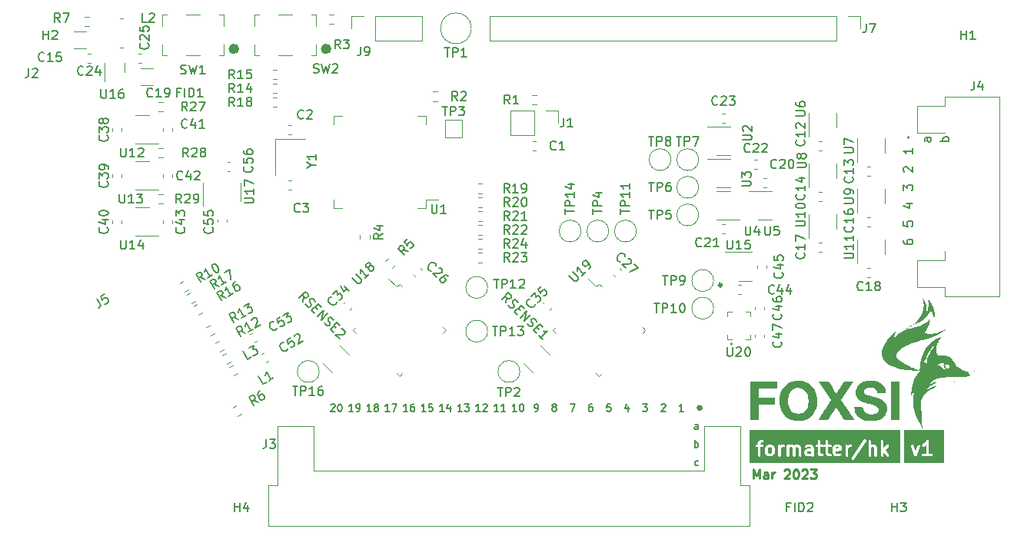
<source format=gto>
%TF.GenerationSoftware,KiCad,Pcbnew,7.0.1-0*%
%TF.CreationDate,2023-04-03T11:55:14-05:00*%
%TF.ProjectId,plenum,706c656e-756d-42e6-9b69-6361645f7063,1*%
%TF.SameCoordinates,PXc1c9600PY2e063a0*%
%TF.FileFunction,Legend,Top*%
%TF.FilePolarity,Positive*%
%FSLAX46Y46*%
G04 Gerber Fmt 4.6, Leading zero omitted, Abs format (unit mm)*
G04 Created by KiCad (PCBNEW 7.0.1-0) date 2023-04-03 11:55:14*
%MOMM*%
%LPD*%
G01*
G04 APERTURE LIST*
%ADD10C,0.304800*%
%ADD11C,0.254000*%
%ADD12C,0.150000*%
%ADD13C,0.120000*%
%ADD14C,0.200000*%
%ADD15C,0.560000*%
%ADD16C,0.310000*%
%ADD17C,0.100000*%
%ADD18C,0.360000*%
G04 APERTURE END LIST*
D10*
G36*
X-22066450Y-49021654D02*
G01*
X-22039855Y-49074844D01*
X-22453601Y-49157593D01*
X-22453601Y-49089182D01*
X-22419837Y-49021654D01*
X-22352310Y-48987891D01*
X-22133978Y-48987891D01*
X-22066450Y-49021654D01*
G37*
G36*
X-25153257Y-49423422D02*
G01*
X-25153257Y-49684731D01*
X-25181977Y-49699091D01*
X-25472881Y-49699091D01*
X-25540408Y-49665327D01*
X-25574172Y-49597800D01*
X-25574172Y-49524611D01*
X-25540408Y-49457083D01*
X-25472881Y-49423320D01*
X-25154204Y-49423320D01*
X-25153257Y-49423422D01*
G37*
G36*
X-29517991Y-49033312D02*
G01*
X-29480394Y-49070909D01*
X-29434972Y-49161753D01*
X-29434972Y-49525229D01*
X-29480394Y-49616072D01*
X-29517991Y-49653669D01*
X-29608835Y-49699091D01*
X-29754596Y-49699091D01*
X-29845438Y-49653670D01*
X-29883037Y-49616071D01*
X-29928458Y-49525228D01*
X-29928458Y-49161754D01*
X-29883036Y-49070909D01*
X-29845439Y-49033311D01*
X-29754596Y-48987891D01*
X-29608835Y-48987891D01*
X-29517991Y-49033312D01*
G37*
G36*
X-15305315Y-50712914D02*
G01*
X-31916914Y-50712914D01*
X-31916914Y-50211679D01*
X-20660241Y-50211679D01*
X-20636472Y-50297962D01*
X-20569830Y-50357699D01*
X-20481470Y-50371923D01*
X-20399447Y-50336118D01*
X-19473283Y-48946872D01*
X-18842348Y-48946872D01*
X-18839543Y-48986083D01*
X-18839543Y-49873403D01*
X-18820763Y-49937363D01*
X-18753125Y-49995971D01*
X-18664539Y-50008708D01*
X-18583129Y-49971530D01*
X-18534743Y-49896240D01*
X-18534743Y-49043760D01*
X-18524296Y-49033311D01*
X-18433453Y-48987891D01*
X-18287692Y-48987891D01*
X-18220164Y-49021654D01*
X-18186400Y-49089182D01*
X-18186400Y-49873403D01*
X-18167620Y-49937363D01*
X-18099982Y-49995971D01*
X-18011396Y-50008708D01*
X-17929986Y-49971530D01*
X-17881600Y-49896240D01*
X-17881600Y-49382299D01*
X-17463490Y-49382299D01*
X-17460686Y-49421502D01*
X-17460686Y-49873403D01*
X-17441906Y-49937363D01*
X-17374268Y-49995971D01*
X-17285682Y-50008708D01*
X-17204272Y-49971530D01*
X-17155886Y-49896240D01*
X-17155886Y-49534596D01*
X-16836488Y-49960461D01*
X-16783088Y-50000361D01*
X-16693812Y-50006665D01*
X-16615301Y-49963703D01*
X-16572480Y-49885114D01*
X-16578945Y-49795851D01*
X-16961918Y-49285219D01*
X-16604458Y-48927760D01*
X-16572511Y-48869254D01*
X-16578896Y-48779985D01*
X-16632530Y-48708339D01*
X-16716384Y-48677062D01*
X-16803836Y-48696086D01*
X-17155886Y-49048136D01*
X-17155886Y-48305579D01*
X-17174666Y-48241619D01*
X-17242304Y-48183011D01*
X-17330890Y-48170274D01*
X-17412300Y-48207452D01*
X-17460686Y-48282742D01*
X-17460686Y-49377164D01*
X-17463490Y-49382299D01*
X-17881600Y-49382299D01*
X-17881600Y-49061409D01*
X-17877677Y-49025074D01*
X-17891606Y-48997218D01*
X-17900380Y-48967333D01*
X-17911263Y-48957903D01*
X-17952898Y-48874633D01*
X-17952689Y-48868712D01*
X-17972730Y-48834970D01*
X-17980061Y-48820308D01*
X-17983872Y-48816211D01*
X-17998392Y-48791764D01*
X-18013759Y-48784080D01*
X-18025462Y-48771499D01*
X-18053012Y-48764454D01*
X-18176219Y-48702850D01*
X-18206966Y-48683091D01*
X-18238113Y-48683091D01*
X-18268765Y-48677575D01*
X-18282065Y-48683091D01*
X-18461224Y-48683091D01*
X-18497559Y-48679168D01*
X-18525416Y-48693095D01*
X-18534743Y-48695835D01*
X-18534743Y-48305579D01*
X-18553523Y-48241619D01*
X-18621161Y-48183011D01*
X-18709747Y-48170274D01*
X-18791157Y-48207452D01*
X-18839543Y-48282742D01*
X-18839543Y-48941735D01*
X-18842348Y-48946872D01*
X-19473283Y-48946872D01*
X-19056184Y-48321224D01*
X-19036331Y-48257589D01*
X-19060099Y-48171305D01*
X-19126742Y-48111569D01*
X-19215102Y-48097345D01*
X-19297125Y-48133150D01*
X-20640388Y-50148044D01*
X-20660241Y-50211679D01*
X-31916914Y-50211679D01*
X-31916914Y-48858095D01*
X-31254075Y-48858095D01*
X-31216897Y-48939505D01*
X-31141607Y-48987891D01*
X-31031543Y-48987891D01*
X-31031543Y-49873403D01*
X-31012763Y-49937363D01*
X-30945125Y-49995971D01*
X-30856539Y-50008708D01*
X-30775129Y-49971530D01*
X-30726743Y-49896240D01*
X-30726743Y-49142826D01*
X-30238775Y-49142826D01*
X-30233258Y-49156128D01*
X-30233258Y-49553001D01*
X-30237181Y-49589336D01*
X-30223253Y-49617191D01*
X-30214478Y-49647077D01*
X-30203596Y-49656506D01*
X-30153143Y-49757411D01*
X-30147692Y-49782468D01*
X-30117992Y-49812169D01*
X-30089396Y-49842911D01*
X-30086513Y-49843648D01*
X-30056990Y-49873171D01*
X-30043895Y-49895219D01*
X-30006339Y-49913996D01*
X-29969479Y-49934124D01*
X-29966509Y-49933911D01*
X-29866068Y-49984131D01*
X-29835321Y-50003891D01*
X-29804177Y-50003891D01*
X-29773522Y-50009408D01*
X-29760220Y-50003891D01*
X-29581063Y-50003891D01*
X-29544728Y-50007814D01*
X-29516873Y-49993886D01*
X-29486986Y-49985111D01*
X-29477557Y-49974228D01*
X-29376651Y-49923775D01*
X-29351594Y-49918325D01*
X-29321902Y-49888632D01*
X-29291152Y-49860030D01*
X-29290415Y-49857145D01*
X-29260893Y-49827623D01*
X-29238844Y-49814528D01*
X-29220061Y-49776960D01*
X-29199939Y-49740111D01*
X-29200152Y-49737141D01*
X-29149932Y-49636700D01*
X-29130172Y-49605954D01*
X-29130172Y-49574810D01*
X-29124655Y-49544155D01*
X-29130172Y-49530853D01*
X-29130172Y-49142827D01*
X-28787345Y-49142827D01*
X-28781829Y-49156127D01*
X-28781829Y-49873403D01*
X-28763049Y-49937363D01*
X-28695411Y-49995971D01*
X-28606825Y-50008708D01*
X-28525415Y-49971530D01*
X-28477029Y-49896240D01*
X-28477029Y-49161754D01*
X-28431608Y-49070909D01*
X-28394011Y-49033312D01*
X-28303168Y-48987891D01*
X-28172089Y-48987891D01*
X-28108129Y-48969111D01*
X-28088859Y-48946872D01*
X-27841205Y-48946872D01*
X-27838400Y-48986083D01*
X-27838400Y-49873403D01*
X-27819620Y-49937363D01*
X-27751982Y-49995971D01*
X-27663396Y-50008708D01*
X-27581986Y-49971530D01*
X-27533600Y-49896240D01*
X-27533600Y-49043760D01*
X-27523153Y-49033311D01*
X-27432310Y-48987891D01*
X-27286549Y-48987891D01*
X-27219021Y-49021654D01*
X-27185257Y-49089182D01*
X-27185257Y-49873403D01*
X-27166477Y-49937363D01*
X-27098839Y-49995971D01*
X-27010253Y-50008708D01*
X-26928843Y-49971530D01*
X-26880457Y-49896240D01*
X-26880457Y-49089182D01*
X-26846694Y-49021653D01*
X-26779167Y-48987891D01*
X-26633406Y-48987891D01*
X-26565878Y-49021654D01*
X-26532115Y-49089181D01*
X-26532115Y-49873403D01*
X-26513335Y-49937363D01*
X-26445697Y-49995971D01*
X-26357111Y-50008708D01*
X-26275701Y-49971530D01*
X-26227315Y-49896240D01*
X-26227315Y-49505683D01*
X-25884489Y-49505683D01*
X-25878972Y-49518985D01*
X-25878972Y-49625573D01*
X-25882895Y-49661908D01*
X-25868967Y-49689763D01*
X-25860192Y-49719649D01*
X-25849310Y-49729078D01*
X-25807675Y-49812348D01*
X-25807883Y-49818270D01*
X-25787841Y-49852014D01*
X-25780511Y-49866674D01*
X-25776702Y-49870769D01*
X-25762180Y-49895219D01*
X-25746812Y-49902903D01*
X-25735110Y-49915483D01*
X-25707564Y-49922526D01*
X-25584353Y-49984131D01*
X-25553606Y-50003891D01*
X-25522462Y-50003891D01*
X-25491807Y-50009408D01*
X-25478505Y-50003891D01*
X-25154205Y-50003891D01*
X-25117870Y-50007814D01*
X-25090015Y-49993886D01*
X-25074502Y-49989331D01*
X-25066839Y-49995971D01*
X-24978253Y-50008708D01*
X-24896843Y-49971530D01*
X-24848457Y-49896240D01*
X-24848457Y-49798097D01*
X-24842122Y-49773323D01*
X-24848457Y-49754260D01*
X-24848457Y-49217524D01*
X-24842122Y-49192750D01*
X-24848457Y-49173688D01*
X-24848457Y-49061409D01*
X-24844534Y-49025074D01*
X-24858463Y-48997218D01*
X-24867237Y-48967333D01*
X-24878120Y-48957903D01*
X-24919755Y-48874633D01*
X-24919546Y-48868712D01*
X-24925852Y-48858095D01*
X-24650075Y-48858095D01*
X-24612897Y-48939505D01*
X-24537607Y-48987891D01*
X-24427543Y-48987891D01*
X-24427543Y-49625572D01*
X-24431466Y-49661907D01*
X-24417539Y-49689762D01*
X-24408763Y-49719649D01*
X-24397881Y-49729078D01*
X-24356247Y-49812347D01*
X-24356455Y-49818270D01*
X-24336413Y-49852015D01*
X-24329083Y-49866674D01*
X-24325274Y-49870769D01*
X-24310752Y-49895219D01*
X-24295384Y-49902903D01*
X-24283682Y-49915483D01*
X-24256136Y-49922527D01*
X-24132925Y-49984131D01*
X-24102178Y-50003891D01*
X-24071034Y-50003891D01*
X-24040379Y-50009408D01*
X-24027077Y-50003891D01*
X-23890374Y-50003891D01*
X-23826414Y-49985111D01*
X-23767806Y-49917473D01*
X-23755069Y-49828887D01*
X-23792247Y-49747477D01*
X-23867537Y-49699091D01*
X-24021453Y-49699091D01*
X-24088980Y-49665328D01*
X-24122743Y-49597800D01*
X-24122743Y-48987891D01*
X-23890374Y-48987891D01*
X-23826414Y-48969111D01*
X-23767806Y-48901473D01*
X-23765796Y-48887487D01*
X-23742040Y-48939505D01*
X-23666750Y-48987891D01*
X-23556686Y-48987891D01*
X-23556686Y-49625572D01*
X-23560609Y-49661907D01*
X-23546682Y-49689762D01*
X-23537906Y-49719649D01*
X-23527024Y-49729078D01*
X-23485390Y-49812347D01*
X-23485598Y-49818270D01*
X-23465556Y-49852015D01*
X-23458226Y-49866674D01*
X-23454417Y-49870769D01*
X-23439895Y-49895219D01*
X-23424527Y-49902903D01*
X-23412825Y-49915483D01*
X-23385279Y-49922527D01*
X-23262068Y-49984131D01*
X-23231321Y-50003891D01*
X-23200177Y-50003891D01*
X-23169522Y-50009408D01*
X-23156220Y-50003891D01*
X-23019517Y-50003891D01*
X-22955557Y-49985111D01*
X-22896949Y-49917473D01*
X-22884212Y-49828887D01*
X-22921390Y-49747477D01*
X-22996680Y-49699091D01*
X-23150596Y-49699091D01*
X-23218123Y-49665328D01*
X-23251886Y-49597800D01*
X-23251886Y-49070254D01*
X-22763918Y-49070254D01*
X-22758401Y-49083556D01*
X-22758401Y-49303227D01*
X-22760615Y-49307125D01*
X-22758401Y-49347644D01*
X-22758401Y-49625573D01*
X-22762324Y-49661908D01*
X-22748396Y-49689763D01*
X-22739621Y-49719649D01*
X-22728739Y-49729078D01*
X-22687104Y-49812348D01*
X-22687312Y-49818270D01*
X-22667270Y-49852014D01*
X-22659940Y-49866674D01*
X-22656131Y-49870769D01*
X-22641609Y-49895219D01*
X-22626241Y-49902903D01*
X-22614539Y-49915483D01*
X-22586993Y-49922526D01*
X-22463782Y-49984131D01*
X-22433035Y-50003891D01*
X-22401891Y-50003891D01*
X-22371236Y-50009408D01*
X-22357934Y-50003891D01*
X-22106206Y-50003891D01*
X-22069871Y-50007814D01*
X-22042016Y-49993886D01*
X-22012129Y-49985111D01*
X-22002700Y-49974228D01*
X-21865104Y-49905431D01*
X-21816295Y-49860030D01*
X-21794123Y-49773323D01*
X-21822347Y-49688393D01*
X-21892008Y-49632204D01*
X-21980988Y-49622597D01*
X-22133978Y-49699091D01*
X-22352310Y-49699091D01*
X-22419837Y-49665327D01*
X-22453601Y-49597800D01*
X-22453601Y-49468429D01*
X-21876066Y-49352921D01*
X-21857682Y-49355565D01*
X-21833061Y-49344320D01*
X-21828911Y-49343491D01*
X-21813192Y-49335247D01*
X-21776272Y-49318387D01*
X-21773848Y-49314614D01*
X-21769877Y-49312532D01*
X-21749835Y-49277250D01*
X-21727886Y-49243097D01*
X-21727886Y-49238612D01*
X-21725672Y-49234714D01*
X-21727886Y-49194195D01*
X-21727886Y-49142827D01*
X-21385059Y-49142827D01*
X-21379543Y-49156127D01*
X-21379543Y-49873403D01*
X-21360763Y-49937363D01*
X-21293125Y-49995971D01*
X-21204539Y-50008708D01*
X-21123129Y-49971530D01*
X-21074743Y-49896240D01*
X-21074743Y-49161754D01*
X-21029322Y-49070909D01*
X-20991725Y-49033312D01*
X-20900882Y-48987891D01*
X-20769803Y-48987891D01*
X-20705843Y-48969111D01*
X-20647235Y-48901473D01*
X-20634498Y-48812887D01*
X-20671676Y-48731477D01*
X-20746966Y-48683091D01*
X-20928653Y-48683091D01*
X-20964988Y-48679168D01*
X-20992844Y-48693095D01*
X-21022730Y-48701871D01*
X-21032161Y-48712754D01*
X-21098049Y-48745698D01*
X-21161161Y-48691011D01*
X-21249747Y-48678274D01*
X-21331157Y-48715452D01*
X-21379543Y-48790742D01*
X-21379543Y-49112175D01*
X-21385059Y-49142827D01*
X-21727886Y-49142827D01*
X-21727886Y-49061409D01*
X-21723963Y-49025074D01*
X-21737892Y-48997218D01*
X-21746666Y-48967333D01*
X-21757549Y-48957903D01*
X-21799184Y-48874633D01*
X-21798975Y-48868712D01*
X-21819016Y-48834970D01*
X-21826347Y-48820308D01*
X-21830158Y-48816211D01*
X-21844678Y-48791764D01*
X-21860045Y-48784080D01*
X-21871748Y-48771499D01*
X-21899298Y-48764454D01*
X-22022505Y-48702850D01*
X-22053252Y-48683091D01*
X-22084399Y-48683091D01*
X-22115051Y-48677575D01*
X-22128351Y-48683091D01*
X-22380081Y-48683091D01*
X-22416416Y-48679168D01*
X-22444273Y-48693095D01*
X-22474158Y-48701871D01*
X-22483588Y-48712753D01*
X-22566858Y-48754387D01*
X-22572778Y-48754179D01*
X-22606509Y-48774212D01*
X-22621183Y-48781550D01*
X-22625284Y-48785363D01*
X-22649727Y-48799882D01*
X-22657410Y-48815247D01*
X-22669992Y-48826951D01*
X-22677037Y-48854501D01*
X-22738643Y-48977711D01*
X-22758401Y-49008456D01*
X-22758401Y-49039599D01*
X-22763918Y-49070254D01*
X-23251886Y-49070254D01*
X-23251886Y-48987891D01*
X-23019517Y-48987891D01*
X-22955557Y-48969111D01*
X-22896949Y-48901473D01*
X-22884212Y-48812887D01*
X-22921390Y-48731477D01*
X-22996680Y-48683091D01*
X-23251886Y-48683091D01*
X-23251886Y-48305579D01*
X-23270666Y-48241619D01*
X-23338304Y-48183011D01*
X-23426890Y-48170274D01*
X-23508300Y-48207452D01*
X-23556686Y-48282742D01*
X-23556686Y-48683091D01*
X-23643913Y-48683091D01*
X-23707873Y-48701871D01*
X-23766481Y-48769509D01*
X-23768492Y-48783494D01*
X-23792247Y-48731477D01*
X-23867537Y-48683091D01*
X-24122743Y-48683091D01*
X-24122743Y-48305579D01*
X-24141523Y-48241619D01*
X-24209161Y-48183011D01*
X-24297747Y-48170274D01*
X-24379157Y-48207452D01*
X-24427543Y-48282742D01*
X-24427543Y-48683091D01*
X-24514770Y-48683091D01*
X-24578730Y-48701871D01*
X-24637338Y-48769509D01*
X-24650075Y-48858095D01*
X-24925852Y-48858095D01*
X-24939587Y-48834970D01*
X-24946918Y-48820308D01*
X-24950729Y-48816211D01*
X-24965249Y-48791764D01*
X-24980616Y-48784080D01*
X-24992319Y-48771499D01*
X-25019869Y-48764454D01*
X-25143076Y-48702850D01*
X-25173823Y-48683091D01*
X-25204970Y-48683091D01*
X-25235622Y-48677575D01*
X-25248922Y-48683091D01*
X-25500652Y-48683091D01*
X-25536987Y-48679168D01*
X-25564844Y-48693095D01*
X-25594729Y-48701871D01*
X-25604159Y-48712753D01*
X-25741754Y-48781550D01*
X-25790563Y-48826951D01*
X-25812735Y-48913659D01*
X-25784511Y-48998589D01*
X-25714850Y-49054778D01*
X-25625870Y-49064385D01*
X-25472881Y-48987891D01*
X-25254549Y-48987891D01*
X-25187021Y-49021654D01*
X-25153257Y-49089182D01*
X-25153257Y-49104160D01*
X-25181977Y-49118520D01*
X-25500652Y-49118520D01*
X-25536987Y-49114597D01*
X-25564844Y-49128524D01*
X-25594729Y-49137300D01*
X-25604159Y-49148182D01*
X-25687429Y-49189816D01*
X-25693349Y-49189608D01*
X-25727080Y-49209641D01*
X-25741754Y-49216979D01*
X-25745855Y-49220792D01*
X-25770298Y-49235311D01*
X-25777981Y-49250676D01*
X-25790563Y-49262380D01*
X-25797608Y-49289930D01*
X-25859214Y-49413140D01*
X-25878972Y-49443885D01*
X-25878972Y-49475028D01*
X-25884489Y-49505683D01*
X-26227315Y-49505683D01*
X-26227315Y-49061410D01*
X-26223392Y-49025075D01*
X-26237320Y-48997218D01*
X-26246095Y-48967333D01*
X-26256978Y-48957903D01*
X-26298612Y-48874633D01*
X-26298403Y-48868712D01*
X-26318439Y-48834978D01*
X-26325774Y-48820308D01*
X-26329588Y-48816208D01*
X-26344106Y-48791764D01*
X-26359472Y-48784081D01*
X-26371175Y-48771499D01*
X-26398727Y-48764453D01*
X-26521933Y-48702850D01*
X-26552680Y-48683091D01*
X-26583827Y-48683091D01*
X-26614479Y-48677575D01*
X-26627779Y-48683091D01*
X-26806938Y-48683091D01*
X-26843273Y-48679168D01*
X-26871130Y-48693095D01*
X-26901015Y-48701871D01*
X-26910445Y-48712753D01*
X-26993715Y-48754387D01*
X-26999636Y-48754179D01*
X-27027450Y-48770698D01*
X-27051869Y-48764454D01*
X-27175076Y-48702850D01*
X-27205823Y-48683091D01*
X-27236970Y-48683091D01*
X-27267622Y-48677575D01*
X-27280922Y-48683091D01*
X-27460081Y-48683091D01*
X-27496416Y-48679168D01*
X-27524273Y-48693095D01*
X-27554158Y-48701871D01*
X-27563588Y-48712753D01*
X-27583460Y-48722688D01*
X-27620018Y-48691011D01*
X-27708604Y-48678274D01*
X-27790014Y-48715452D01*
X-27838400Y-48790742D01*
X-27838400Y-48941735D01*
X-27841205Y-48946872D01*
X-28088859Y-48946872D01*
X-28049521Y-48901473D01*
X-28036784Y-48812887D01*
X-28073962Y-48731477D01*
X-28149252Y-48683091D01*
X-28330939Y-48683091D01*
X-28367274Y-48679168D01*
X-28395130Y-48693095D01*
X-28425016Y-48701871D01*
X-28434447Y-48712754D01*
X-28500335Y-48745698D01*
X-28563447Y-48691011D01*
X-28652033Y-48678274D01*
X-28733443Y-48715452D01*
X-28781829Y-48790742D01*
X-28781829Y-49112175D01*
X-28787345Y-49142827D01*
X-29130172Y-49142827D01*
X-29130172Y-49133982D01*
X-29126249Y-49097647D01*
X-29140177Y-49069790D01*
X-29148952Y-49039905D01*
X-29159835Y-49030475D01*
X-29210288Y-48929566D01*
X-29215738Y-48904513D01*
X-29245417Y-48874834D01*
X-29274032Y-48844071D01*
X-29276918Y-48843333D01*
X-29306441Y-48813810D01*
X-29319535Y-48791764D01*
X-29357086Y-48772989D01*
X-29393952Y-48752858D01*
X-29396923Y-48753070D01*
X-29497362Y-48702850D01*
X-29528109Y-48683091D01*
X-29559256Y-48683091D01*
X-29589908Y-48677575D01*
X-29603208Y-48683091D01*
X-29782367Y-48683091D01*
X-29818702Y-48679168D01*
X-29846559Y-48693095D01*
X-29876444Y-48701871D01*
X-29885874Y-48712753D01*
X-29986782Y-48763206D01*
X-30011836Y-48768657D01*
X-30041512Y-48798332D01*
X-30072278Y-48826951D01*
X-30073017Y-48829837D01*
X-30102539Y-48859360D01*
X-30124584Y-48872454D01*
X-30143358Y-48910000D01*
X-30163491Y-48946872D01*
X-30163279Y-48949842D01*
X-30213500Y-49050283D01*
X-30233258Y-49081028D01*
X-30233258Y-49112171D01*
X-30238775Y-49142826D01*
X-30726743Y-49142826D01*
X-30726743Y-48987891D01*
X-30494374Y-48987891D01*
X-30430414Y-48969111D01*
X-30371806Y-48901473D01*
X-30359069Y-48812887D01*
X-30396247Y-48731477D01*
X-30471537Y-48683091D01*
X-30726743Y-48683091D01*
X-30726743Y-48581182D01*
X-30692980Y-48513653D01*
X-30625453Y-48479891D01*
X-30494374Y-48479891D01*
X-30430414Y-48461111D01*
X-30371806Y-48393473D01*
X-30359069Y-48304887D01*
X-30396247Y-48223477D01*
X-30471537Y-48175091D01*
X-30653224Y-48175091D01*
X-30689559Y-48171168D01*
X-30717416Y-48185095D01*
X-30747301Y-48193871D01*
X-30756731Y-48204753D01*
X-30840001Y-48246387D01*
X-30845922Y-48246179D01*
X-30879656Y-48266214D01*
X-30894326Y-48273550D01*
X-30898426Y-48277363D01*
X-30922870Y-48291882D01*
X-30930553Y-48307247D01*
X-30943135Y-48318951D01*
X-30950181Y-48346502D01*
X-31011784Y-48469708D01*
X-31031543Y-48500456D01*
X-31031543Y-48531603D01*
X-31037059Y-48562255D01*
X-31031543Y-48575555D01*
X-31031543Y-48683091D01*
X-31118770Y-48683091D01*
X-31182730Y-48701871D01*
X-31241338Y-48769509D01*
X-31254075Y-48858095D01*
X-31916914Y-48858095D01*
X-31916914Y-47077086D01*
X-15305315Y-47077086D01*
X-15305315Y-50712914D01*
G37*
G36*
X-10479314Y-50712914D02*
G01*
X-14898914Y-50712914D01*
X-14898914Y-48844607D01*
X-14164858Y-48844607D01*
X-13797353Y-49873622D01*
X-13798146Y-49887419D01*
X-13782565Y-49915029D01*
X-13779581Y-49923384D01*
X-13771846Y-49934024D01*
X-13754161Y-49965362D01*
X-13745888Y-49969730D01*
X-13740383Y-49977302D01*
X-13706839Y-49990349D01*
X-13675020Y-50007151D01*
X-13665696Y-50006353D01*
X-13656973Y-50009746D01*
X-13621705Y-50002588D01*
X-13585848Y-49999520D01*
X-13578435Y-49993807D01*
X-13569264Y-49991946D01*
X-13543467Y-49966860D01*
X-13514958Y-49944891D01*
X-13511811Y-49936077D01*
X-13505101Y-49929553D01*
X-13496961Y-49894498D01*
X-13129681Y-48866113D01*
X-13125855Y-48799563D01*
X-13143374Y-48768518D01*
X-12931307Y-48768518D01*
X-12903082Y-48853448D01*
X-12833421Y-48909636D01*
X-12744441Y-48919243D01*
X-12576364Y-48835203D01*
X-12551308Y-48829753D01*
X-12521616Y-48800060D01*
X-12490866Y-48771458D01*
X-12490129Y-48768573D01*
X-12489543Y-48767988D01*
X-12489543Y-49699091D01*
X-12794484Y-49699091D01*
X-12858444Y-49717871D01*
X-12917052Y-49785509D01*
X-12929789Y-49874095D01*
X-12892611Y-49955505D01*
X-12817321Y-50003891D01*
X-12348041Y-50003891D01*
X-12314539Y-50008708D01*
X-12303991Y-50003891D01*
X-11879803Y-50003891D01*
X-11815843Y-49985111D01*
X-11757235Y-49917473D01*
X-11744498Y-49828887D01*
X-11781676Y-49747477D01*
X-11856966Y-49699091D01*
X-12184743Y-49699091D01*
X-12184743Y-48350712D01*
X-12178331Y-48330160D01*
X-12184743Y-48306883D01*
X-12184743Y-48305579D01*
X-12190553Y-48285793D01*
X-12202099Y-48243877D01*
X-12203132Y-48242951D01*
X-12203523Y-48241619D01*
X-12236376Y-48213152D01*
X-12268742Y-48184140D01*
X-12270113Y-48183919D01*
X-12271161Y-48183011D01*
X-12314170Y-48176827D01*
X-12357102Y-48169916D01*
X-12358375Y-48170471D01*
X-12359747Y-48170274D01*
X-12399277Y-48188326D01*
X-12439125Y-48205721D01*
X-12439895Y-48206875D01*
X-12441157Y-48207452D01*
X-12464661Y-48244023D01*
X-12600721Y-48448113D01*
X-12717705Y-48565097D01*
X-12860326Y-48636409D01*
X-12909135Y-48681810D01*
X-12931307Y-48768518D01*
X-13143374Y-48768518D01*
X-13169840Y-48721620D01*
X-13248981Y-48679830D01*
X-13338153Y-48687461D01*
X-13409043Y-48742091D01*
X-13643430Y-49398373D01*
X-13870134Y-48763598D01*
X-13909332Y-48709680D01*
X-13992742Y-48677236D01*
X-14080451Y-48695036D01*
X-14144614Y-48757429D01*
X-14164858Y-48844607D01*
X-14898914Y-48844607D01*
X-14898914Y-47077086D01*
X-10479314Y-47077086D01*
X-10479314Y-50712914D01*
G37*
D11*
X-31508096Y-52453660D02*
X-31508096Y-51437660D01*
X-31508096Y-51437660D02*
X-31169429Y-52163375D01*
X-31169429Y-52163375D02*
X-30830762Y-51437660D01*
X-30830762Y-51437660D02*
X-30830762Y-52453660D01*
X-29911524Y-52453660D02*
X-29911524Y-51921470D01*
X-29911524Y-51921470D02*
X-29959905Y-51824708D01*
X-29959905Y-51824708D02*
X-30056667Y-51776327D01*
X-30056667Y-51776327D02*
X-30250191Y-51776327D01*
X-30250191Y-51776327D02*
X-30346953Y-51824708D01*
X-29911524Y-52405280D02*
X-30008286Y-52453660D01*
X-30008286Y-52453660D02*
X-30250191Y-52453660D01*
X-30250191Y-52453660D02*
X-30346953Y-52405280D01*
X-30346953Y-52405280D02*
X-30395334Y-52308518D01*
X-30395334Y-52308518D02*
X-30395334Y-52211756D01*
X-30395334Y-52211756D02*
X-30346953Y-52114994D01*
X-30346953Y-52114994D02*
X-30250191Y-52066613D01*
X-30250191Y-52066613D02*
X-30008286Y-52066613D01*
X-30008286Y-52066613D02*
X-29911524Y-52018232D01*
X-29427715Y-52453660D02*
X-29427715Y-51776327D01*
X-29427715Y-51969851D02*
X-29379334Y-51873089D01*
X-29379334Y-51873089D02*
X-29330953Y-51824708D01*
X-29330953Y-51824708D02*
X-29234191Y-51776327D01*
X-29234191Y-51776327D02*
X-29137429Y-51776327D01*
X-28073049Y-51534422D02*
X-28024668Y-51486041D01*
X-28024668Y-51486041D02*
X-27927906Y-51437660D01*
X-27927906Y-51437660D02*
X-27686001Y-51437660D01*
X-27686001Y-51437660D02*
X-27589239Y-51486041D01*
X-27589239Y-51486041D02*
X-27540858Y-51534422D01*
X-27540858Y-51534422D02*
X-27492477Y-51631184D01*
X-27492477Y-51631184D02*
X-27492477Y-51727946D01*
X-27492477Y-51727946D02*
X-27540858Y-51873089D01*
X-27540858Y-51873089D02*
X-28121430Y-52453660D01*
X-28121430Y-52453660D02*
X-27492477Y-52453660D01*
X-26863525Y-51437660D02*
X-26766763Y-51437660D01*
X-26766763Y-51437660D02*
X-26670001Y-51486041D01*
X-26670001Y-51486041D02*
X-26621620Y-51534422D01*
X-26621620Y-51534422D02*
X-26573239Y-51631184D01*
X-26573239Y-51631184D02*
X-26524858Y-51824708D01*
X-26524858Y-51824708D02*
X-26524858Y-52066613D01*
X-26524858Y-52066613D02*
X-26573239Y-52260137D01*
X-26573239Y-52260137D02*
X-26621620Y-52356899D01*
X-26621620Y-52356899D02*
X-26670001Y-52405280D01*
X-26670001Y-52405280D02*
X-26766763Y-52453660D01*
X-26766763Y-52453660D02*
X-26863525Y-52453660D01*
X-26863525Y-52453660D02*
X-26960287Y-52405280D01*
X-26960287Y-52405280D02*
X-27008668Y-52356899D01*
X-27008668Y-52356899D02*
X-27057049Y-52260137D01*
X-27057049Y-52260137D02*
X-27105430Y-52066613D01*
X-27105430Y-52066613D02*
X-27105430Y-51824708D01*
X-27105430Y-51824708D02*
X-27057049Y-51631184D01*
X-27057049Y-51631184D02*
X-27008668Y-51534422D01*
X-27008668Y-51534422D02*
X-26960287Y-51486041D01*
X-26960287Y-51486041D02*
X-26863525Y-51437660D01*
X-26137811Y-51534422D02*
X-26089430Y-51486041D01*
X-26089430Y-51486041D02*
X-25992668Y-51437660D01*
X-25992668Y-51437660D02*
X-25750763Y-51437660D01*
X-25750763Y-51437660D02*
X-25654001Y-51486041D01*
X-25654001Y-51486041D02*
X-25605620Y-51534422D01*
X-25605620Y-51534422D02*
X-25557239Y-51631184D01*
X-25557239Y-51631184D02*
X-25557239Y-51727946D01*
X-25557239Y-51727946D02*
X-25605620Y-51873089D01*
X-25605620Y-51873089D02*
X-26186192Y-52453660D01*
X-26186192Y-52453660D02*
X-25557239Y-52453660D01*
X-25218573Y-51437660D02*
X-24589620Y-51437660D01*
X-24589620Y-51437660D02*
X-24928287Y-51824708D01*
X-24928287Y-51824708D02*
X-24783144Y-51824708D01*
X-24783144Y-51824708D02*
X-24686382Y-51873089D01*
X-24686382Y-51873089D02*
X-24638001Y-51921470D01*
X-24638001Y-51921470D02*
X-24589620Y-52018232D01*
X-24589620Y-52018232D02*
X-24589620Y-52260137D01*
X-24589620Y-52260137D02*
X-24638001Y-52356899D01*
X-24638001Y-52356899D02*
X-24686382Y-52405280D01*
X-24686382Y-52405280D02*
X-24783144Y-52453660D01*
X-24783144Y-52453660D02*
X-25073430Y-52453660D01*
X-25073430Y-52453660D02*
X-25170192Y-52405280D01*
X-25170192Y-52405280D02*
X-25218573Y-52356899D01*
D12*
%TO.C,R17*%
X-90380623Y-31237877D02*
X-90907393Y-30992151D01*
X-90875494Y-31523592D02*
X-91375494Y-30657566D01*
X-91375494Y-30657566D02*
X-91045580Y-30467090D01*
X-91045580Y-30467090D02*
X-90939292Y-30460710D01*
X-90939292Y-30460710D02*
X-90874243Y-30478140D01*
X-90874243Y-30478140D02*
X-90785385Y-30536809D01*
X-90785385Y-30536809D02*
X-90713956Y-30660527D01*
X-90713956Y-30660527D02*
X-90707576Y-30766815D01*
X-90707576Y-30766815D02*
X-90725006Y-30831864D01*
X-90725006Y-30831864D02*
X-90783675Y-30920722D01*
X-90783675Y-30920722D02*
X-91113590Y-31111199D01*
X-89555837Y-30761687D02*
X-90050708Y-31047401D01*
X-89803273Y-30904544D02*
X-90303273Y-30038519D01*
X-90303273Y-30038519D02*
X-90314323Y-30209856D01*
X-90314323Y-30209856D02*
X-90349182Y-30339953D01*
X-90349182Y-30339953D02*
X-90407851Y-30428812D01*
X-89767162Y-29728995D02*
X-89189811Y-29395662D01*
X-89189811Y-29395662D02*
X-89060965Y-30475973D01*
%TO.C,TP13*%
X-60229762Y-35657619D02*
X-59658334Y-35657619D01*
X-59944048Y-36657619D02*
X-59944048Y-35657619D01*
X-59325000Y-36657619D02*
X-59325000Y-35657619D01*
X-59325000Y-35657619D02*
X-58944048Y-35657619D01*
X-58944048Y-35657619D02*
X-58848810Y-35705238D01*
X-58848810Y-35705238D02*
X-58801191Y-35752857D01*
X-58801191Y-35752857D02*
X-58753572Y-35848095D01*
X-58753572Y-35848095D02*
X-58753572Y-35990952D01*
X-58753572Y-35990952D02*
X-58801191Y-36086190D01*
X-58801191Y-36086190D02*
X-58848810Y-36133809D01*
X-58848810Y-36133809D02*
X-58944048Y-36181428D01*
X-58944048Y-36181428D02*
X-59325000Y-36181428D01*
X-57801191Y-36657619D02*
X-58372619Y-36657619D01*
X-58086905Y-36657619D02*
X-58086905Y-35657619D01*
X-58086905Y-35657619D02*
X-58182143Y-35800476D01*
X-58182143Y-35800476D02*
X-58277381Y-35895714D01*
X-58277381Y-35895714D02*
X-58372619Y-35943333D01*
X-57467857Y-35657619D02*
X-56848810Y-35657619D01*
X-56848810Y-35657619D02*
X-57182143Y-36038571D01*
X-57182143Y-36038571D02*
X-57039286Y-36038571D01*
X-57039286Y-36038571D02*
X-56944048Y-36086190D01*
X-56944048Y-36086190D02*
X-56896429Y-36133809D01*
X-56896429Y-36133809D02*
X-56848810Y-36229047D01*
X-56848810Y-36229047D02*
X-56848810Y-36467142D01*
X-56848810Y-36467142D02*
X-56896429Y-36562380D01*
X-56896429Y-36562380D02*
X-56944048Y-36610000D01*
X-56944048Y-36610000D02*
X-57039286Y-36657619D01*
X-57039286Y-36657619D02*
X-57325000Y-36657619D01*
X-57325000Y-36657619D02*
X-57420238Y-36610000D01*
X-57420238Y-36610000D02*
X-57467857Y-36562380D01*
%TO.C,R18*%
X-88653858Y-11384619D02*
X-88987191Y-10908428D01*
X-89225286Y-11384619D02*
X-89225286Y-10384619D01*
X-89225286Y-10384619D02*
X-88844334Y-10384619D01*
X-88844334Y-10384619D02*
X-88749096Y-10432238D01*
X-88749096Y-10432238D02*
X-88701477Y-10479857D01*
X-88701477Y-10479857D02*
X-88653858Y-10575095D01*
X-88653858Y-10575095D02*
X-88653858Y-10717952D01*
X-88653858Y-10717952D02*
X-88701477Y-10813190D01*
X-88701477Y-10813190D02*
X-88749096Y-10860809D01*
X-88749096Y-10860809D02*
X-88844334Y-10908428D01*
X-88844334Y-10908428D02*
X-89225286Y-10908428D01*
X-87701477Y-11384619D02*
X-88272905Y-11384619D01*
X-87987191Y-11384619D02*
X-87987191Y-10384619D01*
X-87987191Y-10384619D02*
X-88082429Y-10527476D01*
X-88082429Y-10527476D02*
X-88177667Y-10622714D01*
X-88177667Y-10622714D02*
X-88272905Y-10670333D01*
X-87130048Y-10813190D02*
X-87225286Y-10765571D01*
X-87225286Y-10765571D02*
X-87272905Y-10717952D01*
X-87272905Y-10717952D02*
X-87320524Y-10622714D01*
X-87320524Y-10622714D02*
X-87320524Y-10575095D01*
X-87320524Y-10575095D02*
X-87272905Y-10479857D01*
X-87272905Y-10479857D02*
X-87225286Y-10432238D01*
X-87225286Y-10432238D02*
X-87130048Y-10384619D01*
X-87130048Y-10384619D02*
X-86939572Y-10384619D01*
X-86939572Y-10384619D02*
X-86844334Y-10432238D01*
X-86844334Y-10432238D02*
X-86796715Y-10479857D01*
X-86796715Y-10479857D02*
X-86749096Y-10575095D01*
X-86749096Y-10575095D02*
X-86749096Y-10622714D01*
X-86749096Y-10622714D02*
X-86796715Y-10717952D01*
X-86796715Y-10717952D02*
X-86844334Y-10765571D01*
X-86844334Y-10765571D02*
X-86939572Y-10813190D01*
X-86939572Y-10813190D02*
X-87130048Y-10813190D01*
X-87130048Y-10813190D02*
X-87225286Y-10860809D01*
X-87225286Y-10860809D02*
X-87272905Y-10908428D01*
X-87272905Y-10908428D02*
X-87320524Y-11003666D01*
X-87320524Y-11003666D02*
X-87320524Y-11194142D01*
X-87320524Y-11194142D02*
X-87272905Y-11289380D01*
X-87272905Y-11289380D02*
X-87225286Y-11337000D01*
X-87225286Y-11337000D02*
X-87130048Y-11384619D01*
X-87130048Y-11384619D02*
X-86939572Y-11384619D01*
X-86939572Y-11384619D02*
X-86844334Y-11337000D01*
X-86844334Y-11337000D02*
X-86796715Y-11289380D01*
X-86796715Y-11289380D02*
X-86749096Y-11194142D01*
X-86749096Y-11194142D02*
X-86749096Y-11003666D01*
X-86749096Y-11003666D02*
X-86796715Y-10908428D01*
X-86796715Y-10908428D02*
X-86844334Y-10860809D01*
X-86844334Y-10860809D02*
X-86939572Y-10813190D01*
%TO.C,H4*%
X-88645905Y-56088619D02*
X-88645905Y-55088619D01*
X-88645905Y-55564809D02*
X-88074477Y-55564809D01*
X-88074477Y-56088619D02*
X-88074477Y-55088619D01*
X-87169715Y-55421952D02*
X-87169715Y-56088619D01*
X-87407810Y-55041000D02*
X-87645905Y-55755285D01*
X-87645905Y-55755285D02*
X-87026858Y-55755285D01*
%TO.C,C41*%
X-93860858Y-13702380D02*
X-93908477Y-13750000D01*
X-93908477Y-13750000D02*
X-94051334Y-13797619D01*
X-94051334Y-13797619D02*
X-94146572Y-13797619D01*
X-94146572Y-13797619D02*
X-94289429Y-13750000D01*
X-94289429Y-13750000D02*
X-94384667Y-13654761D01*
X-94384667Y-13654761D02*
X-94432286Y-13559523D01*
X-94432286Y-13559523D02*
X-94479905Y-13369047D01*
X-94479905Y-13369047D02*
X-94479905Y-13226190D01*
X-94479905Y-13226190D02*
X-94432286Y-13035714D01*
X-94432286Y-13035714D02*
X-94384667Y-12940476D01*
X-94384667Y-12940476D02*
X-94289429Y-12845238D01*
X-94289429Y-12845238D02*
X-94146572Y-12797619D01*
X-94146572Y-12797619D02*
X-94051334Y-12797619D01*
X-94051334Y-12797619D02*
X-93908477Y-12845238D01*
X-93908477Y-12845238D02*
X-93860858Y-12892857D01*
X-93003715Y-13130952D02*
X-93003715Y-13797619D01*
X-93241810Y-12750000D02*
X-93479905Y-13464285D01*
X-93479905Y-13464285D02*
X-92860858Y-13464285D01*
X-91956096Y-13797619D02*
X-92527524Y-13797619D01*
X-92241810Y-13797619D02*
X-92241810Y-12797619D01*
X-92241810Y-12797619D02*
X-92337048Y-12940476D01*
X-92337048Y-12940476D02*
X-92432286Y-13035714D01*
X-92432286Y-13035714D02*
X-92527524Y-13083333D01*
%TO.C,U9*%
X-21479381Y-22097904D02*
X-20669858Y-22097904D01*
X-20669858Y-22097904D02*
X-20574620Y-22050285D01*
X-20574620Y-22050285D02*
X-20527000Y-22002666D01*
X-20527000Y-22002666D02*
X-20479381Y-21907428D01*
X-20479381Y-21907428D02*
X-20479381Y-21716952D01*
X-20479381Y-21716952D02*
X-20527000Y-21621714D01*
X-20527000Y-21621714D02*
X-20574620Y-21574095D01*
X-20574620Y-21574095D02*
X-20669858Y-21526476D01*
X-20669858Y-21526476D02*
X-21479381Y-21526476D01*
X-20479381Y-21002666D02*
X-20479381Y-20812190D01*
X-20479381Y-20812190D02*
X-20527000Y-20716952D01*
X-20527000Y-20716952D02*
X-20574620Y-20669333D01*
X-20574620Y-20669333D02*
X-20717477Y-20574095D01*
X-20717477Y-20574095D02*
X-20907953Y-20526476D01*
X-20907953Y-20526476D02*
X-21288905Y-20526476D01*
X-21288905Y-20526476D02*
X-21384143Y-20574095D01*
X-21384143Y-20574095D02*
X-21431762Y-20621714D01*
X-21431762Y-20621714D02*
X-21479381Y-20716952D01*
X-21479381Y-20716952D02*
X-21479381Y-20907428D01*
X-21479381Y-20907428D02*
X-21431762Y-21002666D01*
X-21431762Y-21002666D02*
X-21384143Y-21050285D01*
X-21384143Y-21050285D02*
X-21288905Y-21097904D01*
X-21288905Y-21097904D02*
X-21050810Y-21097904D01*
X-21050810Y-21097904D02*
X-20955572Y-21050285D01*
X-20955572Y-21050285D02*
X-20907953Y-21002666D01*
X-20907953Y-21002666D02*
X-20860334Y-20907428D01*
X-20860334Y-20907428D02*
X-20860334Y-20716952D01*
X-20860334Y-20716952D02*
X-20907953Y-20621714D01*
X-20907953Y-20621714D02*
X-20955572Y-20574095D01*
X-20955572Y-20574095D02*
X-21050810Y-20526476D01*
%TO.C,TP16*%
X-82256095Y-42261620D02*
X-81684667Y-42261620D01*
X-81970381Y-43261620D02*
X-81970381Y-42261620D01*
X-81351333Y-43261620D02*
X-81351333Y-42261620D01*
X-81351333Y-42261620D02*
X-80970381Y-42261620D01*
X-80970381Y-42261620D02*
X-80875143Y-42309239D01*
X-80875143Y-42309239D02*
X-80827524Y-42356858D01*
X-80827524Y-42356858D02*
X-80779905Y-42452096D01*
X-80779905Y-42452096D02*
X-80779905Y-42594953D01*
X-80779905Y-42594953D02*
X-80827524Y-42690191D01*
X-80827524Y-42690191D02*
X-80875143Y-42737810D01*
X-80875143Y-42737810D02*
X-80970381Y-42785429D01*
X-80970381Y-42785429D02*
X-81351333Y-42785429D01*
X-79827524Y-43261620D02*
X-80398952Y-43261620D01*
X-80113238Y-43261620D02*
X-80113238Y-42261620D01*
X-80113238Y-42261620D02*
X-80208476Y-42404477D01*
X-80208476Y-42404477D02*
X-80303714Y-42499715D01*
X-80303714Y-42499715D02*
X-80398952Y-42547334D01*
X-78970381Y-42261620D02*
X-79160857Y-42261620D01*
X-79160857Y-42261620D02*
X-79256095Y-42309239D01*
X-79256095Y-42309239D02*
X-79303714Y-42356858D01*
X-79303714Y-42356858D02*
X-79398952Y-42499715D01*
X-79398952Y-42499715D02*
X-79446571Y-42690191D01*
X-79446571Y-42690191D02*
X-79446571Y-43071143D01*
X-79446571Y-43071143D02*
X-79398952Y-43166381D01*
X-79398952Y-43166381D02*
X-79351333Y-43214001D01*
X-79351333Y-43214001D02*
X-79256095Y-43261620D01*
X-79256095Y-43261620D02*
X-79065619Y-43261620D01*
X-79065619Y-43261620D02*
X-78970381Y-43214001D01*
X-78970381Y-43214001D02*
X-78922762Y-43166381D01*
X-78922762Y-43166381D02*
X-78875143Y-43071143D01*
X-78875143Y-43071143D02*
X-78875143Y-42833048D01*
X-78875143Y-42833048D02*
X-78922762Y-42737810D01*
X-78922762Y-42737810D02*
X-78970381Y-42690191D01*
X-78970381Y-42690191D02*
X-79065619Y-42642572D01*
X-79065619Y-42642572D02*
X-79256095Y-42642572D01*
X-79256095Y-42642572D02*
X-79351333Y-42690191D01*
X-79351333Y-42690191D02*
X-79398952Y-42737810D01*
X-79398952Y-42737810D02*
X-79446571Y-42833048D01*
%TO.C,R7*%
X-107862667Y-2113619D02*
X-108196000Y-1637428D01*
X-108434095Y-2113619D02*
X-108434095Y-1113619D01*
X-108434095Y-1113619D02*
X-108053143Y-1113619D01*
X-108053143Y-1113619D02*
X-107957905Y-1161238D01*
X-107957905Y-1161238D02*
X-107910286Y-1208857D01*
X-107910286Y-1208857D02*
X-107862667Y-1304095D01*
X-107862667Y-1304095D02*
X-107862667Y-1446952D01*
X-107862667Y-1446952D02*
X-107910286Y-1542190D01*
X-107910286Y-1542190D02*
X-107957905Y-1589809D01*
X-107957905Y-1589809D02*
X-108053143Y-1637428D01*
X-108053143Y-1637428D02*
X-108434095Y-1637428D01*
X-107529333Y-1113619D02*
X-106862667Y-1113619D01*
X-106862667Y-1113619D02*
X-107291238Y-2113619D01*
%TO.C,R28*%
X-93733858Y-16972619D02*
X-94067191Y-16496428D01*
X-94305286Y-16972619D02*
X-94305286Y-15972619D01*
X-94305286Y-15972619D02*
X-93924334Y-15972619D01*
X-93924334Y-15972619D02*
X-93829096Y-16020238D01*
X-93829096Y-16020238D02*
X-93781477Y-16067857D01*
X-93781477Y-16067857D02*
X-93733858Y-16163095D01*
X-93733858Y-16163095D02*
X-93733858Y-16305952D01*
X-93733858Y-16305952D02*
X-93781477Y-16401190D01*
X-93781477Y-16401190D02*
X-93829096Y-16448809D01*
X-93829096Y-16448809D02*
X-93924334Y-16496428D01*
X-93924334Y-16496428D02*
X-94305286Y-16496428D01*
X-93352905Y-16067857D02*
X-93305286Y-16020238D01*
X-93305286Y-16020238D02*
X-93210048Y-15972619D01*
X-93210048Y-15972619D02*
X-92971953Y-15972619D01*
X-92971953Y-15972619D02*
X-92876715Y-16020238D01*
X-92876715Y-16020238D02*
X-92829096Y-16067857D01*
X-92829096Y-16067857D02*
X-92781477Y-16163095D01*
X-92781477Y-16163095D02*
X-92781477Y-16258333D01*
X-92781477Y-16258333D02*
X-92829096Y-16401190D01*
X-92829096Y-16401190D02*
X-93400524Y-16972619D01*
X-93400524Y-16972619D02*
X-92781477Y-16972619D01*
X-92210048Y-16401190D02*
X-92305286Y-16353571D01*
X-92305286Y-16353571D02*
X-92352905Y-16305952D01*
X-92352905Y-16305952D02*
X-92400524Y-16210714D01*
X-92400524Y-16210714D02*
X-92400524Y-16163095D01*
X-92400524Y-16163095D02*
X-92352905Y-16067857D01*
X-92352905Y-16067857D02*
X-92305286Y-16020238D01*
X-92305286Y-16020238D02*
X-92210048Y-15972619D01*
X-92210048Y-15972619D02*
X-92019572Y-15972619D01*
X-92019572Y-15972619D02*
X-91924334Y-16020238D01*
X-91924334Y-16020238D02*
X-91876715Y-16067857D01*
X-91876715Y-16067857D02*
X-91829096Y-16163095D01*
X-91829096Y-16163095D02*
X-91829096Y-16210714D01*
X-91829096Y-16210714D02*
X-91876715Y-16305952D01*
X-91876715Y-16305952D02*
X-91924334Y-16353571D01*
X-91924334Y-16353571D02*
X-92019572Y-16401190D01*
X-92019572Y-16401190D02*
X-92210048Y-16401190D01*
X-92210048Y-16401190D02*
X-92305286Y-16448809D01*
X-92305286Y-16448809D02*
X-92352905Y-16496428D01*
X-92352905Y-16496428D02*
X-92400524Y-16591666D01*
X-92400524Y-16591666D02*
X-92400524Y-16782142D01*
X-92400524Y-16782142D02*
X-92352905Y-16877380D01*
X-92352905Y-16877380D02*
X-92305286Y-16925000D01*
X-92305286Y-16925000D02*
X-92210048Y-16972619D01*
X-92210048Y-16972619D02*
X-92019572Y-16972619D01*
X-92019572Y-16972619D02*
X-91924334Y-16925000D01*
X-91924334Y-16925000D02*
X-91876715Y-16877380D01*
X-91876715Y-16877380D02*
X-91829096Y-16782142D01*
X-91829096Y-16782142D02*
X-91829096Y-16591666D01*
X-91829096Y-16591666D02*
X-91876715Y-16496428D01*
X-91876715Y-16496428D02*
X-91924334Y-16448809D01*
X-91924334Y-16448809D02*
X-92019572Y-16401190D01*
%TO.C,R10*%
X-91904623Y-30475878D02*
X-92431393Y-30230152D01*
X-92399494Y-30761593D02*
X-92899494Y-29895567D01*
X-92899494Y-29895567D02*
X-92569580Y-29705091D01*
X-92569580Y-29705091D02*
X-92463292Y-29698711D01*
X-92463292Y-29698711D02*
X-92398243Y-29716141D01*
X-92398243Y-29716141D02*
X-92309385Y-29774810D01*
X-92309385Y-29774810D02*
X-92237956Y-29898528D01*
X-92237956Y-29898528D02*
X-92231576Y-30004816D01*
X-92231576Y-30004816D02*
X-92249006Y-30069865D01*
X-92249006Y-30069865D02*
X-92307675Y-30158723D01*
X-92307675Y-30158723D02*
X-92637590Y-30349200D01*
X-91079837Y-29999688D02*
X-91574708Y-30285402D01*
X-91327273Y-30142545D02*
X-91827273Y-29276520D01*
X-91827273Y-29276520D02*
X-91838323Y-29447857D01*
X-91838323Y-29447857D02*
X-91873182Y-29577954D01*
X-91873182Y-29577954D02*
X-91931851Y-29666813D01*
X-91043726Y-28824139D02*
X-90961247Y-28776520D01*
X-90961247Y-28776520D02*
X-90854959Y-28770140D01*
X-90854959Y-28770140D02*
X-90789910Y-28787570D01*
X-90789910Y-28787570D02*
X-90701052Y-28846239D01*
X-90701052Y-28846239D02*
X-90564574Y-28987387D01*
X-90564574Y-28987387D02*
X-90445527Y-29193583D01*
X-90445527Y-29193583D02*
X-90391528Y-29382350D01*
X-90391528Y-29382350D02*
X-90385148Y-29488638D01*
X-90385148Y-29488638D02*
X-90402578Y-29553687D01*
X-90402578Y-29553687D02*
X-90461247Y-29642545D01*
X-90461247Y-29642545D02*
X-90543726Y-29690164D01*
X-90543726Y-29690164D02*
X-90650014Y-29696544D01*
X-90650014Y-29696544D02*
X-90715063Y-29679114D01*
X-90715063Y-29679114D02*
X-90803921Y-29620445D01*
X-90803921Y-29620445D02*
X-90940398Y-29479297D01*
X-90940398Y-29479297D02*
X-91059446Y-29273101D01*
X-91059446Y-29273101D02*
X-91113445Y-29084334D01*
X-91113445Y-29084334D02*
X-91119825Y-28978046D01*
X-91119825Y-28978046D02*
X-91102395Y-28912997D01*
X-91102395Y-28912997D02*
X-91043726Y-28824139D01*
%TO.C,C1*%
X-53252667Y-16115380D02*
X-53300286Y-16163000D01*
X-53300286Y-16163000D02*
X-53443143Y-16210619D01*
X-53443143Y-16210619D02*
X-53538381Y-16210619D01*
X-53538381Y-16210619D02*
X-53681238Y-16163000D01*
X-53681238Y-16163000D02*
X-53776476Y-16067761D01*
X-53776476Y-16067761D02*
X-53824095Y-15972523D01*
X-53824095Y-15972523D02*
X-53871714Y-15782047D01*
X-53871714Y-15782047D02*
X-53871714Y-15639190D01*
X-53871714Y-15639190D02*
X-53824095Y-15448714D01*
X-53824095Y-15448714D02*
X-53776476Y-15353476D01*
X-53776476Y-15353476D02*
X-53681238Y-15258238D01*
X-53681238Y-15258238D02*
X-53538381Y-15210619D01*
X-53538381Y-15210619D02*
X-53443143Y-15210619D01*
X-53443143Y-15210619D02*
X-53300286Y-15258238D01*
X-53300286Y-15258238D02*
X-53252667Y-15305857D01*
X-52300286Y-16210619D02*
X-52871714Y-16210619D01*
X-52586000Y-16210619D02*
X-52586000Y-15210619D01*
X-52586000Y-15210619D02*
X-52681238Y-15353476D01*
X-52681238Y-15353476D02*
X-52776476Y-15448714D01*
X-52776476Y-15448714D02*
X-52871714Y-15496333D01*
%TO.C,TP4*%
X-49178381Y-23272761D02*
X-49178381Y-22701333D01*
X-48178381Y-22987047D02*
X-49178381Y-22987047D01*
X-48178381Y-22367999D02*
X-49178381Y-22367999D01*
X-49178381Y-22367999D02*
X-49178381Y-21987047D01*
X-49178381Y-21987047D02*
X-49130762Y-21891809D01*
X-49130762Y-21891809D02*
X-49083143Y-21844190D01*
X-49083143Y-21844190D02*
X-48987905Y-21796571D01*
X-48987905Y-21796571D02*
X-48845048Y-21796571D01*
X-48845048Y-21796571D02*
X-48749810Y-21844190D01*
X-48749810Y-21844190D02*
X-48702191Y-21891809D01*
X-48702191Y-21891809D02*
X-48654572Y-21987047D01*
X-48654572Y-21987047D02*
X-48654572Y-22367999D01*
X-48845048Y-20939428D02*
X-48178381Y-20939428D01*
X-49226000Y-21177523D02*
X-48511715Y-21415618D01*
X-48511715Y-21415618D02*
X-48511715Y-20796571D01*
%TO.C,C38*%
X-102662620Y-14612857D02*
X-102615000Y-14660476D01*
X-102615000Y-14660476D02*
X-102567381Y-14803333D01*
X-102567381Y-14803333D02*
X-102567381Y-14898571D01*
X-102567381Y-14898571D02*
X-102615000Y-15041428D01*
X-102615000Y-15041428D02*
X-102710239Y-15136666D01*
X-102710239Y-15136666D02*
X-102805477Y-15184285D01*
X-102805477Y-15184285D02*
X-102995953Y-15231904D01*
X-102995953Y-15231904D02*
X-103138810Y-15231904D01*
X-103138810Y-15231904D02*
X-103329286Y-15184285D01*
X-103329286Y-15184285D02*
X-103424524Y-15136666D01*
X-103424524Y-15136666D02*
X-103519762Y-15041428D01*
X-103519762Y-15041428D02*
X-103567381Y-14898571D01*
X-103567381Y-14898571D02*
X-103567381Y-14803333D01*
X-103567381Y-14803333D02*
X-103519762Y-14660476D01*
X-103519762Y-14660476D02*
X-103472143Y-14612857D01*
X-103567381Y-14279523D02*
X-103567381Y-13660476D01*
X-103567381Y-13660476D02*
X-103186429Y-13993809D01*
X-103186429Y-13993809D02*
X-103186429Y-13850952D01*
X-103186429Y-13850952D02*
X-103138810Y-13755714D01*
X-103138810Y-13755714D02*
X-103091191Y-13708095D01*
X-103091191Y-13708095D02*
X-102995953Y-13660476D01*
X-102995953Y-13660476D02*
X-102757858Y-13660476D01*
X-102757858Y-13660476D02*
X-102662620Y-13708095D01*
X-102662620Y-13708095D02*
X-102615000Y-13755714D01*
X-102615000Y-13755714D02*
X-102567381Y-13850952D01*
X-102567381Y-13850952D02*
X-102567381Y-14136666D01*
X-102567381Y-14136666D02*
X-102615000Y-14231904D01*
X-102615000Y-14231904D02*
X-102662620Y-14279523D01*
X-103138810Y-13089047D02*
X-103186429Y-13184285D01*
X-103186429Y-13184285D02*
X-103234048Y-13231904D01*
X-103234048Y-13231904D02*
X-103329286Y-13279523D01*
X-103329286Y-13279523D02*
X-103376905Y-13279523D01*
X-103376905Y-13279523D02*
X-103472143Y-13231904D01*
X-103472143Y-13231904D02*
X-103519762Y-13184285D01*
X-103519762Y-13184285D02*
X-103567381Y-13089047D01*
X-103567381Y-13089047D02*
X-103567381Y-12898571D01*
X-103567381Y-12898571D02*
X-103519762Y-12803333D01*
X-103519762Y-12803333D02*
X-103472143Y-12755714D01*
X-103472143Y-12755714D02*
X-103376905Y-12708095D01*
X-103376905Y-12708095D02*
X-103329286Y-12708095D01*
X-103329286Y-12708095D02*
X-103234048Y-12755714D01*
X-103234048Y-12755714D02*
X-103186429Y-12803333D01*
X-103186429Y-12803333D02*
X-103138810Y-12898571D01*
X-103138810Y-12898571D02*
X-103138810Y-13089047D01*
X-103138810Y-13089047D02*
X-103091191Y-13184285D01*
X-103091191Y-13184285D02*
X-103043572Y-13231904D01*
X-103043572Y-13231904D02*
X-102948334Y-13279523D01*
X-102948334Y-13279523D02*
X-102757858Y-13279523D01*
X-102757858Y-13279523D02*
X-102662620Y-13231904D01*
X-102662620Y-13231904D02*
X-102615000Y-13184285D01*
X-102615000Y-13184285D02*
X-102567381Y-13089047D01*
X-102567381Y-13089047D02*
X-102567381Y-12898571D01*
X-102567381Y-12898571D02*
X-102615000Y-12803333D01*
X-102615000Y-12803333D02*
X-102662620Y-12755714D01*
X-102662620Y-12755714D02*
X-102757858Y-12708095D01*
X-102757858Y-12708095D02*
X-102948334Y-12708095D01*
X-102948334Y-12708095D02*
X-103043572Y-12755714D01*
X-103043572Y-12755714D02*
X-103091191Y-12803333D01*
X-103091191Y-12803333D02*
X-103138810Y-12898571D01*
%TO.C,C55*%
X-91105620Y-24772857D02*
X-91058000Y-24820476D01*
X-91058000Y-24820476D02*
X-91010381Y-24963333D01*
X-91010381Y-24963333D02*
X-91010381Y-25058571D01*
X-91010381Y-25058571D02*
X-91058000Y-25201428D01*
X-91058000Y-25201428D02*
X-91153239Y-25296666D01*
X-91153239Y-25296666D02*
X-91248477Y-25344285D01*
X-91248477Y-25344285D02*
X-91438953Y-25391904D01*
X-91438953Y-25391904D02*
X-91581810Y-25391904D01*
X-91581810Y-25391904D02*
X-91772286Y-25344285D01*
X-91772286Y-25344285D02*
X-91867524Y-25296666D01*
X-91867524Y-25296666D02*
X-91962762Y-25201428D01*
X-91962762Y-25201428D02*
X-92010381Y-25058571D01*
X-92010381Y-25058571D02*
X-92010381Y-24963333D01*
X-92010381Y-24963333D02*
X-91962762Y-24820476D01*
X-91962762Y-24820476D02*
X-91915143Y-24772857D01*
X-92010381Y-23868095D02*
X-92010381Y-24344285D01*
X-92010381Y-24344285D02*
X-91534191Y-24391904D01*
X-91534191Y-24391904D02*
X-91581810Y-24344285D01*
X-91581810Y-24344285D02*
X-91629429Y-24249047D01*
X-91629429Y-24249047D02*
X-91629429Y-24010952D01*
X-91629429Y-24010952D02*
X-91581810Y-23915714D01*
X-91581810Y-23915714D02*
X-91534191Y-23868095D01*
X-91534191Y-23868095D02*
X-91438953Y-23820476D01*
X-91438953Y-23820476D02*
X-91200858Y-23820476D01*
X-91200858Y-23820476D02*
X-91105620Y-23868095D01*
X-91105620Y-23868095D02*
X-91058000Y-23915714D01*
X-91058000Y-23915714D02*
X-91010381Y-24010952D01*
X-91010381Y-24010952D02*
X-91010381Y-24249047D01*
X-91010381Y-24249047D02*
X-91058000Y-24344285D01*
X-91058000Y-24344285D02*
X-91105620Y-24391904D01*
X-92010381Y-22915714D02*
X-92010381Y-23391904D01*
X-92010381Y-23391904D02*
X-91534191Y-23439523D01*
X-91534191Y-23439523D02*
X-91581810Y-23391904D01*
X-91581810Y-23391904D02*
X-91629429Y-23296666D01*
X-91629429Y-23296666D02*
X-91629429Y-23058571D01*
X-91629429Y-23058571D02*
X-91581810Y-22963333D01*
X-91581810Y-22963333D02*
X-91534191Y-22915714D01*
X-91534191Y-22915714D02*
X-91438953Y-22868095D01*
X-91438953Y-22868095D02*
X-91200858Y-22868095D01*
X-91200858Y-22868095D02*
X-91105620Y-22915714D01*
X-91105620Y-22915714D02*
X-91058000Y-22963333D01*
X-91058000Y-22963333D02*
X-91010381Y-23058571D01*
X-91010381Y-23058571D02*
X-91010381Y-23296666D01*
X-91010381Y-23296666D02*
X-91058000Y-23391904D01*
X-91058000Y-23391904D02*
X-91105620Y-23439523D01*
%TO.C,C26*%
X-67008346Y-29523208D02*
X-67075689Y-29523208D01*
X-67075689Y-29523208D02*
X-67210376Y-29455865D01*
X-67210376Y-29455865D02*
X-67277720Y-29388521D01*
X-67277720Y-29388521D02*
X-67345063Y-29253834D01*
X-67345063Y-29253834D02*
X-67345063Y-29119147D01*
X-67345063Y-29119147D02*
X-67311392Y-29018132D01*
X-67311392Y-29018132D02*
X-67210376Y-28849773D01*
X-67210376Y-28849773D02*
X-67109361Y-28748758D01*
X-67109361Y-28748758D02*
X-66941002Y-28647743D01*
X-66941002Y-28647743D02*
X-66839987Y-28614071D01*
X-66839987Y-28614071D02*
X-66705300Y-28614071D01*
X-66705300Y-28614071D02*
X-66570613Y-28681415D01*
X-66570613Y-28681415D02*
X-66503269Y-28748758D01*
X-66503269Y-28748758D02*
X-66435926Y-28883445D01*
X-66435926Y-28883445D02*
X-66435926Y-28950789D01*
X-66166552Y-29220163D02*
X-66099208Y-29220163D01*
X-66099208Y-29220163D02*
X-65998193Y-29253834D01*
X-65998193Y-29253834D02*
X-65829834Y-29422193D01*
X-65829834Y-29422193D02*
X-65796163Y-29523208D01*
X-65796163Y-29523208D02*
X-65796163Y-29590552D01*
X-65796163Y-29590552D02*
X-65829834Y-29691567D01*
X-65829834Y-29691567D02*
X-65897178Y-29758911D01*
X-65897178Y-29758911D02*
X-66031865Y-29826254D01*
X-66031865Y-29826254D02*
X-66839987Y-29826254D01*
X-66839987Y-29826254D02*
X-66402254Y-30263987D01*
X-65089056Y-30162972D02*
X-65223743Y-30028285D01*
X-65223743Y-30028285D02*
X-65324758Y-29994613D01*
X-65324758Y-29994613D02*
X-65392102Y-29994613D01*
X-65392102Y-29994613D02*
X-65560460Y-30028285D01*
X-65560460Y-30028285D02*
X-65728819Y-30129300D01*
X-65728819Y-30129300D02*
X-65998193Y-30398674D01*
X-65998193Y-30398674D02*
X-66031865Y-30499689D01*
X-66031865Y-30499689D02*
X-66031865Y-30567033D01*
X-66031865Y-30567033D02*
X-65998193Y-30668048D01*
X-65998193Y-30668048D02*
X-65863506Y-30802735D01*
X-65863506Y-30802735D02*
X-65762491Y-30836407D01*
X-65762491Y-30836407D02*
X-65695147Y-30836407D01*
X-65695147Y-30836407D02*
X-65594132Y-30802735D01*
X-65594132Y-30802735D02*
X-65425773Y-30634376D01*
X-65425773Y-30634376D02*
X-65392102Y-30533361D01*
X-65392102Y-30533361D02*
X-65392102Y-30466017D01*
X-65392102Y-30466017D02*
X-65425773Y-30365002D01*
X-65425773Y-30365002D02*
X-65560460Y-30230315D01*
X-65560460Y-30230315D02*
X-65661476Y-30196643D01*
X-65661476Y-30196643D02*
X-65728819Y-30196643D01*
X-65728819Y-30196643D02*
X-65829834Y-30230315D01*
%TO.C,U4*%
X-32384905Y-24608619D02*
X-32384905Y-25418142D01*
X-32384905Y-25418142D02*
X-32337286Y-25513380D01*
X-32337286Y-25513380D02*
X-32289667Y-25561000D01*
X-32289667Y-25561000D02*
X-32194429Y-25608619D01*
X-32194429Y-25608619D02*
X-32003953Y-25608619D01*
X-32003953Y-25608619D02*
X-31908715Y-25561000D01*
X-31908715Y-25561000D02*
X-31861096Y-25513380D01*
X-31861096Y-25513380D02*
X-31813477Y-25418142D01*
X-31813477Y-25418142D02*
X-31813477Y-24608619D01*
X-30908715Y-24941952D02*
X-30908715Y-25608619D01*
X-31146810Y-24561000D02*
X-31384905Y-25275285D01*
X-31384905Y-25275285D02*
X-30765858Y-25275285D01*
%TO.C,RSENSE1*%
X-58770560Y-33069682D02*
X-58669545Y-32497262D01*
X-59174621Y-32665621D02*
X-58467515Y-31958514D01*
X-58467515Y-31958514D02*
X-58198141Y-32227888D01*
X-58198141Y-32227888D02*
X-58164469Y-32328903D01*
X-58164469Y-32328903D02*
X-58164469Y-32396247D01*
X-58164469Y-32396247D02*
X-58198141Y-32497262D01*
X-58198141Y-32497262D02*
X-58299156Y-32598277D01*
X-58299156Y-32598277D02*
X-58400171Y-32631949D01*
X-58400171Y-32631949D02*
X-58467515Y-32631949D01*
X-58467515Y-32631949D02*
X-58568530Y-32598277D01*
X-58568530Y-32598277D02*
X-58837904Y-32328903D01*
X-58467515Y-33305384D02*
X-58400171Y-33440071D01*
X-58400171Y-33440071D02*
X-58231812Y-33608430D01*
X-58231812Y-33608430D02*
X-58130797Y-33642102D01*
X-58130797Y-33642102D02*
X-58063454Y-33642102D01*
X-58063454Y-33642102D02*
X-57962438Y-33608430D01*
X-57962438Y-33608430D02*
X-57895095Y-33541086D01*
X-57895095Y-33541086D02*
X-57861423Y-33440071D01*
X-57861423Y-33440071D02*
X-57861423Y-33372728D01*
X-57861423Y-33372728D02*
X-57895095Y-33271712D01*
X-57895095Y-33271712D02*
X-57996110Y-33103354D01*
X-57996110Y-33103354D02*
X-58029782Y-33002338D01*
X-58029782Y-33002338D02*
X-58029782Y-32934995D01*
X-58029782Y-32934995D02*
X-57996110Y-32833979D01*
X-57996110Y-32833979D02*
X-57928767Y-32766636D01*
X-57928767Y-32766636D02*
X-57827751Y-32732964D01*
X-57827751Y-32732964D02*
X-57760408Y-32732964D01*
X-57760408Y-32732964D02*
X-57659393Y-32766636D01*
X-57659393Y-32766636D02*
X-57491034Y-32934995D01*
X-57491034Y-32934995D02*
X-57423690Y-33069682D01*
X-57423690Y-33675773D02*
X-57187988Y-33911476D01*
X-57457362Y-34382880D02*
X-57794080Y-34046163D01*
X-57794080Y-34046163D02*
X-57086973Y-33339056D01*
X-57086973Y-33339056D02*
X-56750255Y-33675773D01*
X-57154316Y-34685926D02*
X-56447209Y-33978819D01*
X-56447209Y-33978819D02*
X-56750255Y-35089987D01*
X-56750255Y-35089987D02*
X-56043148Y-34382880D01*
X-56413538Y-35359361D02*
X-56346194Y-35494048D01*
X-56346194Y-35494048D02*
X-56177835Y-35662407D01*
X-56177835Y-35662407D02*
X-56076820Y-35696078D01*
X-56076820Y-35696078D02*
X-56009477Y-35696078D01*
X-56009477Y-35696078D02*
X-55908461Y-35662407D01*
X-55908461Y-35662407D02*
X-55841118Y-35595063D01*
X-55841118Y-35595063D02*
X-55807446Y-35494048D01*
X-55807446Y-35494048D02*
X-55807446Y-35426704D01*
X-55807446Y-35426704D02*
X-55841118Y-35325689D01*
X-55841118Y-35325689D02*
X-55942133Y-35157330D01*
X-55942133Y-35157330D02*
X-55975805Y-35056315D01*
X-55975805Y-35056315D02*
X-55975805Y-34988972D01*
X-55975805Y-34988972D02*
X-55942133Y-34887956D01*
X-55942133Y-34887956D02*
X-55874790Y-34820613D01*
X-55874790Y-34820613D02*
X-55773774Y-34786941D01*
X-55773774Y-34786941D02*
X-55706431Y-34786941D01*
X-55706431Y-34786941D02*
X-55605416Y-34820613D01*
X-55605416Y-34820613D02*
X-55437057Y-34988972D01*
X-55437057Y-34988972D02*
X-55369713Y-35123659D01*
X-55369713Y-35729750D02*
X-55134011Y-35965452D01*
X-55403385Y-36436857D02*
X-55740103Y-36100139D01*
X-55740103Y-36100139D02*
X-55032996Y-35393033D01*
X-55032996Y-35393033D02*
X-54696278Y-35729750D01*
X-54729950Y-37110292D02*
X-55134011Y-36706231D01*
X-54931981Y-36908262D02*
X-54224874Y-36201155D01*
X-54224874Y-36201155D02*
X-54393233Y-36234827D01*
X-54393233Y-36234827D02*
X-54527920Y-36234827D01*
X-54527920Y-36234827D02*
X-54628935Y-36201155D01*
%TO.C,R12*%
X-87459623Y-36444877D02*
X-87986393Y-36199151D01*
X-87954494Y-36730592D02*
X-88454494Y-35864566D01*
X-88454494Y-35864566D02*
X-88124580Y-35674090D01*
X-88124580Y-35674090D02*
X-88018292Y-35667710D01*
X-88018292Y-35667710D02*
X-87953243Y-35685140D01*
X-87953243Y-35685140D02*
X-87864385Y-35743809D01*
X-87864385Y-35743809D02*
X-87792956Y-35867527D01*
X-87792956Y-35867527D02*
X-87786576Y-35973815D01*
X-87786576Y-35973815D02*
X-87804006Y-36038864D01*
X-87804006Y-36038864D02*
X-87862675Y-36127722D01*
X-87862675Y-36127722D02*
X-88192590Y-36318199D01*
X-86634837Y-35968687D02*
X-87129708Y-36254401D01*
X-86882273Y-36111544D02*
X-87382273Y-35245519D01*
X-87382273Y-35245519D02*
X-87393323Y-35416856D01*
X-87393323Y-35416856D02*
X-87428182Y-35546953D01*
X-87428182Y-35546953D02*
X-87486851Y-35635812D01*
X-86757303Y-34994664D02*
X-86739873Y-34929615D01*
X-86739873Y-34929615D02*
X-86681204Y-34840757D01*
X-86681204Y-34840757D02*
X-86475008Y-34721709D01*
X-86475008Y-34721709D02*
X-86368720Y-34715329D01*
X-86368720Y-34715329D02*
X-86303671Y-34732759D01*
X-86303671Y-34732759D02*
X-86214812Y-34791428D01*
X-86214812Y-34791428D02*
X-86167193Y-34873907D01*
X-86167193Y-34873907D02*
X-86137004Y-35021434D01*
X-86137004Y-35021434D02*
X-86346162Y-35802020D01*
X-86346162Y-35802020D02*
X-85810051Y-35492496D01*
%TO.C,H3*%
X-16255905Y-56088619D02*
X-16255905Y-55088619D01*
X-16255905Y-55564809D02*
X-15684477Y-55564809D01*
X-15684477Y-56088619D02*
X-15684477Y-55088619D01*
X-15303524Y-55088619D02*
X-14684477Y-55088619D01*
X-14684477Y-55088619D02*
X-15017810Y-55469571D01*
X-15017810Y-55469571D02*
X-14874953Y-55469571D01*
X-14874953Y-55469571D02*
X-14779715Y-55517190D01*
X-14779715Y-55517190D02*
X-14732096Y-55564809D01*
X-14732096Y-55564809D02*
X-14684477Y-55660047D01*
X-14684477Y-55660047D02*
X-14684477Y-55898142D01*
X-14684477Y-55898142D02*
X-14732096Y-55993380D01*
X-14732096Y-55993380D02*
X-14779715Y-56041000D01*
X-14779715Y-56041000D02*
X-14874953Y-56088619D01*
X-14874953Y-56088619D02*
X-15160667Y-56088619D01*
X-15160667Y-56088619D02*
X-15255905Y-56041000D01*
X-15255905Y-56041000D02*
X-15303524Y-55993380D01*
%TO.C,C42*%
X-94368858Y-19417380D02*
X-94416477Y-19465000D01*
X-94416477Y-19465000D02*
X-94559334Y-19512619D01*
X-94559334Y-19512619D02*
X-94654572Y-19512619D01*
X-94654572Y-19512619D02*
X-94797429Y-19465000D01*
X-94797429Y-19465000D02*
X-94892667Y-19369761D01*
X-94892667Y-19369761D02*
X-94940286Y-19274523D01*
X-94940286Y-19274523D02*
X-94987905Y-19084047D01*
X-94987905Y-19084047D02*
X-94987905Y-18941190D01*
X-94987905Y-18941190D02*
X-94940286Y-18750714D01*
X-94940286Y-18750714D02*
X-94892667Y-18655476D01*
X-94892667Y-18655476D02*
X-94797429Y-18560238D01*
X-94797429Y-18560238D02*
X-94654572Y-18512619D01*
X-94654572Y-18512619D02*
X-94559334Y-18512619D01*
X-94559334Y-18512619D02*
X-94416477Y-18560238D01*
X-94416477Y-18560238D02*
X-94368858Y-18607857D01*
X-93511715Y-18845952D02*
X-93511715Y-19512619D01*
X-93749810Y-18465000D02*
X-93987905Y-19179285D01*
X-93987905Y-19179285D02*
X-93368858Y-19179285D01*
X-93035524Y-18607857D02*
X-92987905Y-18560238D01*
X-92987905Y-18560238D02*
X-92892667Y-18512619D01*
X-92892667Y-18512619D02*
X-92654572Y-18512619D01*
X-92654572Y-18512619D02*
X-92559334Y-18560238D01*
X-92559334Y-18560238D02*
X-92511715Y-18607857D01*
X-92511715Y-18607857D02*
X-92464096Y-18703095D01*
X-92464096Y-18703095D02*
X-92464096Y-18798333D01*
X-92464096Y-18798333D02*
X-92511715Y-18941190D01*
X-92511715Y-18941190D02*
X-93083143Y-19512619D01*
X-93083143Y-19512619D02*
X-92464096Y-19512619D01*
%TO.C,R1*%
X-58332667Y-11130619D02*
X-58666000Y-10654428D01*
X-58904095Y-11130619D02*
X-58904095Y-10130619D01*
X-58904095Y-10130619D02*
X-58523143Y-10130619D01*
X-58523143Y-10130619D02*
X-58427905Y-10178238D01*
X-58427905Y-10178238D02*
X-58380286Y-10225857D01*
X-58380286Y-10225857D02*
X-58332667Y-10321095D01*
X-58332667Y-10321095D02*
X-58332667Y-10463952D01*
X-58332667Y-10463952D02*
X-58380286Y-10559190D01*
X-58380286Y-10559190D02*
X-58427905Y-10606809D01*
X-58427905Y-10606809D02*
X-58523143Y-10654428D01*
X-58523143Y-10654428D02*
X-58904095Y-10654428D01*
X-57380286Y-11130619D02*
X-57951714Y-11130619D01*
X-57666000Y-11130619D02*
X-57666000Y-10130619D01*
X-57666000Y-10130619D02*
X-57761238Y-10273476D01*
X-57761238Y-10273476D02*
X-57856476Y-10368714D01*
X-57856476Y-10368714D02*
X-57951714Y-10416333D01*
%TO.C,H2*%
X-109727905Y-4018619D02*
X-109727905Y-3018619D01*
X-109727905Y-3494809D02*
X-109156477Y-3494809D01*
X-109156477Y-4018619D02*
X-109156477Y-3018619D01*
X-108727905Y-3113857D02*
X-108680286Y-3066238D01*
X-108680286Y-3066238D02*
X-108585048Y-3018619D01*
X-108585048Y-3018619D02*
X-108346953Y-3018619D01*
X-108346953Y-3018619D02*
X-108251715Y-3066238D01*
X-108251715Y-3066238D02*
X-108204096Y-3113857D01*
X-108204096Y-3113857D02*
X-108156477Y-3209095D01*
X-108156477Y-3209095D02*
X-108156477Y-3304333D01*
X-108156477Y-3304333D02*
X-108204096Y-3447190D01*
X-108204096Y-3447190D02*
X-108775524Y-4018619D01*
X-108775524Y-4018619D02*
X-108156477Y-4018619D01*
%TO.C,R29*%
X-94495858Y-22052619D02*
X-94829191Y-21576428D01*
X-95067286Y-22052619D02*
X-95067286Y-21052619D01*
X-95067286Y-21052619D02*
X-94686334Y-21052619D01*
X-94686334Y-21052619D02*
X-94591096Y-21100238D01*
X-94591096Y-21100238D02*
X-94543477Y-21147857D01*
X-94543477Y-21147857D02*
X-94495858Y-21243095D01*
X-94495858Y-21243095D02*
X-94495858Y-21385952D01*
X-94495858Y-21385952D02*
X-94543477Y-21481190D01*
X-94543477Y-21481190D02*
X-94591096Y-21528809D01*
X-94591096Y-21528809D02*
X-94686334Y-21576428D01*
X-94686334Y-21576428D02*
X-95067286Y-21576428D01*
X-94114905Y-21147857D02*
X-94067286Y-21100238D01*
X-94067286Y-21100238D02*
X-93972048Y-21052619D01*
X-93972048Y-21052619D02*
X-93733953Y-21052619D01*
X-93733953Y-21052619D02*
X-93638715Y-21100238D01*
X-93638715Y-21100238D02*
X-93591096Y-21147857D01*
X-93591096Y-21147857D02*
X-93543477Y-21243095D01*
X-93543477Y-21243095D02*
X-93543477Y-21338333D01*
X-93543477Y-21338333D02*
X-93591096Y-21481190D01*
X-93591096Y-21481190D02*
X-94162524Y-22052619D01*
X-94162524Y-22052619D02*
X-93543477Y-22052619D01*
X-93067286Y-22052619D02*
X-92876810Y-22052619D01*
X-92876810Y-22052619D02*
X-92781572Y-22005000D01*
X-92781572Y-22005000D02*
X-92733953Y-21957380D01*
X-92733953Y-21957380D02*
X-92638715Y-21814523D01*
X-92638715Y-21814523D02*
X-92591096Y-21624047D01*
X-92591096Y-21624047D02*
X-92591096Y-21243095D01*
X-92591096Y-21243095D02*
X-92638715Y-21147857D01*
X-92638715Y-21147857D02*
X-92686334Y-21100238D01*
X-92686334Y-21100238D02*
X-92781572Y-21052619D01*
X-92781572Y-21052619D02*
X-92972048Y-21052619D01*
X-92972048Y-21052619D02*
X-93067286Y-21100238D01*
X-93067286Y-21100238D02*
X-93114905Y-21147857D01*
X-93114905Y-21147857D02*
X-93162524Y-21243095D01*
X-93162524Y-21243095D02*
X-93162524Y-21481190D01*
X-93162524Y-21481190D02*
X-93114905Y-21576428D01*
X-93114905Y-21576428D02*
X-93067286Y-21624047D01*
X-93067286Y-21624047D02*
X-92972048Y-21671666D01*
X-92972048Y-21671666D02*
X-92781572Y-21671666D01*
X-92781572Y-21671666D02*
X-92686334Y-21624047D01*
X-92686334Y-21624047D02*
X-92638715Y-21576428D01*
X-92638715Y-21576428D02*
X-92591096Y-21481190D01*
%TO.C,C52*%
X-82808242Y-38140399D02*
X-82825672Y-38205448D01*
X-82825672Y-38205448D02*
X-82925580Y-38318116D01*
X-82925580Y-38318116D02*
X-83008059Y-38365735D01*
X-83008059Y-38365735D02*
X-83155586Y-38395924D01*
X-83155586Y-38395924D02*
X-83285684Y-38361064D01*
X-83285684Y-38361064D02*
X-83374542Y-38302395D01*
X-83374542Y-38302395D02*
X-83511019Y-38161248D01*
X-83511019Y-38161248D02*
X-83582448Y-38037530D01*
X-83582448Y-38037530D02*
X-83636447Y-37848763D01*
X-83636447Y-37848763D02*
X-83642827Y-37742475D01*
X-83642827Y-37742475D02*
X-83607967Y-37612377D01*
X-83607967Y-37612377D02*
X-83508059Y-37499709D01*
X-83508059Y-37499709D02*
X-83425580Y-37452090D01*
X-83425580Y-37452090D02*
X-83278053Y-37421901D01*
X-83278053Y-37421901D02*
X-83213004Y-37439331D01*
X-82477076Y-36904471D02*
X-82889469Y-37142566D01*
X-82889469Y-37142566D02*
X-82692613Y-37578769D01*
X-82692613Y-37578769D02*
X-82675183Y-37513720D01*
X-82675183Y-37513720D02*
X-82616514Y-37424862D01*
X-82616514Y-37424862D02*
X-82410318Y-37305814D01*
X-82410318Y-37305814D02*
X-82304030Y-37299434D01*
X-82304030Y-37299434D02*
X-82238981Y-37316864D01*
X-82238981Y-37316864D02*
X-82150122Y-37375533D01*
X-82150122Y-37375533D02*
X-82031075Y-37581730D01*
X-82031075Y-37581730D02*
X-82024695Y-37688018D01*
X-82024695Y-37688018D02*
X-82042125Y-37753067D01*
X-82042125Y-37753067D02*
X-82100794Y-37841925D01*
X-82100794Y-37841925D02*
X-82306990Y-37960973D01*
X-82306990Y-37960973D02*
X-82413279Y-37967352D01*
X-82413279Y-37967352D02*
X-82478327Y-37949923D01*
X-82058303Y-36772664D02*
X-82040873Y-36707615D01*
X-82040873Y-36707615D02*
X-81982204Y-36618757D01*
X-81982204Y-36618757D02*
X-81776008Y-36499709D01*
X-81776008Y-36499709D02*
X-81669720Y-36493329D01*
X-81669720Y-36493329D02*
X-81604671Y-36510759D01*
X-81604671Y-36510759D02*
X-81515812Y-36569428D01*
X-81515812Y-36569428D02*
X-81468193Y-36651907D01*
X-81468193Y-36651907D02*
X-81438004Y-36799434D01*
X-81438004Y-36799434D02*
X-81647162Y-37580020D01*
X-81647162Y-37580020D02*
X-81111051Y-37270496D01*
%TO.C,C44*%
X-29217858Y-31990380D02*
X-29265477Y-32038000D01*
X-29265477Y-32038000D02*
X-29408334Y-32085619D01*
X-29408334Y-32085619D02*
X-29503572Y-32085619D01*
X-29503572Y-32085619D02*
X-29646429Y-32038000D01*
X-29646429Y-32038000D02*
X-29741667Y-31942761D01*
X-29741667Y-31942761D02*
X-29789286Y-31847523D01*
X-29789286Y-31847523D02*
X-29836905Y-31657047D01*
X-29836905Y-31657047D02*
X-29836905Y-31514190D01*
X-29836905Y-31514190D02*
X-29789286Y-31323714D01*
X-29789286Y-31323714D02*
X-29741667Y-31228476D01*
X-29741667Y-31228476D02*
X-29646429Y-31133238D01*
X-29646429Y-31133238D02*
X-29503572Y-31085619D01*
X-29503572Y-31085619D02*
X-29408334Y-31085619D01*
X-29408334Y-31085619D02*
X-29265477Y-31133238D01*
X-29265477Y-31133238D02*
X-29217858Y-31180857D01*
X-28360715Y-31418952D02*
X-28360715Y-32085619D01*
X-28598810Y-31038000D02*
X-28836905Y-31752285D01*
X-28836905Y-31752285D02*
X-28217858Y-31752285D01*
X-27408334Y-31418952D02*
X-27408334Y-32085619D01*
X-27646429Y-31038000D02*
X-27884524Y-31752285D01*
X-27884524Y-31752285D02*
X-27265477Y-31752285D01*
%TO.C,C35*%
X-55566792Y-33226346D02*
X-55566792Y-33293689D01*
X-55566792Y-33293689D02*
X-55634135Y-33428376D01*
X-55634135Y-33428376D02*
X-55701479Y-33495720D01*
X-55701479Y-33495720D02*
X-55836166Y-33563063D01*
X-55836166Y-33563063D02*
X-55970853Y-33563063D01*
X-55970853Y-33563063D02*
X-56071868Y-33529392D01*
X-56071868Y-33529392D02*
X-56240227Y-33428376D01*
X-56240227Y-33428376D02*
X-56341242Y-33327361D01*
X-56341242Y-33327361D02*
X-56442257Y-33159002D01*
X-56442257Y-33159002D02*
X-56475929Y-33057987D01*
X-56475929Y-33057987D02*
X-56475929Y-32923300D01*
X-56475929Y-32923300D02*
X-56408585Y-32788613D01*
X-56408585Y-32788613D02*
X-56341242Y-32721269D01*
X-56341242Y-32721269D02*
X-56206555Y-32653926D01*
X-56206555Y-32653926D02*
X-56139211Y-32653926D01*
X-55970853Y-32350880D02*
X-55533120Y-31913147D01*
X-55533120Y-31913147D02*
X-55499448Y-32418224D01*
X-55499448Y-32418224D02*
X-55398433Y-32317208D01*
X-55398433Y-32317208D02*
X-55297418Y-32283537D01*
X-55297418Y-32283537D02*
X-55230074Y-32283537D01*
X-55230074Y-32283537D02*
X-55129059Y-32317208D01*
X-55129059Y-32317208D02*
X-54960700Y-32485567D01*
X-54960700Y-32485567D02*
X-54927028Y-32586582D01*
X-54927028Y-32586582D02*
X-54927028Y-32653926D01*
X-54927028Y-32653926D02*
X-54960700Y-32754941D01*
X-54960700Y-32754941D02*
X-55162731Y-32956972D01*
X-55162731Y-32956972D02*
X-55263746Y-32990643D01*
X-55263746Y-32990643D02*
X-55331089Y-32990643D01*
X-54893357Y-31273384D02*
X-55230074Y-31610102D01*
X-55230074Y-31610102D02*
X-54927028Y-31980491D01*
X-54927028Y-31980491D02*
X-54927028Y-31913147D01*
X-54927028Y-31913147D02*
X-54893357Y-31812132D01*
X-54893357Y-31812132D02*
X-54724998Y-31643773D01*
X-54724998Y-31643773D02*
X-54623983Y-31610102D01*
X-54623983Y-31610102D02*
X-54556639Y-31610102D01*
X-54556639Y-31610102D02*
X-54455624Y-31643773D01*
X-54455624Y-31643773D02*
X-54287265Y-31812132D01*
X-54287265Y-31812132D02*
X-54253593Y-31913147D01*
X-54253593Y-31913147D02*
X-54253593Y-31980491D01*
X-54253593Y-31980491D02*
X-54287265Y-32081506D01*
X-54287265Y-32081506D02*
X-54455624Y-32249865D01*
X-54455624Y-32249865D02*
X-54556639Y-32283537D01*
X-54556639Y-32283537D02*
X-54623983Y-32283537D01*
%TO.C,C25*%
X-98184620Y-4452857D02*
X-98137000Y-4500476D01*
X-98137000Y-4500476D02*
X-98089381Y-4643333D01*
X-98089381Y-4643333D02*
X-98089381Y-4738571D01*
X-98089381Y-4738571D02*
X-98137000Y-4881428D01*
X-98137000Y-4881428D02*
X-98232239Y-4976666D01*
X-98232239Y-4976666D02*
X-98327477Y-5024285D01*
X-98327477Y-5024285D02*
X-98517953Y-5071904D01*
X-98517953Y-5071904D02*
X-98660810Y-5071904D01*
X-98660810Y-5071904D02*
X-98851286Y-5024285D01*
X-98851286Y-5024285D02*
X-98946524Y-4976666D01*
X-98946524Y-4976666D02*
X-99041762Y-4881428D01*
X-99041762Y-4881428D02*
X-99089381Y-4738571D01*
X-99089381Y-4738571D02*
X-99089381Y-4643333D01*
X-99089381Y-4643333D02*
X-99041762Y-4500476D01*
X-99041762Y-4500476D02*
X-98994143Y-4452857D01*
X-98994143Y-4071904D02*
X-99041762Y-4024285D01*
X-99041762Y-4024285D02*
X-99089381Y-3929047D01*
X-99089381Y-3929047D02*
X-99089381Y-3690952D01*
X-99089381Y-3690952D02*
X-99041762Y-3595714D01*
X-99041762Y-3595714D02*
X-98994143Y-3548095D01*
X-98994143Y-3548095D02*
X-98898905Y-3500476D01*
X-98898905Y-3500476D02*
X-98803667Y-3500476D01*
X-98803667Y-3500476D02*
X-98660810Y-3548095D01*
X-98660810Y-3548095D02*
X-98089381Y-4119523D01*
X-98089381Y-4119523D02*
X-98089381Y-3500476D01*
X-99089381Y-2595714D02*
X-99089381Y-3071904D01*
X-99089381Y-3071904D02*
X-98613191Y-3119523D01*
X-98613191Y-3119523D02*
X-98660810Y-3071904D01*
X-98660810Y-3071904D02*
X-98708429Y-2976666D01*
X-98708429Y-2976666D02*
X-98708429Y-2738571D01*
X-98708429Y-2738571D02*
X-98660810Y-2643333D01*
X-98660810Y-2643333D02*
X-98613191Y-2595714D01*
X-98613191Y-2595714D02*
X-98517953Y-2548095D01*
X-98517953Y-2548095D02*
X-98279858Y-2548095D01*
X-98279858Y-2548095D02*
X-98184620Y-2595714D01*
X-98184620Y-2595714D02*
X-98137000Y-2643333D01*
X-98137000Y-2643333D02*
X-98089381Y-2738571D01*
X-98089381Y-2738571D02*
X-98089381Y-2976666D01*
X-98089381Y-2976666D02*
X-98137000Y-3071904D01*
X-98137000Y-3071904D02*
X-98184620Y-3119523D01*
%TO.C,L3*%
X-86780101Y-39032496D02*
X-87192494Y-39270592D01*
X-87192494Y-39270592D02*
X-87692494Y-38404566D01*
X-87073905Y-38047423D02*
X-86537794Y-37737900D01*
X-86537794Y-37737900D02*
X-86635993Y-38234481D01*
X-86635993Y-38234481D02*
X-86512275Y-38163052D01*
X-86512275Y-38163052D02*
X-86405987Y-38156672D01*
X-86405987Y-38156672D02*
X-86340938Y-38174102D01*
X-86340938Y-38174102D02*
X-86252079Y-38232771D01*
X-86252079Y-38232771D02*
X-86133032Y-38438968D01*
X-86133032Y-38438968D02*
X-86126652Y-38545256D01*
X-86126652Y-38545256D02*
X-86144082Y-38610305D01*
X-86144082Y-38610305D02*
X-86202751Y-38699163D01*
X-86202751Y-38699163D02*
X-86450187Y-38842020D01*
X-86450187Y-38842020D02*
X-86556475Y-38848400D01*
X-86556475Y-38848400D02*
X-86621524Y-38830970D01*
%TO.C,R4*%
X-72308381Y-25439666D02*
X-72784572Y-25772999D01*
X-72308381Y-26011094D02*
X-73308381Y-26011094D01*
X-73308381Y-26011094D02*
X-73308381Y-25630142D01*
X-73308381Y-25630142D02*
X-73260762Y-25534904D01*
X-73260762Y-25534904D02*
X-73213143Y-25487285D01*
X-73213143Y-25487285D02*
X-73117905Y-25439666D01*
X-73117905Y-25439666D02*
X-72975048Y-25439666D01*
X-72975048Y-25439666D02*
X-72879810Y-25487285D01*
X-72879810Y-25487285D02*
X-72832191Y-25534904D01*
X-72832191Y-25534904D02*
X-72784572Y-25630142D01*
X-72784572Y-25630142D02*
X-72784572Y-26011094D01*
X-72975048Y-24582523D02*
X-72308381Y-24582523D01*
X-73356000Y-24820618D02*
X-72641715Y-25058713D01*
X-72641715Y-25058713D02*
X-72641715Y-24439666D01*
%TO.C,U20*%
X-34385095Y-37943619D02*
X-34385095Y-38753142D01*
X-34385095Y-38753142D02*
X-34337476Y-38848380D01*
X-34337476Y-38848380D02*
X-34289857Y-38896000D01*
X-34289857Y-38896000D02*
X-34194619Y-38943619D01*
X-34194619Y-38943619D02*
X-34004143Y-38943619D01*
X-34004143Y-38943619D02*
X-33908905Y-38896000D01*
X-33908905Y-38896000D02*
X-33861286Y-38848380D01*
X-33861286Y-38848380D02*
X-33813667Y-38753142D01*
X-33813667Y-38753142D02*
X-33813667Y-37943619D01*
X-33385095Y-38038857D02*
X-33337476Y-37991238D01*
X-33337476Y-37991238D02*
X-33242238Y-37943619D01*
X-33242238Y-37943619D02*
X-33004143Y-37943619D01*
X-33004143Y-37943619D02*
X-32908905Y-37991238D01*
X-32908905Y-37991238D02*
X-32861286Y-38038857D01*
X-32861286Y-38038857D02*
X-32813667Y-38134095D01*
X-32813667Y-38134095D02*
X-32813667Y-38229333D01*
X-32813667Y-38229333D02*
X-32861286Y-38372190D01*
X-32861286Y-38372190D02*
X-33432714Y-38943619D01*
X-33432714Y-38943619D02*
X-32813667Y-38943619D01*
X-32194619Y-37943619D02*
X-32099381Y-37943619D01*
X-32099381Y-37943619D02*
X-32004143Y-37991238D01*
X-32004143Y-37991238D02*
X-31956524Y-38038857D01*
X-31956524Y-38038857D02*
X-31908905Y-38134095D01*
X-31908905Y-38134095D02*
X-31861286Y-38324571D01*
X-31861286Y-38324571D02*
X-31861286Y-38562666D01*
X-31861286Y-38562666D02*
X-31908905Y-38753142D01*
X-31908905Y-38753142D02*
X-31956524Y-38848380D01*
X-31956524Y-38848380D02*
X-32004143Y-38896000D01*
X-32004143Y-38896000D02*
X-32099381Y-38943619D01*
X-32099381Y-38943619D02*
X-32194619Y-38943619D01*
X-32194619Y-38943619D02*
X-32289857Y-38896000D01*
X-32289857Y-38896000D02*
X-32337476Y-38848380D01*
X-32337476Y-38848380D02*
X-32385095Y-38753142D01*
X-32385095Y-38753142D02*
X-32432714Y-38562666D01*
X-32432714Y-38562666D02*
X-32432714Y-38324571D01*
X-32432714Y-38324571D02*
X-32385095Y-38134095D01*
X-32385095Y-38134095D02*
X-32337476Y-38038857D01*
X-32337476Y-38038857D02*
X-32289857Y-37991238D01*
X-32289857Y-37991238D02*
X-32194619Y-37943619D01*
%TO.C,TP2*%
X-59681905Y-42388619D02*
X-59110477Y-42388619D01*
X-59396191Y-43388619D02*
X-59396191Y-42388619D01*
X-58777143Y-43388619D02*
X-58777143Y-42388619D01*
X-58777143Y-42388619D02*
X-58396191Y-42388619D01*
X-58396191Y-42388619D02*
X-58300953Y-42436238D01*
X-58300953Y-42436238D02*
X-58253334Y-42483857D01*
X-58253334Y-42483857D02*
X-58205715Y-42579095D01*
X-58205715Y-42579095D02*
X-58205715Y-42721952D01*
X-58205715Y-42721952D02*
X-58253334Y-42817190D01*
X-58253334Y-42817190D02*
X-58300953Y-42864809D01*
X-58300953Y-42864809D02*
X-58396191Y-42912428D01*
X-58396191Y-42912428D02*
X-58777143Y-42912428D01*
X-57824762Y-42483857D02*
X-57777143Y-42436238D01*
X-57777143Y-42436238D02*
X-57681905Y-42388619D01*
X-57681905Y-42388619D02*
X-57443810Y-42388619D01*
X-57443810Y-42388619D02*
X-57348572Y-42436238D01*
X-57348572Y-42436238D02*
X-57300953Y-42483857D01*
X-57300953Y-42483857D02*
X-57253334Y-42579095D01*
X-57253334Y-42579095D02*
X-57253334Y-42674333D01*
X-57253334Y-42674333D02*
X-57300953Y-42817190D01*
X-57300953Y-42817190D02*
X-57872381Y-43388619D01*
X-57872381Y-43388619D02*
X-57253334Y-43388619D01*
%TO.C,C40*%
X-102662620Y-24772857D02*
X-102615000Y-24820476D01*
X-102615000Y-24820476D02*
X-102567381Y-24963333D01*
X-102567381Y-24963333D02*
X-102567381Y-25058571D01*
X-102567381Y-25058571D02*
X-102615000Y-25201428D01*
X-102615000Y-25201428D02*
X-102710239Y-25296666D01*
X-102710239Y-25296666D02*
X-102805477Y-25344285D01*
X-102805477Y-25344285D02*
X-102995953Y-25391904D01*
X-102995953Y-25391904D02*
X-103138810Y-25391904D01*
X-103138810Y-25391904D02*
X-103329286Y-25344285D01*
X-103329286Y-25344285D02*
X-103424524Y-25296666D01*
X-103424524Y-25296666D02*
X-103519762Y-25201428D01*
X-103519762Y-25201428D02*
X-103567381Y-25058571D01*
X-103567381Y-25058571D02*
X-103567381Y-24963333D01*
X-103567381Y-24963333D02*
X-103519762Y-24820476D01*
X-103519762Y-24820476D02*
X-103472143Y-24772857D01*
X-103234048Y-23915714D02*
X-102567381Y-23915714D01*
X-103615000Y-24153809D02*
X-102900715Y-24391904D01*
X-102900715Y-24391904D02*
X-102900715Y-23772857D01*
X-103567381Y-23201428D02*
X-103567381Y-23106190D01*
X-103567381Y-23106190D02*
X-103519762Y-23010952D01*
X-103519762Y-23010952D02*
X-103472143Y-22963333D01*
X-103472143Y-22963333D02*
X-103376905Y-22915714D01*
X-103376905Y-22915714D02*
X-103186429Y-22868095D01*
X-103186429Y-22868095D02*
X-102948334Y-22868095D01*
X-102948334Y-22868095D02*
X-102757858Y-22915714D01*
X-102757858Y-22915714D02*
X-102662620Y-22963333D01*
X-102662620Y-22963333D02*
X-102615000Y-23010952D01*
X-102615000Y-23010952D02*
X-102567381Y-23106190D01*
X-102567381Y-23106190D02*
X-102567381Y-23201428D01*
X-102567381Y-23201428D02*
X-102615000Y-23296666D01*
X-102615000Y-23296666D02*
X-102662620Y-23344285D01*
X-102662620Y-23344285D02*
X-102757858Y-23391904D01*
X-102757858Y-23391904D02*
X-102948334Y-23439523D01*
X-102948334Y-23439523D02*
X-103186429Y-23439523D01*
X-103186429Y-23439523D02*
X-103376905Y-23391904D01*
X-103376905Y-23391904D02*
X-103472143Y-23344285D01*
X-103472143Y-23344285D02*
X-103519762Y-23296666D01*
X-103519762Y-23296666D02*
X-103567381Y-23201428D01*
%TO.C,C23*%
X-35440858Y-11162380D02*
X-35488477Y-11210000D01*
X-35488477Y-11210000D02*
X-35631334Y-11257619D01*
X-35631334Y-11257619D02*
X-35726572Y-11257619D01*
X-35726572Y-11257619D02*
X-35869429Y-11210000D01*
X-35869429Y-11210000D02*
X-35964667Y-11114761D01*
X-35964667Y-11114761D02*
X-36012286Y-11019523D01*
X-36012286Y-11019523D02*
X-36059905Y-10829047D01*
X-36059905Y-10829047D02*
X-36059905Y-10686190D01*
X-36059905Y-10686190D02*
X-36012286Y-10495714D01*
X-36012286Y-10495714D02*
X-35964667Y-10400476D01*
X-35964667Y-10400476D02*
X-35869429Y-10305238D01*
X-35869429Y-10305238D02*
X-35726572Y-10257619D01*
X-35726572Y-10257619D02*
X-35631334Y-10257619D01*
X-35631334Y-10257619D02*
X-35488477Y-10305238D01*
X-35488477Y-10305238D02*
X-35440858Y-10352857D01*
X-35059905Y-10352857D02*
X-35012286Y-10305238D01*
X-35012286Y-10305238D02*
X-34917048Y-10257619D01*
X-34917048Y-10257619D02*
X-34678953Y-10257619D01*
X-34678953Y-10257619D02*
X-34583715Y-10305238D01*
X-34583715Y-10305238D02*
X-34536096Y-10352857D01*
X-34536096Y-10352857D02*
X-34488477Y-10448095D01*
X-34488477Y-10448095D02*
X-34488477Y-10543333D01*
X-34488477Y-10543333D02*
X-34536096Y-10686190D01*
X-34536096Y-10686190D02*
X-35107524Y-11257619D01*
X-35107524Y-11257619D02*
X-34488477Y-11257619D01*
X-34155143Y-10257619D02*
X-33536096Y-10257619D01*
X-33536096Y-10257619D02*
X-33869429Y-10638571D01*
X-33869429Y-10638571D02*
X-33726572Y-10638571D01*
X-33726572Y-10638571D02*
X-33631334Y-10686190D01*
X-33631334Y-10686190D02*
X-33583715Y-10733809D01*
X-33583715Y-10733809D02*
X-33536096Y-10829047D01*
X-33536096Y-10829047D02*
X-33536096Y-11067142D01*
X-33536096Y-11067142D02*
X-33583715Y-11162380D01*
X-33583715Y-11162380D02*
X-33631334Y-11210000D01*
X-33631334Y-11210000D02*
X-33726572Y-11257619D01*
X-33726572Y-11257619D02*
X-34012286Y-11257619D01*
X-34012286Y-11257619D02*
X-34107524Y-11210000D01*
X-34107524Y-11210000D02*
X-34155143Y-11162380D01*
%TO.C,U3*%
X-32795381Y-20192904D02*
X-31985858Y-20192904D01*
X-31985858Y-20192904D02*
X-31890620Y-20145285D01*
X-31890620Y-20145285D02*
X-31843000Y-20097666D01*
X-31843000Y-20097666D02*
X-31795381Y-20002428D01*
X-31795381Y-20002428D02*
X-31795381Y-19811952D01*
X-31795381Y-19811952D02*
X-31843000Y-19716714D01*
X-31843000Y-19716714D02*
X-31890620Y-19669095D01*
X-31890620Y-19669095D02*
X-31985858Y-19621476D01*
X-31985858Y-19621476D02*
X-32795381Y-19621476D01*
X-32795381Y-19240523D02*
X-32795381Y-18621476D01*
X-32795381Y-18621476D02*
X-32414429Y-18954809D01*
X-32414429Y-18954809D02*
X-32414429Y-18811952D01*
X-32414429Y-18811952D02*
X-32366810Y-18716714D01*
X-32366810Y-18716714D02*
X-32319191Y-18669095D01*
X-32319191Y-18669095D02*
X-32223953Y-18621476D01*
X-32223953Y-18621476D02*
X-31985858Y-18621476D01*
X-31985858Y-18621476D02*
X-31890620Y-18669095D01*
X-31890620Y-18669095D02*
X-31843000Y-18716714D01*
X-31843000Y-18716714D02*
X-31795381Y-18811952D01*
X-31795381Y-18811952D02*
X-31795381Y-19097666D01*
X-31795381Y-19097666D02*
X-31843000Y-19192904D01*
X-31843000Y-19192904D02*
X-31890620Y-19240523D01*
%TO.C,R19*%
X-58372477Y-20909619D02*
X-58705810Y-20433428D01*
X-58943905Y-20909619D02*
X-58943905Y-19909619D01*
X-58943905Y-19909619D02*
X-58562953Y-19909619D01*
X-58562953Y-19909619D02*
X-58467715Y-19957238D01*
X-58467715Y-19957238D02*
X-58420096Y-20004857D01*
X-58420096Y-20004857D02*
X-58372477Y-20100095D01*
X-58372477Y-20100095D02*
X-58372477Y-20242952D01*
X-58372477Y-20242952D02*
X-58420096Y-20338190D01*
X-58420096Y-20338190D02*
X-58467715Y-20385809D01*
X-58467715Y-20385809D02*
X-58562953Y-20433428D01*
X-58562953Y-20433428D02*
X-58943905Y-20433428D01*
X-57420096Y-20909619D02*
X-57991524Y-20909619D01*
X-57705810Y-20909619D02*
X-57705810Y-19909619D01*
X-57705810Y-19909619D02*
X-57801048Y-20052476D01*
X-57801048Y-20052476D02*
X-57896286Y-20147714D01*
X-57896286Y-20147714D02*
X-57991524Y-20195333D01*
X-56943905Y-20909619D02*
X-56753429Y-20909619D01*
X-56753429Y-20909619D02*
X-56658191Y-20862000D01*
X-56658191Y-20862000D02*
X-56610572Y-20814380D01*
X-56610572Y-20814380D02*
X-56515334Y-20671523D01*
X-56515334Y-20671523D02*
X-56467715Y-20481047D01*
X-56467715Y-20481047D02*
X-56467715Y-20100095D01*
X-56467715Y-20100095D02*
X-56515334Y-20004857D01*
X-56515334Y-20004857D02*
X-56562953Y-19957238D01*
X-56562953Y-19957238D02*
X-56658191Y-19909619D01*
X-56658191Y-19909619D02*
X-56848667Y-19909619D01*
X-56848667Y-19909619D02*
X-56943905Y-19957238D01*
X-56943905Y-19957238D02*
X-56991524Y-20004857D01*
X-56991524Y-20004857D02*
X-57039143Y-20100095D01*
X-57039143Y-20100095D02*
X-57039143Y-20338190D01*
X-57039143Y-20338190D02*
X-56991524Y-20433428D01*
X-56991524Y-20433428D02*
X-56943905Y-20481047D01*
X-56943905Y-20481047D02*
X-56848667Y-20528666D01*
X-56848667Y-20528666D02*
X-56658191Y-20528666D01*
X-56658191Y-20528666D02*
X-56562953Y-20481047D01*
X-56562953Y-20481047D02*
X-56515334Y-20433428D01*
X-56515334Y-20433428D02*
X-56467715Y-20338190D01*
%TO.C,TP1*%
X-65523905Y-4923619D02*
X-64952477Y-4923619D01*
X-65238191Y-5923619D02*
X-65238191Y-4923619D01*
X-64619143Y-5923619D02*
X-64619143Y-4923619D01*
X-64619143Y-4923619D02*
X-64238191Y-4923619D01*
X-64238191Y-4923619D02*
X-64142953Y-4971238D01*
X-64142953Y-4971238D02*
X-64095334Y-5018857D01*
X-64095334Y-5018857D02*
X-64047715Y-5114095D01*
X-64047715Y-5114095D02*
X-64047715Y-5256952D01*
X-64047715Y-5256952D02*
X-64095334Y-5352190D01*
X-64095334Y-5352190D02*
X-64142953Y-5399809D01*
X-64142953Y-5399809D02*
X-64238191Y-5447428D01*
X-64238191Y-5447428D02*
X-64619143Y-5447428D01*
X-63095334Y-5923619D02*
X-63666762Y-5923619D01*
X-63381048Y-5923619D02*
X-63381048Y-4923619D01*
X-63381048Y-4923619D02*
X-63476286Y-5066476D01*
X-63476286Y-5066476D02*
X-63571524Y-5161714D01*
X-63571524Y-5161714D02*
X-63666762Y-5209333D01*
%TO.C,J7*%
X-19085334Y-2256619D02*
X-19085334Y-2970904D01*
X-19085334Y-2970904D02*
X-19132953Y-3113761D01*
X-19132953Y-3113761D02*
X-19228191Y-3209000D01*
X-19228191Y-3209000D02*
X-19371048Y-3256619D01*
X-19371048Y-3256619D02*
X-19466286Y-3256619D01*
X-18704381Y-2256619D02*
X-18037715Y-2256619D01*
X-18037715Y-2256619D02*
X-18466286Y-3256619D01*
%TO.C,SW1*%
X-94551333Y-7781000D02*
X-94408476Y-7828619D01*
X-94408476Y-7828619D02*
X-94170381Y-7828619D01*
X-94170381Y-7828619D02*
X-94075143Y-7781000D01*
X-94075143Y-7781000D02*
X-94027524Y-7733380D01*
X-94027524Y-7733380D02*
X-93979905Y-7638142D01*
X-93979905Y-7638142D02*
X-93979905Y-7542904D01*
X-93979905Y-7542904D02*
X-94027524Y-7447666D01*
X-94027524Y-7447666D02*
X-94075143Y-7400047D01*
X-94075143Y-7400047D02*
X-94170381Y-7352428D01*
X-94170381Y-7352428D02*
X-94360857Y-7304809D01*
X-94360857Y-7304809D02*
X-94456095Y-7257190D01*
X-94456095Y-7257190D02*
X-94503714Y-7209571D01*
X-94503714Y-7209571D02*
X-94551333Y-7114333D01*
X-94551333Y-7114333D02*
X-94551333Y-7019095D01*
X-94551333Y-7019095D02*
X-94503714Y-6923857D01*
X-94503714Y-6923857D02*
X-94456095Y-6876238D01*
X-94456095Y-6876238D02*
X-94360857Y-6828619D01*
X-94360857Y-6828619D02*
X-94122762Y-6828619D01*
X-94122762Y-6828619D02*
X-93979905Y-6876238D01*
X-93646571Y-6828619D02*
X-93408476Y-7828619D01*
X-93408476Y-7828619D02*
X-93218000Y-7114333D01*
X-93218000Y-7114333D02*
X-93027524Y-7828619D01*
X-93027524Y-7828619D02*
X-92789428Y-6828619D01*
X-91884667Y-7828619D02*
X-92456095Y-7828619D01*
X-92170381Y-7828619D02*
X-92170381Y-6828619D01*
X-92170381Y-6828619D02*
X-92265619Y-6971476D01*
X-92265619Y-6971476D02*
X-92360857Y-7066714D01*
X-92360857Y-7066714D02*
X-92456095Y-7114333D01*
%TO.C,U15*%
X-34385095Y-26132619D02*
X-34385095Y-26942142D01*
X-34385095Y-26942142D02*
X-34337476Y-27037380D01*
X-34337476Y-27037380D02*
X-34289857Y-27085000D01*
X-34289857Y-27085000D02*
X-34194619Y-27132619D01*
X-34194619Y-27132619D02*
X-34004143Y-27132619D01*
X-34004143Y-27132619D02*
X-33908905Y-27085000D01*
X-33908905Y-27085000D02*
X-33861286Y-27037380D01*
X-33861286Y-27037380D02*
X-33813667Y-26942142D01*
X-33813667Y-26942142D02*
X-33813667Y-26132619D01*
X-32813667Y-27132619D02*
X-33385095Y-27132619D01*
X-33099381Y-27132619D02*
X-33099381Y-26132619D01*
X-33099381Y-26132619D02*
X-33194619Y-26275476D01*
X-33194619Y-26275476D02*
X-33289857Y-26370714D01*
X-33289857Y-26370714D02*
X-33385095Y-26418333D01*
X-31908905Y-26132619D02*
X-32385095Y-26132619D01*
X-32385095Y-26132619D02*
X-32432714Y-26608809D01*
X-32432714Y-26608809D02*
X-32385095Y-26561190D01*
X-32385095Y-26561190D02*
X-32289857Y-26513571D01*
X-32289857Y-26513571D02*
X-32051762Y-26513571D01*
X-32051762Y-26513571D02*
X-31956524Y-26561190D01*
X-31956524Y-26561190D02*
X-31908905Y-26608809D01*
X-31908905Y-26608809D02*
X-31861286Y-26704047D01*
X-31861286Y-26704047D02*
X-31861286Y-26942142D01*
X-31861286Y-26942142D02*
X-31908905Y-27037380D01*
X-31908905Y-27037380D02*
X-31956524Y-27085000D01*
X-31956524Y-27085000D02*
X-32051762Y-27132619D01*
X-32051762Y-27132619D02*
X-32289857Y-27132619D01*
X-32289857Y-27132619D02*
X-32385095Y-27085000D01*
X-32385095Y-27085000D02*
X-32432714Y-27037380D01*
%TO.C,J9*%
X-74755334Y-4796619D02*
X-74755334Y-5510904D01*
X-74755334Y-5510904D02*
X-74802953Y-5653761D01*
X-74802953Y-5653761D02*
X-74898191Y-5749000D01*
X-74898191Y-5749000D02*
X-75041048Y-5796619D01*
X-75041048Y-5796619D02*
X-75136286Y-5796619D01*
X-74231524Y-5796619D02*
X-74041048Y-5796619D01*
X-74041048Y-5796619D02*
X-73945810Y-5749000D01*
X-73945810Y-5749000D02*
X-73898191Y-5701380D01*
X-73898191Y-5701380D02*
X-73802953Y-5558523D01*
X-73802953Y-5558523D02*
X-73755334Y-5368047D01*
X-73755334Y-5368047D02*
X-73755334Y-4987095D01*
X-73755334Y-4987095D02*
X-73802953Y-4891857D01*
X-73802953Y-4891857D02*
X-73850572Y-4844238D01*
X-73850572Y-4844238D02*
X-73945810Y-4796619D01*
X-73945810Y-4796619D02*
X-74136286Y-4796619D01*
X-74136286Y-4796619D02*
X-74231524Y-4844238D01*
X-74231524Y-4844238D02*
X-74279143Y-4891857D01*
X-74279143Y-4891857D02*
X-74326762Y-4987095D01*
X-74326762Y-4987095D02*
X-74326762Y-5225190D01*
X-74326762Y-5225190D02*
X-74279143Y-5320428D01*
X-74279143Y-5320428D02*
X-74231524Y-5368047D01*
X-74231524Y-5368047D02*
X-74136286Y-5415666D01*
X-74136286Y-5415666D02*
X-73945810Y-5415666D01*
X-73945810Y-5415666D02*
X-73850572Y-5368047D01*
X-73850572Y-5368047D02*
X-73802953Y-5320428D01*
X-73802953Y-5320428D02*
X-73755334Y-5225190D01*
%TO.C,U19*%
X-51801451Y-30086478D02*
X-51229032Y-30658898D01*
X-51229032Y-30658898D02*
X-51128016Y-30692570D01*
X-51128016Y-30692570D02*
X-51060673Y-30692570D01*
X-51060673Y-30692570D02*
X-50959658Y-30658898D01*
X-50959658Y-30658898D02*
X-50824971Y-30524211D01*
X-50824971Y-30524211D02*
X-50791299Y-30423196D01*
X-50791299Y-30423196D02*
X-50791299Y-30355852D01*
X-50791299Y-30355852D02*
X-50824971Y-30254837D01*
X-50824971Y-30254837D02*
X-51397390Y-29682417D01*
X-49983177Y-29682417D02*
X-50387238Y-30086478D01*
X-50185207Y-29884448D02*
X-50892314Y-29177341D01*
X-50892314Y-29177341D02*
X-50858642Y-29345699D01*
X-50858642Y-29345699D02*
X-50858642Y-29480386D01*
X-50858642Y-29480386D02*
X-50892314Y-29581402D01*
X-49646459Y-29345699D02*
X-49511772Y-29211012D01*
X-49511772Y-29211012D02*
X-49478101Y-29109997D01*
X-49478101Y-29109997D02*
X-49478101Y-29042654D01*
X-49478101Y-29042654D02*
X-49511772Y-28874295D01*
X-49511772Y-28874295D02*
X-49612788Y-28705936D01*
X-49612788Y-28705936D02*
X-49882162Y-28436562D01*
X-49882162Y-28436562D02*
X-49983177Y-28402890D01*
X-49983177Y-28402890D02*
X-50050520Y-28402890D01*
X-50050520Y-28402890D02*
X-50151536Y-28436562D01*
X-50151536Y-28436562D02*
X-50286223Y-28571249D01*
X-50286223Y-28571249D02*
X-50319894Y-28672264D01*
X-50319894Y-28672264D02*
X-50319894Y-28739608D01*
X-50319894Y-28739608D02*
X-50286223Y-28840623D01*
X-50286223Y-28840623D02*
X-50117864Y-29008982D01*
X-50117864Y-29008982D02*
X-50016849Y-29042654D01*
X-50016849Y-29042654D02*
X-49949505Y-29042654D01*
X-49949505Y-29042654D02*
X-49848490Y-29008982D01*
X-49848490Y-29008982D02*
X-49713803Y-28874295D01*
X-49713803Y-28874295D02*
X-49680131Y-28773280D01*
X-49680131Y-28773280D02*
X-49680131Y-28705936D01*
X-49680131Y-28705936D02*
X-49713803Y-28604921D01*
%TO.C,J5*%
X-103808366Y-32594281D02*
X-103451223Y-33212870D01*
X-103451223Y-33212870D02*
X-103421034Y-33360398D01*
X-103421034Y-33360398D02*
X-103455894Y-33490495D01*
X-103455894Y-33490495D02*
X-103555802Y-33603163D01*
X-103555802Y-33603163D02*
X-103638281Y-33650782D01*
X-102983580Y-32118090D02*
X-103395973Y-32356185D01*
X-103395973Y-32356185D02*
X-103199117Y-32792388D01*
X-103199117Y-32792388D02*
X-103181687Y-32727339D01*
X-103181687Y-32727339D02*
X-103123018Y-32638481D01*
X-103123018Y-32638481D02*
X-102916822Y-32519433D01*
X-102916822Y-32519433D02*
X-102810534Y-32513053D01*
X-102810534Y-32513053D02*
X-102745485Y-32530483D01*
X-102745485Y-32530483D02*
X-102656626Y-32589152D01*
X-102656626Y-32589152D02*
X-102537579Y-32795349D01*
X-102537579Y-32795349D02*
X-102531199Y-32901637D01*
X-102531199Y-32901637D02*
X-102548629Y-32966686D01*
X-102548629Y-32966686D02*
X-102607298Y-33055544D01*
X-102607298Y-33055544D02*
X-102813494Y-33174592D01*
X-102813494Y-33174592D02*
X-102919783Y-33180971D01*
X-102919783Y-33180971D02*
X-102984831Y-33163542D01*
%TO.C,C22*%
X-31884858Y-16369380D02*
X-31932477Y-16417000D01*
X-31932477Y-16417000D02*
X-32075334Y-16464619D01*
X-32075334Y-16464619D02*
X-32170572Y-16464619D01*
X-32170572Y-16464619D02*
X-32313429Y-16417000D01*
X-32313429Y-16417000D02*
X-32408667Y-16321761D01*
X-32408667Y-16321761D02*
X-32456286Y-16226523D01*
X-32456286Y-16226523D02*
X-32503905Y-16036047D01*
X-32503905Y-16036047D02*
X-32503905Y-15893190D01*
X-32503905Y-15893190D02*
X-32456286Y-15702714D01*
X-32456286Y-15702714D02*
X-32408667Y-15607476D01*
X-32408667Y-15607476D02*
X-32313429Y-15512238D01*
X-32313429Y-15512238D02*
X-32170572Y-15464619D01*
X-32170572Y-15464619D02*
X-32075334Y-15464619D01*
X-32075334Y-15464619D02*
X-31932477Y-15512238D01*
X-31932477Y-15512238D02*
X-31884858Y-15559857D01*
X-31503905Y-15559857D02*
X-31456286Y-15512238D01*
X-31456286Y-15512238D02*
X-31361048Y-15464619D01*
X-31361048Y-15464619D02*
X-31122953Y-15464619D01*
X-31122953Y-15464619D02*
X-31027715Y-15512238D01*
X-31027715Y-15512238D02*
X-30980096Y-15559857D01*
X-30980096Y-15559857D02*
X-30932477Y-15655095D01*
X-30932477Y-15655095D02*
X-30932477Y-15750333D01*
X-30932477Y-15750333D02*
X-30980096Y-15893190D01*
X-30980096Y-15893190D02*
X-31551524Y-16464619D01*
X-31551524Y-16464619D02*
X-30932477Y-16464619D01*
X-30551524Y-15559857D02*
X-30503905Y-15512238D01*
X-30503905Y-15512238D02*
X-30408667Y-15464619D01*
X-30408667Y-15464619D02*
X-30170572Y-15464619D01*
X-30170572Y-15464619D02*
X-30075334Y-15512238D01*
X-30075334Y-15512238D02*
X-30027715Y-15559857D01*
X-30027715Y-15559857D02*
X-29980096Y-15655095D01*
X-29980096Y-15655095D02*
X-29980096Y-15750333D01*
X-29980096Y-15750333D02*
X-30027715Y-15893190D01*
X-30027715Y-15893190D02*
X-30599143Y-16464619D01*
X-30599143Y-16464619D02*
X-29980096Y-16464619D01*
%TO.C,R23*%
X-58372477Y-28529619D02*
X-58705810Y-28053428D01*
X-58943905Y-28529619D02*
X-58943905Y-27529619D01*
X-58943905Y-27529619D02*
X-58562953Y-27529619D01*
X-58562953Y-27529619D02*
X-58467715Y-27577238D01*
X-58467715Y-27577238D02*
X-58420096Y-27624857D01*
X-58420096Y-27624857D02*
X-58372477Y-27720095D01*
X-58372477Y-27720095D02*
X-58372477Y-27862952D01*
X-58372477Y-27862952D02*
X-58420096Y-27958190D01*
X-58420096Y-27958190D02*
X-58467715Y-28005809D01*
X-58467715Y-28005809D02*
X-58562953Y-28053428D01*
X-58562953Y-28053428D02*
X-58943905Y-28053428D01*
X-57991524Y-27624857D02*
X-57943905Y-27577238D01*
X-57943905Y-27577238D02*
X-57848667Y-27529619D01*
X-57848667Y-27529619D02*
X-57610572Y-27529619D01*
X-57610572Y-27529619D02*
X-57515334Y-27577238D01*
X-57515334Y-27577238D02*
X-57467715Y-27624857D01*
X-57467715Y-27624857D02*
X-57420096Y-27720095D01*
X-57420096Y-27720095D02*
X-57420096Y-27815333D01*
X-57420096Y-27815333D02*
X-57467715Y-27958190D01*
X-57467715Y-27958190D02*
X-58039143Y-28529619D01*
X-58039143Y-28529619D02*
X-57420096Y-28529619D01*
X-57086762Y-27529619D02*
X-56467715Y-27529619D01*
X-56467715Y-27529619D02*
X-56801048Y-27910571D01*
X-56801048Y-27910571D02*
X-56658191Y-27910571D01*
X-56658191Y-27910571D02*
X-56562953Y-27958190D01*
X-56562953Y-27958190D02*
X-56515334Y-28005809D01*
X-56515334Y-28005809D02*
X-56467715Y-28101047D01*
X-56467715Y-28101047D02*
X-56467715Y-28339142D01*
X-56467715Y-28339142D02*
X-56515334Y-28434380D01*
X-56515334Y-28434380D02*
X-56562953Y-28482000D01*
X-56562953Y-28482000D02*
X-56658191Y-28529619D01*
X-56658191Y-28529619D02*
X-56943905Y-28529619D01*
X-56943905Y-28529619D02*
X-57039143Y-28482000D01*
X-57039143Y-28482000D02*
X-57086762Y-28434380D01*
%TO.C,U17*%
X-87532381Y-22066094D02*
X-86722858Y-22066094D01*
X-86722858Y-22066094D02*
X-86627620Y-22018475D01*
X-86627620Y-22018475D02*
X-86580000Y-21970856D01*
X-86580000Y-21970856D02*
X-86532381Y-21875618D01*
X-86532381Y-21875618D02*
X-86532381Y-21685142D01*
X-86532381Y-21685142D02*
X-86580000Y-21589904D01*
X-86580000Y-21589904D02*
X-86627620Y-21542285D01*
X-86627620Y-21542285D02*
X-86722858Y-21494666D01*
X-86722858Y-21494666D02*
X-87532381Y-21494666D01*
X-86532381Y-20494666D02*
X-86532381Y-21066094D01*
X-86532381Y-20780380D02*
X-87532381Y-20780380D01*
X-87532381Y-20780380D02*
X-87389524Y-20875618D01*
X-87389524Y-20875618D02*
X-87294286Y-20970856D01*
X-87294286Y-20970856D02*
X-87246667Y-21066094D01*
X-87532381Y-20161332D02*
X-87532381Y-19494666D01*
X-87532381Y-19494666D02*
X-86532381Y-19923237D01*
%TO.C,U6*%
X-26813381Y-12445904D02*
X-26003858Y-12445904D01*
X-26003858Y-12445904D02*
X-25908620Y-12398285D01*
X-25908620Y-12398285D02*
X-25861000Y-12350666D01*
X-25861000Y-12350666D02*
X-25813381Y-12255428D01*
X-25813381Y-12255428D02*
X-25813381Y-12064952D01*
X-25813381Y-12064952D02*
X-25861000Y-11969714D01*
X-25861000Y-11969714D02*
X-25908620Y-11922095D01*
X-25908620Y-11922095D02*
X-26003858Y-11874476D01*
X-26003858Y-11874476D02*
X-26813381Y-11874476D01*
X-26813381Y-10969714D02*
X-26813381Y-11160190D01*
X-26813381Y-11160190D02*
X-26765762Y-11255428D01*
X-26765762Y-11255428D02*
X-26718143Y-11303047D01*
X-26718143Y-11303047D02*
X-26575286Y-11398285D01*
X-26575286Y-11398285D02*
X-26384810Y-11445904D01*
X-26384810Y-11445904D02*
X-26003858Y-11445904D01*
X-26003858Y-11445904D02*
X-25908620Y-11398285D01*
X-25908620Y-11398285D02*
X-25861000Y-11350666D01*
X-25861000Y-11350666D02*
X-25813381Y-11255428D01*
X-25813381Y-11255428D02*
X-25813381Y-11064952D01*
X-25813381Y-11064952D02*
X-25861000Y-10969714D01*
X-25861000Y-10969714D02*
X-25908620Y-10922095D01*
X-25908620Y-10922095D02*
X-26003858Y-10874476D01*
X-26003858Y-10874476D02*
X-26241953Y-10874476D01*
X-26241953Y-10874476D02*
X-26337191Y-10922095D01*
X-26337191Y-10922095D02*
X-26384810Y-10969714D01*
X-26384810Y-10969714D02*
X-26432429Y-11064952D01*
X-26432429Y-11064952D02*
X-26432429Y-11255428D01*
X-26432429Y-11255428D02*
X-26384810Y-11350666D01*
X-26384810Y-11350666D02*
X-26337191Y-11398285D01*
X-26337191Y-11398285D02*
X-26241953Y-11445904D01*
%TO.C,H1*%
X-8635905Y-4018619D02*
X-8635905Y-3018619D01*
X-8635905Y-3494809D02*
X-8064477Y-3494809D01*
X-8064477Y-4018619D02*
X-8064477Y-3018619D01*
X-7064477Y-4018619D02*
X-7635905Y-4018619D01*
X-7350191Y-4018619D02*
X-7350191Y-3018619D01*
X-7350191Y-3018619D02*
X-7445429Y-3161476D01*
X-7445429Y-3161476D02*
X-7540667Y-3256714D01*
X-7540667Y-3256714D02*
X-7635905Y-3304333D01*
%TO.C,C45*%
X-28334620Y-29725857D02*
X-28287000Y-29773476D01*
X-28287000Y-29773476D02*
X-28239381Y-29916333D01*
X-28239381Y-29916333D02*
X-28239381Y-30011571D01*
X-28239381Y-30011571D02*
X-28287000Y-30154428D01*
X-28287000Y-30154428D02*
X-28382239Y-30249666D01*
X-28382239Y-30249666D02*
X-28477477Y-30297285D01*
X-28477477Y-30297285D02*
X-28667953Y-30344904D01*
X-28667953Y-30344904D02*
X-28810810Y-30344904D01*
X-28810810Y-30344904D02*
X-29001286Y-30297285D01*
X-29001286Y-30297285D02*
X-29096524Y-30249666D01*
X-29096524Y-30249666D02*
X-29191762Y-30154428D01*
X-29191762Y-30154428D02*
X-29239381Y-30011571D01*
X-29239381Y-30011571D02*
X-29239381Y-29916333D01*
X-29239381Y-29916333D02*
X-29191762Y-29773476D01*
X-29191762Y-29773476D02*
X-29144143Y-29725857D01*
X-28906048Y-28868714D02*
X-28239381Y-28868714D01*
X-29287000Y-29106809D02*
X-28572715Y-29344904D01*
X-28572715Y-29344904D02*
X-28572715Y-28725857D01*
X-29239381Y-27868714D02*
X-29239381Y-28344904D01*
X-29239381Y-28344904D02*
X-28763191Y-28392523D01*
X-28763191Y-28392523D02*
X-28810810Y-28344904D01*
X-28810810Y-28344904D02*
X-28858429Y-28249666D01*
X-28858429Y-28249666D02*
X-28858429Y-28011571D01*
X-28858429Y-28011571D02*
X-28810810Y-27916333D01*
X-28810810Y-27916333D02*
X-28763191Y-27868714D01*
X-28763191Y-27868714D02*
X-28667953Y-27821095D01*
X-28667953Y-27821095D02*
X-28429858Y-27821095D01*
X-28429858Y-27821095D02*
X-28334620Y-27868714D01*
X-28334620Y-27868714D02*
X-28287000Y-27916333D01*
X-28287000Y-27916333D02*
X-28239381Y-28011571D01*
X-28239381Y-28011571D02*
X-28239381Y-28249666D01*
X-28239381Y-28249666D02*
X-28287000Y-28344904D01*
X-28287000Y-28344904D02*
X-28334620Y-28392523D01*
%TO.C,R13*%
X-88221623Y-34920877D02*
X-88748393Y-34675151D01*
X-88716494Y-35206592D02*
X-89216494Y-34340566D01*
X-89216494Y-34340566D02*
X-88886580Y-34150090D01*
X-88886580Y-34150090D02*
X-88780292Y-34143710D01*
X-88780292Y-34143710D02*
X-88715243Y-34161140D01*
X-88715243Y-34161140D02*
X-88626385Y-34219809D01*
X-88626385Y-34219809D02*
X-88554956Y-34343527D01*
X-88554956Y-34343527D02*
X-88548576Y-34449815D01*
X-88548576Y-34449815D02*
X-88566006Y-34514864D01*
X-88566006Y-34514864D02*
X-88624675Y-34603722D01*
X-88624675Y-34603722D02*
X-88954590Y-34794199D01*
X-87396837Y-34444687D02*
X-87891708Y-34730401D01*
X-87644273Y-34587544D02*
X-88144273Y-33721519D01*
X-88144273Y-33721519D02*
X-88155323Y-33892856D01*
X-88155323Y-33892856D02*
X-88190182Y-34022953D01*
X-88190182Y-34022953D02*
X-88248851Y-34111812D01*
X-87608162Y-33411995D02*
X-87072051Y-33102471D01*
X-87072051Y-33102471D02*
X-87170249Y-33599052D01*
X-87170249Y-33599052D02*
X-87046532Y-33527624D01*
X-87046532Y-33527624D02*
X-86940243Y-33521244D01*
X-86940243Y-33521244D02*
X-86875195Y-33538674D01*
X-86875195Y-33538674D02*
X-86786336Y-33597343D01*
X-86786336Y-33597343D02*
X-86667289Y-33803539D01*
X-86667289Y-33803539D02*
X-86660909Y-33909827D01*
X-86660909Y-33909827D02*
X-86678339Y-33974876D01*
X-86678339Y-33974876D02*
X-86737008Y-34063735D01*
X-86737008Y-34063735D02*
X-86984444Y-34206592D01*
X-86984444Y-34206592D02*
X-87090732Y-34212971D01*
X-87090732Y-34212971D02*
X-87155781Y-34195542D01*
%TO.C,TP5*%
X-43005048Y-22830619D02*
X-42433620Y-22830619D01*
X-42719334Y-23830619D02*
X-42719334Y-22830619D01*
X-42100286Y-23830619D02*
X-42100286Y-22830619D01*
X-42100286Y-22830619D02*
X-41719334Y-22830619D01*
X-41719334Y-22830619D02*
X-41624096Y-22878238D01*
X-41624096Y-22878238D02*
X-41576477Y-22925857D01*
X-41576477Y-22925857D02*
X-41528858Y-23021095D01*
X-41528858Y-23021095D02*
X-41528858Y-23163952D01*
X-41528858Y-23163952D02*
X-41576477Y-23259190D01*
X-41576477Y-23259190D02*
X-41624096Y-23306809D01*
X-41624096Y-23306809D02*
X-41719334Y-23354428D01*
X-41719334Y-23354428D02*
X-42100286Y-23354428D01*
X-40624096Y-22830619D02*
X-41100286Y-22830619D01*
X-41100286Y-22830619D02*
X-41147905Y-23306809D01*
X-41147905Y-23306809D02*
X-41100286Y-23259190D01*
X-41100286Y-23259190D02*
X-41005048Y-23211571D01*
X-41005048Y-23211571D02*
X-40766953Y-23211571D01*
X-40766953Y-23211571D02*
X-40671715Y-23259190D01*
X-40671715Y-23259190D02*
X-40624096Y-23306809D01*
X-40624096Y-23306809D02*
X-40576477Y-23402047D01*
X-40576477Y-23402047D02*
X-40576477Y-23640142D01*
X-40576477Y-23640142D02*
X-40624096Y-23735380D01*
X-40624096Y-23735380D02*
X-40671715Y-23783000D01*
X-40671715Y-23783000D02*
X-40766953Y-23830619D01*
X-40766953Y-23830619D02*
X-41005048Y-23830619D01*
X-41005048Y-23830619D02*
X-41100286Y-23783000D01*
X-41100286Y-23783000D02*
X-41147905Y-23735380D01*
%TO.C,C2*%
X-81065667Y-12686380D02*
X-81113286Y-12734000D01*
X-81113286Y-12734000D02*
X-81256143Y-12781619D01*
X-81256143Y-12781619D02*
X-81351381Y-12781619D01*
X-81351381Y-12781619D02*
X-81494238Y-12734000D01*
X-81494238Y-12734000D02*
X-81589476Y-12638761D01*
X-81589476Y-12638761D02*
X-81637095Y-12543523D01*
X-81637095Y-12543523D02*
X-81684714Y-12353047D01*
X-81684714Y-12353047D02*
X-81684714Y-12210190D01*
X-81684714Y-12210190D02*
X-81637095Y-12019714D01*
X-81637095Y-12019714D02*
X-81589476Y-11924476D01*
X-81589476Y-11924476D02*
X-81494238Y-11829238D01*
X-81494238Y-11829238D02*
X-81351381Y-11781619D01*
X-81351381Y-11781619D02*
X-81256143Y-11781619D01*
X-81256143Y-11781619D02*
X-81113286Y-11829238D01*
X-81113286Y-11829238D02*
X-81065667Y-11876857D01*
X-80684714Y-11876857D02*
X-80637095Y-11829238D01*
X-80637095Y-11829238D02*
X-80541857Y-11781619D01*
X-80541857Y-11781619D02*
X-80303762Y-11781619D01*
X-80303762Y-11781619D02*
X-80208524Y-11829238D01*
X-80208524Y-11829238D02*
X-80160905Y-11876857D01*
X-80160905Y-11876857D02*
X-80113286Y-11972095D01*
X-80113286Y-11972095D02*
X-80113286Y-12067333D01*
X-80113286Y-12067333D02*
X-80160905Y-12210190D01*
X-80160905Y-12210190D02*
X-80732333Y-12781619D01*
X-80732333Y-12781619D02*
X-80113286Y-12781619D01*
%TO.C,C34*%
X-77410792Y-32972345D02*
X-77410792Y-33039688D01*
X-77410792Y-33039688D02*
X-77478135Y-33174375D01*
X-77478135Y-33174375D02*
X-77545479Y-33241719D01*
X-77545479Y-33241719D02*
X-77680166Y-33309062D01*
X-77680166Y-33309062D02*
X-77814853Y-33309062D01*
X-77814853Y-33309062D02*
X-77915868Y-33275391D01*
X-77915868Y-33275391D02*
X-78084227Y-33174375D01*
X-78084227Y-33174375D02*
X-78185242Y-33073360D01*
X-78185242Y-33073360D02*
X-78286257Y-32905001D01*
X-78286257Y-32905001D02*
X-78319929Y-32803986D01*
X-78319929Y-32803986D02*
X-78319929Y-32669299D01*
X-78319929Y-32669299D02*
X-78252585Y-32534612D01*
X-78252585Y-32534612D02*
X-78185242Y-32467268D01*
X-78185242Y-32467268D02*
X-78050555Y-32399925D01*
X-78050555Y-32399925D02*
X-77983211Y-32399925D01*
X-77814853Y-32096879D02*
X-77377120Y-31659146D01*
X-77377120Y-31659146D02*
X-77343448Y-32164223D01*
X-77343448Y-32164223D02*
X-77242433Y-32063207D01*
X-77242433Y-32063207D02*
X-77141418Y-32029536D01*
X-77141418Y-32029536D02*
X-77074074Y-32029536D01*
X-77074074Y-32029536D02*
X-76973059Y-32063207D01*
X-76973059Y-32063207D02*
X-76804700Y-32231566D01*
X-76804700Y-32231566D02*
X-76771028Y-32332581D01*
X-76771028Y-32332581D02*
X-76771028Y-32399925D01*
X-76771028Y-32399925D02*
X-76804700Y-32500940D01*
X-76804700Y-32500940D02*
X-77006731Y-32702971D01*
X-77006731Y-32702971D02*
X-77107746Y-32736642D01*
X-77107746Y-32736642D02*
X-77175089Y-32736642D01*
X-76535326Y-31288757D02*
X-76063922Y-31760162D01*
X-76973059Y-31187742D02*
X-76636341Y-31861177D01*
X-76636341Y-31861177D02*
X-76198609Y-31423444D01*
%TO.C,C56*%
X-86754620Y-18041857D02*
X-86707000Y-18089476D01*
X-86707000Y-18089476D02*
X-86659381Y-18232333D01*
X-86659381Y-18232333D02*
X-86659381Y-18327571D01*
X-86659381Y-18327571D02*
X-86707000Y-18470428D01*
X-86707000Y-18470428D02*
X-86802239Y-18565666D01*
X-86802239Y-18565666D02*
X-86897477Y-18613285D01*
X-86897477Y-18613285D02*
X-87087953Y-18660904D01*
X-87087953Y-18660904D02*
X-87230810Y-18660904D01*
X-87230810Y-18660904D02*
X-87421286Y-18613285D01*
X-87421286Y-18613285D02*
X-87516524Y-18565666D01*
X-87516524Y-18565666D02*
X-87611762Y-18470428D01*
X-87611762Y-18470428D02*
X-87659381Y-18327571D01*
X-87659381Y-18327571D02*
X-87659381Y-18232333D01*
X-87659381Y-18232333D02*
X-87611762Y-18089476D01*
X-87611762Y-18089476D02*
X-87564143Y-18041857D01*
X-87659381Y-17137095D02*
X-87659381Y-17613285D01*
X-87659381Y-17613285D02*
X-87183191Y-17660904D01*
X-87183191Y-17660904D02*
X-87230810Y-17613285D01*
X-87230810Y-17613285D02*
X-87278429Y-17518047D01*
X-87278429Y-17518047D02*
X-87278429Y-17279952D01*
X-87278429Y-17279952D02*
X-87230810Y-17184714D01*
X-87230810Y-17184714D02*
X-87183191Y-17137095D01*
X-87183191Y-17137095D02*
X-87087953Y-17089476D01*
X-87087953Y-17089476D02*
X-86849858Y-17089476D01*
X-86849858Y-17089476D02*
X-86754620Y-17137095D01*
X-86754620Y-17137095D02*
X-86707000Y-17184714D01*
X-86707000Y-17184714D02*
X-86659381Y-17279952D01*
X-86659381Y-17279952D02*
X-86659381Y-17518047D01*
X-86659381Y-17518047D02*
X-86707000Y-17613285D01*
X-86707000Y-17613285D02*
X-86754620Y-17660904D01*
X-87659381Y-16232333D02*
X-87659381Y-16422809D01*
X-87659381Y-16422809D02*
X-87611762Y-16518047D01*
X-87611762Y-16518047D02*
X-87564143Y-16565666D01*
X-87564143Y-16565666D02*
X-87421286Y-16660904D01*
X-87421286Y-16660904D02*
X-87230810Y-16708523D01*
X-87230810Y-16708523D02*
X-86849858Y-16708523D01*
X-86849858Y-16708523D02*
X-86754620Y-16660904D01*
X-86754620Y-16660904D02*
X-86707000Y-16613285D01*
X-86707000Y-16613285D02*
X-86659381Y-16518047D01*
X-86659381Y-16518047D02*
X-86659381Y-16327571D01*
X-86659381Y-16327571D02*
X-86707000Y-16232333D01*
X-86707000Y-16232333D02*
X-86754620Y-16184714D01*
X-86754620Y-16184714D02*
X-86849858Y-16137095D01*
X-86849858Y-16137095D02*
X-87087953Y-16137095D01*
X-87087953Y-16137095D02*
X-87183191Y-16184714D01*
X-87183191Y-16184714D02*
X-87230810Y-16232333D01*
X-87230810Y-16232333D02*
X-87278429Y-16327571D01*
X-87278429Y-16327571D02*
X-87278429Y-16518047D01*
X-87278429Y-16518047D02*
X-87230810Y-16613285D01*
X-87230810Y-16613285D02*
X-87183191Y-16660904D01*
X-87183191Y-16660904D02*
X-87087953Y-16708523D01*
%TO.C,U1*%
X-66928905Y-22195619D02*
X-66928905Y-23005142D01*
X-66928905Y-23005142D02*
X-66881286Y-23100380D01*
X-66881286Y-23100380D02*
X-66833667Y-23148000D01*
X-66833667Y-23148000D02*
X-66738429Y-23195619D01*
X-66738429Y-23195619D02*
X-66547953Y-23195619D01*
X-66547953Y-23195619D02*
X-66452715Y-23148000D01*
X-66452715Y-23148000D02*
X-66405096Y-23100380D01*
X-66405096Y-23100380D02*
X-66357477Y-23005142D01*
X-66357477Y-23005142D02*
X-66357477Y-22195619D01*
X-65357477Y-23195619D02*
X-65928905Y-23195619D01*
X-65643191Y-23195619D02*
X-65643191Y-22195619D01*
X-65643191Y-22195619D02*
X-65738429Y-22338476D01*
X-65738429Y-22338476D02*
X-65833667Y-22433714D01*
X-65833667Y-22433714D02*
X-65928905Y-22481333D01*
%TO.C,C43*%
X-94214620Y-24772857D02*
X-94167000Y-24820476D01*
X-94167000Y-24820476D02*
X-94119381Y-24963333D01*
X-94119381Y-24963333D02*
X-94119381Y-25058571D01*
X-94119381Y-25058571D02*
X-94167000Y-25201428D01*
X-94167000Y-25201428D02*
X-94262239Y-25296666D01*
X-94262239Y-25296666D02*
X-94357477Y-25344285D01*
X-94357477Y-25344285D02*
X-94547953Y-25391904D01*
X-94547953Y-25391904D02*
X-94690810Y-25391904D01*
X-94690810Y-25391904D02*
X-94881286Y-25344285D01*
X-94881286Y-25344285D02*
X-94976524Y-25296666D01*
X-94976524Y-25296666D02*
X-95071762Y-25201428D01*
X-95071762Y-25201428D02*
X-95119381Y-25058571D01*
X-95119381Y-25058571D02*
X-95119381Y-24963333D01*
X-95119381Y-24963333D02*
X-95071762Y-24820476D01*
X-95071762Y-24820476D02*
X-95024143Y-24772857D01*
X-94786048Y-23915714D02*
X-94119381Y-23915714D01*
X-95167000Y-24153809D02*
X-94452715Y-24391904D01*
X-94452715Y-24391904D02*
X-94452715Y-23772857D01*
X-95119381Y-23487142D02*
X-95119381Y-22868095D01*
X-95119381Y-22868095D02*
X-94738429Y-23201428D01*
X-94738429Y-23201428D02*
X-94738429Y-23058571D01*
X-94738429Y-23058571D02*
X-94690810Y-22963333D01*
X-94690810Y-22963333D02*
X-94643191Y-22915714D01*
X-94643191Y-22915714D02*
X-94547953Y-22868095D01*
X-94547953Y-22868095D02*
X-94309858Y-22868095D01*
X-94309858Y-22868095D02*
X-94214620Y-22915714D01*
X-94214620Y-22915714D02*
X-94167000Y-22963333D01*
X-94167000Y-22963333D02*
X-94119381Y-23058571D01*
X-94119381Y-23058571D02*
X-94119381Y-23344285D01*
X-94119381Y-23344285D02*
X-94167000Y-23439523D01*
X-94167000Y-23439523D02*
X-94214620Y-23487142D01*
%TO.C,U13*%
X-101314095Y-21052619D02*
X-101314095Y-21862142D01*
X-101314095Y-21862142D02*
X-101266476Y-21957380D01*
X-101266476Y-21957380D02*
X-101218857Y-22005000D01*
X-101218857Y-22005000D02*
X-101123619Y-22052619D01*
X-101123619Y-22052619D02*
X-100933143Y-22052619D01*
X-100933143Y-22052619D02*
X-100837905Y-22005000D01*
X-100837905Y-22005000D02*
X-100790286Y-21957380D01*
X-100790286Y-21957380D02*
X-100742667Y-21862142D01*
X-100742667Y-21862142D02*
X-100742667Y-21052619D01*
X-99742667Y-22052619D02*
X-100314095Y-22052619D01*
X-100028381Y-22052619D02*
X-100028381Y-21052619D01*
X-100028381Y-21052619D02*
X-100123619Y-21195476D01*
X-100123619Y-21195476D02*
X-100218857Y-21290714D01*
X-100218857Y-21290714D02*
X-100314095Y-21338333D01*
X-99409333Y-21052619D02*
X-98790286Y-21052619D01*
X-98790286Y-21052619D02*
X-99123619Y-21433571D01*
X-99123619Y-21433571D02*
X-98980762Y-21433571D01*
X-98980762Y-21433571D02*
X-98885524Y-21481190D01*
X-98885524Y-21481190D02*
X-98837905Y-21528809D01*
X-98837905Y-21528809D02*
X-98790286Y-21624047D01*
X-98790286Y-21624047D02*
X-98790286Y-21862142D01*
X-98790286Y-21862142D02*
X-98837905Y-21957380D01*
X-98837905Y-21957380D02*
X-98885524Y-22005000D01*
X-98885524Y-22005000D02*
X-98980762Y-22052619D01*
X-98980762Y-22052619D02*
X-99266476Y-22052619D01*
X-99266476Y-22052619D02*
X-99361714Y-22005000D01*
X-99361714Y-22005000D02*
X-99409333Y-21957380D01*
%TO.C,R6*%
X-86062624Y-44064877D02*
X-86589394Y-43819151D01*
X-86557495Y-44350592D02*
X-87057495Y-43484566D01*
X-87057495Y-43484566D02*
X-86727581Y-43294090D01*
X-86727581Y-43294090D02*
X-86621293Y-43287710D01*
X-86621293Y-43287710D02*
X-86556244Y-43305140D01*
X-86556244Y-43305140D02*
X-86467386Y-43363809D01*
X-86467386Y-43363809D02*
X-86395957Y-43487527D01*
X-86395957Y-43487527D02*
X-86389577Y-43593815D01*
X-86389577Y-43593815D02*
X-86407007Y-43658864D01*
X-86407007Y-43658864D02*
X-86465676Y-43747722D01*
X-86465676Y-43747722D02*
X-86795591Y-43938199D01*
X-85820316Y-42770281D02*
X-85985274Y-42865519D01*
X-85985274Y-42865519D02*
X-86043943Y-42954377D01*
X-86043943Y-42954377D02*
X-86061372Y-43019426D01*
X-86061372Y-43019426D02*
X-86072422Y-43190763D01*
X-86072422Y-43190763D02*
X-86018424Y-43379530D01*
X-86018424Y-43379530D02*
X-85827947Y-43709444D01*
X-85827947Y-43709444D02*
X-85739089Y-43768113D01*
X-85739089Y-43768113D02*
X-85674040Y-43785543D01*
X-85674040Y-43785543D02*
X-85567752Y-43779163D01*
X-85567752Y-43779163D02*
X-85402795Y-43683925D01*
X-85402795Y-43683925D02*
X-85344126Y-43595067D01*
X-85344126Y-43595067D02*
X-85326696Y-43530018D01*
X-85326696Y-43530018D02*
X-85333076Y-43423730D01*
X-85333076Y-43423730D02*
X-85452123Y-43217533D01*
X-85452123Y-43217533D02*
X-85540982Y-43158864D01*
X-85540982Y-43158864D02*
X-85606031Y-43141434D01*
X-85606031Y-43141434D02*
X-85712319Y-43147814D01*
X-85712319Y-43147814D02*
X-85877276Y-43243052D01*
X-85877276Y-43243052D02*
X-85935945Y-43331911D01*
X-85935945Y-43331911D02*
X-85953375Y-43396959D01*
X-85953375Y-43396959D02*
X-85946995Y-43503248D01*
%TO.C,C12*%
X-25921620Y-15120857D02*
X-25874000Y-15168476D01*
X-25874000Y-15168476D02*
X-25826381Y-15311333D01*
X-25826381Y-15311333D02*
X-25826381Y-15406571D01*
X-25826381Y-15406571D02*
X-25874000Y-15549428D01*
X-25874000Y-15549428D02*
X-25969239Y-15644666D01*
X-25969239Y-15644666D02*
X-26064477Y-15692285D01*
X-26064477Y-15692285D02*
X-26254953Y-15739904D01*
X-26254953Y-15739904D02*
X-26397810Y-15739904D01*
X-26397810Y-15739904D02*
X-26588286Y-15692285D01*
X-26588286Y-15692285D02*
X-26683524Y-15644666D01*
X-26683524Y-15644666D02*
X-26778762Y-15549428D01*
X-26778762Y-15549428D02*
X-26826381Y-15406571D01*
X-26826381Y-15406571D02*
X-26826381Y-15311333D01*
X-26826381Y-15311333D02*
X-26778762Y-15168476D01*
X-26778762Y-15168476D02*
X-26731143Y-15120857D01*
X-25826381Y-14168476D02*
X-25826381Y-14739904D01*
X-25826381Y-14454190D02*
X-26826381Y-14454190D01*
X-26826381Y-14454190D02*
X-26683524Y-14549428D01*
X-26683524Y-14549428D02*
X-26588286Y-14644666D01*
X-26588286Y-14644666D02*
X-26540667Y-14739904D01*
X-26731143Y-13787523D02*
X-26778762Y-13739904D01*
X-26778762Y-13739904D02*
X-26826381Y-13644666D01*
X-26826381Y-13644666D02*
X-26826381Y-13406571D01*
X-26826381Y-13406571D02*
X-26778762Y-13311333D01*
X-26778762Y-13311333D02*
X-26731143Y-13263714D01*
X-26731143Y-13263714D02*
X-26635905Y-13216095D01*
X-26635905Y-13216095D02*
X-26540667Y-13216095D01*
X-26540667Y-13216095D02*
X-26397810Y-13263714D01*
X-26397810Y-13263714D02*
X-25826381Y-13835142D01*
X-25826381Y-13835142D02*
X-25826381Y-13216095D01*
%TO.C,C39*%
X-102662620Y-19692857D02*
X-102615000Y-19740476D01*
X-102615000Y-19740476D02*
X-102567381Y-19883333D01*
X-102567381Y-19883333D02*
X-102567381Y-19978571D01*
X-102567381Y-19978571D02*
X-102615000Y-20121428D01*
X-102615000Y-20121428D02*
X-102710239Y-20216666D01*
X-102710239Y-20216666D02*
X-102805477Y-20264285D01*
X-102805477Y-20264285D02*
X-102995953Y-20311904D01*
X-102995953Y-20311904D02*
X-103138810Y-20311904D01*
X-103138810Y-20311904D02*
X-103329286Y-20264285D01*
X-103329286Y-20264285D02*
X-103424524Y-20216666D01*
X-103424524Y-20216666D02*
X-103519762Y-20121428D01*
X-103519762Y-20121428D02*
X-103567381Y-19978571D01*
X-103567381Y-19978571D02*
X-103567381Y-19883333D01*
X-103567381Y-19883333D02*
X-103519762Y-19740476D01*
X-103519762Y-19740476D02*
X-103472143Y-19692857D01*
X-103567381Y-19359523D02*
X-103567381Y-18740476D01*
X-103567381Y-18740476D02*
X-103186429Y-19073809D01*
X-103186429Y-19073809D02*
X-103186429Y-18930952D01*
X-103186429Y-18930952D02*
X-103138810Y-18835714D01*
X-103138810Y-18835714D02*
X-103091191Y-18788095D01*
X-103091191Y-18788095D02*
X-102995953Y-18740476D01*
X-102995953Y-18740476D02*
X-102757858Y-18740476D01*
X-102757858Y-18740476D02*
X-102662620Y-18788095D01*
X-102662620Y-18788095D02*
X-102615000Y-18835714D01*
X-102615000Y-18835714D02*
X-102567381Y-18930952D01*
X-102567381Y-18930952D02*
X-102567381Y-19216666D01*
X-102567381Y-19216666D02*
X-102615000Y-19311904D01*
X-102615000Y-19311904D02*
X-102662620Y-19359523D01*
X-102567381Y-18264285D02*
X-102567381Y-18073809D01*
X-102567381Y-18073809D02*
X-102615000Y-17978571D01*
X-102615000Y-17978571D02*
X-102662620Y-17930952D01*
X-102662620Y-17930952D02*
X-102805477Y-17835714D01*
X-102805477Y-17835714D02*
X-102995953Y-17788095D01*
X-102995953Y-17788095D02*
X-103376905Y-17788095D01*
X-103376905Y-17788095D02*
X-103472143Y-17835714D01*
X-103472143Y-17835714D02*
X-103519762Y-17883333D01*
X-103519762Y-17883333D02*
X-103567381Y-17978571D01*
X-103567381Y-17978571D02*
X-103567381Y-18169047D01*
X-103567381Y-18169047D02*
X-103519762Y-18264285D01*
X-103519762Y-18264285D02*
X-103472143Y-18311904D01*
X-103472143Y-18311904D02*
X-103376905Y-18359523D01*
X-103376905Y-18359523D02*
X-103138810Y-18359523D01*
X-103138810Y-18359523D02*
X-103043572Y-18311904D01*
X-103043572Y-18311904D02*
X-102995953Y-18264285D01*
X-102995953Y-18264285D02*
X-102948334Y-18169047D01*
X-102948334Y-18169047D02*
X-102948334Y-17978571D01*
X-102948334Y-17978571D02*
X-102995953Y-17883333D01*
X-102995953Y-17883333D02*
X-103043572Y-17835714D01*
X-103043572Y-17835714D02*
X-103138810Y-17788095D01*
%TO.C,RSENSE2*%
X-81122560Y-32942682D02*
X-81021545Y-32370262D01*
X-81526621Y-32538621D02*
X-80819515Y-31831514D01*
X-80819515Y-31831514D02*
X-80550141Y-32100888D01*
X-80550141Y-32100888D02*
X-80516469Y-32201903D01*
X-80516469Y-32201903D02*
X-80516469Y-32269247D01*
X-80516469Y-32269247D02*
X-80550141Y-32370262D01*
X-80550141Y-32370262D02*
X-80651156Y-32471277D01*
X-80651156Y-32471277D02*
X-80752171Y-32504949D01*
X-80752171Y-32504949D02*
X-80819515Y-32504949D01*
X-80819515Y-32504949D02*
X-80920530Y-32471277D01*
X-80920530Y-32471277D02*
X-81189904Y-32201903D01*
X-80819515Y-33178384D02*
X-80752171Y-33313071D01*
X-80752171Y-33313071D02*
X-80583812Y-33481430D01*
X-80583812Y-33481430D02*
X-80482797Y-33515102D01*
X-80482797Y-33515102D02*
X-80415454Y-33515102D01*
X-80415454Y-33515102D02*
X-80314438Y-33481430D01*
X-80314438Y-33481430D02*
X-80247095Y-33414086D01*
X-80247095Y-33414086D02*
X-80213423Y-33313071D01*
X-80213423Y-33313071D02*
X-80213423Y-33245728D01*
X-80213423Y-33245728D02*
X-80247095Y-33144712D01*
X-80247095Y-33144712D02*
X-80348110Y-32976354D01*
X-80348110Y-32976354D02*
X-80381782Y-32875338D01*
X-80381782Y-32875338D02*
X-80381782Y-32807995D01*
X-80381782Y-32807995D02*
X-80348110Y-32706979D01*
X-80348110Y-32706979D02*
X-80280767Y-32639636D01*
X-80280767Y-32639636D02*
X-80179751Y-32605964D01*
X-80179751Y-32605964D02*
X-80112408Y-32605964D01*
X-80112408Y-32605964D02*
X-80011393Y-32639636D01*
X-80011393Y-32639636D02*
X-79843034Y-32807995D01*
X-79843034Y-32807995D02*
X-79775690Y-32942682D01*
X-79775690Y-33548773D02*
X-79539988Y-33784476D01*
X-79809362Y-34255880D02*
X-80146080Y-33919163D01*
X-80146080Y-33919163D02*
X-79438973Y-33212056D01*
X-79438973Y-33212056D02*
X-79102255Y-33548773D01*
X-79506316Y-34558926D02*
X-78799209Y-33851819D01*
X-78799209Y-33851819D02*
X-79102255Y-34962987D01*
X-79102255Y-34962987D02*
X-78395148Y-34255880D01*
X-78765538Y-35232361D02*
X-78698194Y-35367048D01*
X-78698194Y-35367048D02*
X-78529835Y-35535407D01*
X-78529835Y-35535407D02*
X-78428820Y-35569078D01*
X-78428820Y-35569078D02*
X-78361477Y-35569078D01*
X-78361477Y-35569078D02*
X-78260461Y-35535407D01*
X-78260461Y-35535407D02*
X-78193118Y-35468063D01*
X-78193118Y-35468063D02*
X-78159446Y-35367048D01*
X-78159446Y-35367048D02*
X-78159446Y-35299704D01*
X-78159446Y-35299704D02*
X-78193118Y-35198689D01*
X-78193118Y-35198689D02*
X-78294133Y-35030330D01*
X-78294133Y-35030330D02*
X-78327805Y-34929315D01*
X-78327805Y-34929315D02*
X-78327805Y-34861972D01*
X-78327805Y-34861972D02*
X-78294133Y-34760956D01*
X-78294133Y-34760956D02*
X-78226790Y-34693613D01*
X-78226790Y-34693613D02*
X-78125774Y-34659941D01*
X-78125774Y-34659941D02*
X-78058431Y-34659941D01*
X-78058431Y-34659941D02*
X-77957416Y-34693613D01*
X-77957416Y-34693613D02*
X-77789057Y-34861972D01*
X-77789057Y-34861972D02*
X-77721713Y-34996659D01*
X-77721713Y-35602750D02*
X-77486011Y-35838452D01*
X-77755385Y-36309857D02*
X-78092103Y-35973139D01*
X-78092103Y-35973139D02*
X-77384996Y-35266033D01*
X-77384996Y-35266033D02*
X-77048278Y-35602750D01*
X-76846248Y-35939468D02*
X-76778904Y-35939468D01*
X-76778904Y-35939468D02*
X-76677889Y-35973140D01*
X-76677889Y-35973140D02*
X-76509530Y-36141498D01*
X-76509530Y-36141498D02*
X-76475858Y-36242514D01*
X-76475858Y-36242514D02*
X-76475858Y-36309857D01*
X-76475858Y-36309857D02*
X-76509530Y-36410872D01*
X-76509530Y-36410872D02*
X-76576874Y-36478216D01*
X-76576874Y-36478216D02*
X-76711561Y-36545559D01*
X-76711561Y-36545559D02*
X-77519683Y-36545559D01*
X-77519683Y-36545559D02*
X-77081950Y-36983292D01*
%TO.C,R22*%
X-58372477Y-25481619D02*
X-58705810Y-25005428D01*
X-58943905Y-25481619D02*
X-58943905Y-24481619D01*
X-58943905Y-24481619D02*
X-58562953Y-24481619D01*
X-58562953Y-24481619D02*
X-58467715Y-24529238D01*
X-58467715Y-24529238D02*
X-58420096Y-24576857D01*
X-58420096Y-24576857D02*
X-58372477Y-24672095D01*
X-58372477Y-24672095D02*
X-58372477Y-24814952D01*
X-58372477Y-24814952D02*
X-58420096Y-24910190D01*
X-58420096Y-24910190D02*
X-58467715Y-24957809D01*
X-58467715Y-24957809D02*
X-58562953Y-25005428D01*
X-58562953Y-25005428D02*
X-58943905Y-25005428D01*
X-57991524Y-24576857D02*
X-57943905Y-24529238D01*
X-57943905Y-24529238D02*
X-57848667Y-24481619D01*
X-57848667Y-24481619D02*
X-57610572Y-24481619D01*
X-57610572Y-24481619D02*
X-57515334Y-24529238D01*
X-57515334Y-24529238D02*
X-57467715Y-24576857D01*
X-57467715Y-24576857D02*
X-57420096Y-24672095D01*
X-57420096Y-24672095D02*
X-57420096Y-24767333D01*
X-57420096Y-24767333D02*
X-57467715Y-24910190D01*
X-57467715Y-24910190D02*
X-58039143Y-25481619D01*
X-58039143Y-25481619D02*
X-57420096Y-25481619D01*
X-57039143Y-24576857D02*
X-56991524Y-24529238D01*
X-56991524Y-24529238D02*
X-56896286Y-24481619D01*
X-56896286Y-24481619D02*
X-56658191Y-24481619D01*
X-56658191Y-24481619D02*
X-56562953Y-24529238D01*
X-56562953Y-24529238D02*
X-56515334Y-24576857D01*
X-56515334Y-24576857D02*
X-56467715Y-24672095D01*
X-56467715Y-24672095D02*
X-56467715Y-24767333D01*
X-56467715Y-24767333D02*
X-56515334Y-24910190D01*
X-56515334Y-24910190D02*
X-57086762Y-25481619D01*
X-57086762Y-25481619D02*
X-56467715Y-25481619D01*
%TO.C,R16*%
X-89618623Y-32507877D02*
X-90145393Y-32262151D01*
X-90113494Y-32793592D02*
X-90613494Y-31927566D01*
X-90613494Y-31927566D02*
X-90283580Y-31737090D01*
X-90283580Y-31737090D02*
X-90177292Y-31730710D01*
X-90177292Y-31730710D02*
X-90112243Y-31748140D01*
X-90112243Y-31748140D02*
X-90023385Y-31806809D01*
X-90023385Y-31806809D02*
X-89951956Y-31930527D01*
X-89951956Y-31930527D02*
X-89945576Y-32036815D01*
X-89945576Y-32036815D02*
X-89963006Y-32101864D01*
X-89963006Y-32101864D02*
X-90021675Y-32190722D01*
X-90021675Y-32190722D02*
X-90351590Y-32381199D01*
X-88793837Y-32031687D02*
X-89288708Y-32317401D01*
X-89041273Y-32174544D02*
X-89541273Y-31308519D01*
X-89541273Y-31308519D02*
X-89552323Y-31479856D01*
X-89552323Y-31479856D02*
X-89587182Y-31609953D01*
X-89587182Y-31609953D02*
X-89645851Y-31698812D01*
X-88551529Y-30737090D02*
X-88716486Y-30832328D01*
X-88716486Y-30832328D02*
X-88775155Y-30921187D01*
X-88775155Y-30921187D02*
X-88792585Y-30986235D01*
X-88792585Y-30986235D02*
X-88803635Y-31157572D01*
X-88803635Y-31157572D02*
X-88749636Y-31346339D01*
X-88749636Y-31346339D02*
X-88559160Y-31676254D01*
X-88559160Y-31676254D02*
X-88470302Y-31734923D01*
X-88470302Y-31734923D02*
X-88405253Y-31752352D01*
X-88405253Y-31752352D02*
X-88298965Y-31745973D01*
X-88298965Y-31745973D02*
X-88134008Y-31650735D01*
X-88134008Y-31650735D02*
X-88075339Y-31561876D01*
X-88075339Y-31561876D02*
X-88057909Y-31496827D01*
X-88057909Y-31496827D02*
X-88064289Y-31390539D01*
X-88064289Y-31390539D02*
X-88183336Y-31184343D01*
X-88183336Y-31184343D02*
X-88272195Y-31125674D01*
X-88272195Y-31125674D02*
X-88337243Y-31108244D01*
X-88337243Y-31108244D02*
X-88443532Y-31114624D01*
X-88443532Y-31114624D02*
X-88608489Y-31209862D01*
X-88608489Y-31209862D02*
X-88667158Y-31298720D01*
X-88667158Y-31298720D02*
X-88684588Y-31363769D01*
X-88684588Y-31363769D02*
X-88678208Y-31470057D01*
%TO.C,C19*%
X-97670858Y-10273380D02*
X-97718477Y-10321000D01*
X-97718477Y-10321000D02*
X-97861334Y-10368619D01*
X-97861334Y-10368619D02*
X-97956572Y-10368619D01*
X-97956572Y-10368619D02*
X-98099429Y-10321000D01*
X-98099429Y-10321000D02*
X-98194667Y-10225761D01*
X-98194667Y-10225761D02*
X-98242286Y-10130523D01*
X-98242286Y-10130523D02*
X-98289905Y-9940047D01*
X-98289905Y-9940047D02*
X-98289905Y-9797190D01*
X-98289905Y-9797190D02*
X-98242286Y-9606714D01*
X-98242286Y-9606714D02*
X-98194667Y-9511476D01*
X-98194667Y-9511476D02*
X-98099429Y-9416238D01*
X-98099429Y-9416238D02*
X-97956572Y-9368619D01*
X-97956572Y-9368619D02*
X-97861334Y-9368619D01*
X-97861334Y-9368619D02*
X-97718477Y-9416238D01*
X-97718477Y-9416238D02*
X-97670858Y-9463857D01*
X-96718477Y-10368619D02*
X-97289905Y-10368619D01*
X-97004191Y-10368619D02*
X-97004191Y-9368619D01*
X-97004191Y-9368619D02*
X-97099429Y-9511476D01*
X-97099429Y-9511476D02*
X-97194667Y-9606714D01*
X-97194667Y-9606714D02*
X-97289905Y-9654333D01*
X-96242286Y-10368619D02*
X-96051810Y-10368619D01*
X-96051810Y-10368619D02*
X-95956572Y-10321000D01*
X-95956572Y-10321000D02*
X-95908953Y-10273380D01*
X-95908953Y-10273380D02*
X-95813715Y-10130523D01*
X-95813715Y-10130523D02*
X-95766096Y-9940047D01*
X-95766096Y-9940047D02*
X-95766096Y-9559095D01*
X-95766096Y-9559095D02*
X-95813715Y-9463857D01*
X-95813715Y-9463857D02*
X-95861334Y-9416238D01*
X-95861334Y-9416238D02*
X-95956572Y-9368619D01*
X-95956572Y-9368619D02*
X-96147048Y-9368619D01*
X-96147048Y-9368619D02*
X-96242286Y-9416238D01*
X-96242286Y-9416238D02*
X-96289905Y-9463857D01*
X-96289905Y-9463857D02*
X-96337524Y-9559095D01*
X-96337524Y-9559095D02*
X-96337524Y-9797190D01*
X-96337524Y-9797190D02*
X-96289905Y-9892428D01*
X-96289905Y-9892428D02*
X-96242286Y-9940047D01*
X-96242286Y-9940047D02*
X-96147048Y-9987666D01*
X-96147048Y-9987666D02*
X-95956572Y-9987666D01*
X-95956572Y-9987666D02*
X-95861334Y-9940047D01*
X-95861334Y-9940047D02*
X-95813715Y-9892428D01*
X-95813715Y-9892428D02*
X-95766096Y-9797190D01*
%TO.C,TP14*%
X-52226381Y-23272761D02*
X-52226381Y-22701333D01*
X-51226381Y-22987047D02*
X-52226381Y-22987047D01*
X-51226381Y-22367999D02*
X-52226381Y-22367999D01*
X-52226381Y-22367999D02*
X-52226381Y-21987047D01*
X-52226381Y-21987047D02*
X-52178762Y-21891809D01*
X-52178762Y-21891809D02*
X-52131143Y-21844190D01*
X-52131143Y-21844190D02*
X-52035905Y-21796571D01*
X-52035905Y-21796571D02*
X-51893048Y-21796571D01*
X-51893048Y-21796571D02*
X-51797810Y-21844190D01*
X-51797810Y-21844190D02*
X-51750191Y-21891809D01*
X-51750191Y-21891809D02*
X-51702572Y-21987047D01*
X-51702572Y-21987047D02*
X-51702572Y-22367999D01*
X-51226381Y-20844190D02*
X-51226381Y-21415618D01*
X-51226381Y-21129904D02*
X-52226381Y-21129904D01*
X-52226381Y-21129904D02*
X-52083524Y-21225142D01*
X-52083524Y-21225142D02*
X-51988286Y-21320380D01*
X-51988286Y-21320380D02*
X-51940667Y-21415618D01*
X-51893048Y-19987047D02*
X-51226381Y-19987047D01*
X-52274000Y-20225142D02*
X-51559715Y-20463237D01*
X-51559715Y-20463237D02*
X-51559715Y-19844190D01*
%TO.C,C17*%
X-25921620Y-27566857D02*
X-25874000Y-27614476D01*
X-25874000Y-27614476D02*
X-25826381Y-27757333D01*
X-25826381Y-27757333D02*
X-25826381Y-27852571D01*
X-25826381Y-27852571D02*
X-25874000Y-27995428D01*
X-25874000Y-27995428D02*
X-25969239Y-28090666D01*
X-25969239Y-28090666D02*
X-26064477Y-28138285D01*
X-26064477Y-28138285D02*
X-26254953Y-28185904D01*
X-26254953Y-28185904D02*
X-26397810Y-28185904D01*
X-26397810Y-28185904D02*
X-26588286Y-28138285D01*
X-26588286Y-28138285D02*
X-26683524Y-28090666D01*
X-26683524Y-28090666D02*
X-26778762Y-27995428D01*
X-26778762Y-27995428D02*
X-26826381Y-27852571D01*
X-26826381Y-27852571D02*
X-26826381Y-27757333D01*
X-26826381Y-27757333D02*
X-26778762Y-27614476D01*
X-26778762Y-27614476D02*
X-26731143Y-27566857D01*
X-25826381Y-26614476D02*
X-25826381Y-27185904D01*
X-25826381Y-26900190D02*
X-26826381Y-26900190D01*
X-26826381Y-26900190D02*
X-26683524Y-26995428D01*
X-26683524Y-26995428D02*
X-26588286Y-27090666D01*
X-26588286Y-27090666D02*
X-26540667Y-27185904D01*
X-26826381Y-26281142D02*
X-26826381Y-25614476D01*
X-26826381Y-25614476D02*
X-25826381Y-26043047D01*
%TO.C,U10*%
X-26813381Y-24606094D02*
X-26003858Y-24606094D01*
X-26003858Y-24606094D02*
X-25908620Y-24558475D01*
X-25908620Y-24558475D02*
X-25861000Y-24510856D01*
X-25861000Y-24510856D02*
X-25813381Y-24415618D01*
X-25813381Y-24415618D02*
X-25813381Y-24225142D01*
X-25813381Y-24225142D02*
X-25861000Y-24129904D01*
X-25861000Y-24129904D02*
X-25908620Y-24082285D01*
X-25908620Y-24082285D02*
X-26003858Y-24034666D01*
X-26003858Y-24034666D02*
X-26813381Y-24034666D01*
X-25813381Y-23034666D02*
X-25813381Y-23606094D01*
X-25813381Y-23320380D02*
X-26813381Y-23320380D01*
X-26813381Y-23320380D02*
X-26670524Y-23415618D01*
X-26670524Y-23415618D02*
X-26575286Y-23510856D01*
X-26575286Y-23510856D02*
X-26527667Y-23606094D01*
X-26813381Y-22415618D02*
X-26813381Y-22320380D01*
X-26813381Y-22320380D02*
X-26765762Y-22225142D01*
X-26765762Y-22225142D02*
X-26718143Y-22177523D01*
X-26718143Y-22177523D02*
X-26622905Y-22129904D01*
X-26622905Y-22129904D02*
X-26432429Y-22082285D01*
X-26432429Y-22082285D02*
X-26194334Y-22082285D01*
X-26194334Y-22082285D02*
X-26003858Y-22129904D01*
X-26003858Y-22129904D02*
X-25908620Y-22177523D01*
X-25908620Y-22177523D02*
X-25861000Y-22225142D01*
X-25861000Y-22225142D02*
X-25813381Y-22320380D01*
X-25813381Y-22320380D02*
X-25813381Y-22415618D01*
X-25813381Y-22415618D02*
X-25861000Y-22510856D01*
X-25861000Y-22510856D02*
X-25908620Y-22558475D01*
X-25908620Y-22558475D02*
X-26003858Y-22606094D01*
X-26003858Y-22606094D02*
X-26194334Y-22653713D01*
X-26194334Y-22653713D02*
X-26432429Y-22653713D01*
X-26432429Y-22653713D02*
X-26622905Y-22606094D01*
X-26622905Y-22606094D02*
X-26718143Y-22558475D01*
X-26718143Y-22558475D02*
X-26765762Y-22510856D01*
X-26765762Y-22510856D02*
X-26813381Y-22415618D01*
%TO.C,C13*%
X-20587620Y-19184857D02*
X-20540000Y-19232476D01*
X-20540000Y-19232476D02*
X-20492381Y-19375333D01*
X-20492381Y-19375333D02*
X-20492381Y-19470571D01*
X-20492381Y-19470571D02*
X-20540000Y-19613428D01*
X-20540000Y-19613428D02*
X-20635239Y-19708666D01*
X-20635239Y-19708666D02*
X-20730477Y-19756285D01*
X-20730477Y-19756285D02*
X-20920953Y-19803904D01*
X-20920953Y-19803904D02*
X-21063810Y-19803904D01*
X-21063810Y-19803904D02*
X-21254286Y-19756285D01*
X-21254286Y-19756285D02*
X-21349524Y-19708666D01*
X-21349524Y-19708666D02*
X-21444762Y-19613428D01*
X-21444762Y-19613428D02*
X-21492381Y-19470571D01*
X-21492381Y-19470571D02*
X-21492381Y-19375333D01*
X-21492381Y-19375333D02*
X-21444762Y-19232476D01*
X-21444762Y-19232476D02*
X-21397143Y-19184857D01*
X-20492381Y-18232476D02*
X-20492381Y-18803904D01*
X-20492381Y-18518190D02*
X-21492381Y-18518190D01*
X-21492381Y-18518190D02*
X-21349524Y-18613428D01*
X-21349524Y-18613428D02*
X-21254286Y-18708666D01*
X-21254286Y-18708666D02*
X-21206667Y-18803904D01*
X-21492381Y-17899142D02*
X-21492381Y-17280095D01*
X-21492381Y-17280095D02*
X-21111429Y-17613428D01*
X-21111429Y-17613428D02*
X-21111429Y-17470571D01*
X-21111429Y-17470571D02*
X-21063810Y-17375333D01*
X-21063810Y-17375333D02*
X-21016191Y-17327714D01*
X-21016191Y-17327714D02*
X-20920953Y-17280095D01*
X-20920953Y-17280095D02*
X-20682858Y-17280095D01*
X-20682858Y-17280095D02*
X-20587620Y-17327714D01*
X-20587620Y-17327714D02*
X-20540000Y-17375333D01*
X-20540000Y-17375333D02*
X-20492381Y-17470571D01*
X-20492381Y-17470571D02*
X-20492381Y-17756285D01*
X-20492381Y-17756285D02*
X-20540000Y-17851523D01*
X-20540000Y-17851523D02*
X-20587620Y-17899142D01*
%TO.C,TP6*%
X-43005048Y-19782619D02*
X-42433620Y-19782619D01*
X-42719334Y-20782619D02*
X-42719334Y-19782619D01*
X-42100286Y-20782619D02*
X-42100286Y-19782619D01*
X-42100286Y-19782619D02*
X-41719334Y-19782619D01*
X-41719334Y-19782619D02*
X-41624096Y-19830238D01*
X-41624096Y-19830238D02*
X-41576477Y-19877857D01*
X-41576477Y-19877857D02*
X-41528858Y-19973095D01*
X-41528858Y-19973095D02*
X-41528858Y-20115952D01*
X-41528858Y-20115952D02*
X-41576477Y-20211190D01*
X-41576477Y-20211190D02*
X-41624096Y-20258809D01*
X-41624096Y-20258809D02*
X-41719334Y-20306428D01*
X-41719334Y-20306428D02*
X-42100286Y-20306428D01*
X-40671715Y-19782619D02*
X-40862191Y-19782619D01*
X-40862191Y-19782619D02*
X-40957429Y-19830238D01*
X-40957429Y-19830238D02*
X-41005048Y-19877857D01*
X-41005048Y-19877857D02*
X-41100286Y-20020714D01*
X-41100286Y-20020714D02*
X-41147905Y-20211190D01*
X-41147905Y-20211190D02*
X-41147905Y-20592142D01*
X-41147905Y-20592142D02*
X-41100286Y-20687380D01*
X-41100286Y-20687380D02*
X-41052667Y-20735000D01*
X-41052667Y-20735000D02*
X-40957429Y-20782619D01*
X-40957429Y-20782619D02*
X-40766953Y-20782619D01*
X-40766953Y-20782619D02*
X-40671715Y-20735000D01*
X-40671715Y-20735000D02*
X-40624096Y-20687380D01*
X-40624096Y-20687380D02*
X-40576477Y-20592142D01*
X-40576477Y-20592142D02*
X-40576477Y-20354047D01*
X-40576477Y-20354047D02*
X-40624096Y-20258809D01*
X-40624096Y-20258809D02*
X-40671715Y-20211190D01*
X-40671715Y-20211190D02*
X-40766953Y-20163571D01*
X-40766953Y-20163571D02*
X-40957429Y-20163571D01*
X-40957429Y-20163571D02*
X-41052667Y-20211190D01*
X-41052667Y-20211190D02*
X-41100286Y-20258809D01*
X-41100286Y-20258809D02*
X-41147905Y-20354047D01*
%TO.C,C20*%
X-28963858Y-18147380D02*
X-29011477Y-18195000D01*
X-29011477Y-18195000D02*
X-29154334Y-18242619D01*
X-29154334Y-18242619D02*
X-29249572Y-18242619D01*
X-29249572Y-18242619D02*
X-29392429Y-18195000D01*
X-29392429Y-18195000D02*
X-29487667Y-18099761D01*
X-29487667Y-18099761D02*
X-29535286Y-18004523D01*
X-29535286Y-18004523D02*
X-29582905Y-17814047D01*
X-29582905Y-17814047D02*
X-29582905Y-17671190D01*
X-29582905Y-17671190D02*
X-29535286Y-17480714D01*
X-29535286Y-17480714D02*
X-29487667Y-17385476D01*
X-29487667Y-17385476D02*
X-29392429Y-17290238D01*
X-29392429Y-17290238D02*
X-29249572Y-17242619D01*
X-29249572Y-17242619D02*
X-29154334Y-17242619D01*
X-29154334Y-17242619D02*
X-29011477Y-17290238D01*
X-29011477Y-17290238D02*
X-28963858Y-17337857D01*
X-28582905Y-17337857D02*
X-28535286Y-17290238D01*
X-28535286Y-17290238D02*
X-28440048Y-17242619D01*
X-28440048Y-17242619D02*
X-28201953Y-17242619D01*
X-28201953Y-17242619D02*
X-28106715Y-17290238D01*
X-28106715Y-17290238D02*
X-28059096Y-17337857D01*
X-28059096Y-17337857D02*
X-28011477Y-17433095D01*
X-28011477Y-17433095D02*
X-28011477Y-17528333D01*
X-28011477Y-17528333D02*
X-28059096Y-17671190D01*
X-28059096Y-17671190D02*
X-28630524Y-18242619D01*
X-28630524Y-18242619D02*
X-28011477Y-18242619D01*
X-27392429Y-17242619D02*
X-27297191Y-17242619D01*
X-27297191Y-17242619D02*
X-27201953Y-17290238D01*
X-27201953Y-17290238D02*
X-27154334Y-17337857D01*
X-27154334Y-17337857D02*
X-27106715Y-17433095D01*
X-27106715Y-17433095D02*
X-27059096Y-17623571D01*
X-27059096Y-17623571D02*
X-27059096Y-17861666D01*
X-27059096Y-17861666D02*
X-27106715Y-18052142D01*
X-27106715Y-18052142D02*
X-27154334Y-18147380D01*
X-27154334Y-18147380D02*
X-27201953Y-18195000D01*
X-27201953Y-18195000D02*
X-27297191Y-18242619D01*
X-27297191Y-18242619D02*
X-27392429Y-18242619D01*
X-27392429Y-18242619D02*
X-27487667Y-18195000D01*
X-27487667Y-18195000D02*
X-27535286Y-18147380D01*
X-27535286Y-18147380D02*
X-27582905Y-18052142D01*
X-27582905Y-18052142D02*
X-27630524Y-17861666D01*
X-27630524Y-17861666D02*
X-27630524Y-17623571D01*
X-27630524Y-17623571D02*
X-27582905Y-17433095D01*
X-27582905Y-17433095D02*
X-27535286Y-17337857D01*
X-27535286Y-17337857D02*
X-27487667Y-17290238D01*
X-27487667Y-17290238D02*
X-27392429Y-17242619D01*
%TO.C,R2*%
X-64087477Y-10749619D02*
X-64420810Y-10273428D01*
X-64658905Y-10749619D02*
X-64658905Y-9749619D01*
X-64658905Y-9749619D02*
X-64277953Y-9749619D01*
X-64277953Y-9749619D02*
X-64182715Y-9797238D01*
X-64182715Y-9797238D02*
X-64135096Y-9844857D01*
X-64135096Y-9844857D02*
X-64087477Y-9940095D01*
X-64087477Y-9940095D02*
X-64087477Y-10082952D01*
X-64087477Y-10082952D02*
X-64135096Y-10178190D01*
X-64135096Y-10178190D02*
X-64182715Y-10225809D01*
X-64182715Y-10225809D02*
X-64277953Y-10273428D01*
X-64277953Y-10273428D02*
X-64658905Y-10273428D01*
X-63706524Y-9844857D02*
X-63658905Y-9797238D01*
X-63658905Y-9797238D02*
X-63563667Y-9749619D01*
X-63563667Y-9749619D02*
X-63325572Y-9749619D01*
X-63325572Y-9749619D02*
X-63230334Y-9797238D01*
X-63230334Y-9797238D02*
X-63182715Y-9844857D01*
X-63182715Y-9844857D02*
X-63135096Y-9940095D01*
X-63135096Y-9940095D02*
X-63135096Y-10035333D01*
X-63135096Y-10035333D02*
X-63182715Y-10178190D01*
X-63182715Y-10178190D02*
X-63754143Y-10749619D01*
X-63754143Y-10749619D02*
X-63135096Y-10749619D01*
%TO.C,U18*%
X-75677451Y-30340479D02*
X-75105032Y-30912899D01*
X-75105032Y-30912899D02*
X-75004016Y-30946571D01*
X-75004016Y-30946571D02*
X-74936673Y-30946571D01*
X-74936673Y-30946571D02*
X-74835658Y-30912899D01*
X-74835658Y-30912899D02*
X-74700971Y-30778212D01*
X-74700971Y-30778212D02*
X-74667299Y-30677197D01*
X-74667299Y-30677197D02*
X-74667299Y-30609853D01*
X-74667299Y-30609853D02*
X-74700971Y-30508838D01*
X-74700971Y-30508838D02*
X-75273390Y-29936418D01*
X-73859177Y-29936418D02*
X-74263238Y-30340479D01*
X-74061207Y-30138449D02*
X-74768314Y-29431342D01*
X-74768314Y-29431342D02*
X-74734642Y-29599700D01*
X-74734642Y-29599700D02*
X-74734642Y-29734387D01*
X-74734642Y-29734387D02*
X-74768314Y-29835403D01*
X-73859177Y-29128296D02*
X-73960192Y-29161968D01*
X-73960192Y-29161968D02*
X-74027536Y-29161968D01*
X-74027536Y-29161968D02*
X-74128551Y-29128296D01*
X-74128551Y-29128296D02*
X-74162223Y-29094624D01*
X-74162223Y-29094624D02*
X-74195894Y-28993609D01*
X-74195894Y-28993609D02*
X-74195894Y-28926265D01*
X-74195894Y-28926265D02*
X-74162223Y-28825250D01*
X-74162223Y-28825250D02*
X-74027536Y-28690563D01*
X-74027536Y-28690563D02*
X-73926520Y-28656891D01*
X-73926520Y-28656891D02*
X-73859177Y-28656891D01*
X-73859177Y-28656891D02*
X-73758162Y-28690563D01*
X-73758162Y-28690563D02*
X-73724490Y-28724235D01*
X-73724490Y-28724235D02*
X-73690818Y-28825250D01*
X-73690818Y-28825250D02*
X-73690818Y-28892594D01*
X-73690818Y-28892594D02*
X-73724490Y-28993609D01*
X-73724490Y-28993609D02*
X-73859177Y-29128296D01*
X-73859177Y-29128296D02*
X-73892849Y-29229311D01*
X-73892849Y-29229311D02*
X-73892849Y-29296655D01*
X-73892849Y-29296655D02*
X-73859177Y-29397670D01*
X-73859177Y-29397670D02*
X-73724490Y-29532357D01*
X-73724490Y-29532357D02*
X-73623475Y-29566029D01*
X-73623475Y-29566029D02*
X-73556131Y-29566029D01*
X-73556131Y-29566029D02*
X-73455116Y-29532357D01*
X-73455116Y-29532357D02*
X-73320429Y-29397670D01*
X-73320429Y-29397670D02*
X-73286757Y-29296655D01*
X-73286757Y-29296655D02*
X-73286757Y-29229311D01*
X-73286757Y-29229311D02*
X-73320429Y-29128296D01*
X-73320429Y-29128296D02*
X-73455116Y-28993609D01*
X-73455116Y-28993609D02*
X-73556131Y-28959937D01*
X-73556131Y-28959937D02*
X-73623475Y-28959937D01*
X-73623475Y-28959937D02*
X-73724490Y-28993609D01*
%TO.C,R5*%
X-69513730Y-27368971D02*
X-70086150Y-27267956D01*
X-69917791Y-27773032D02*
X-70624898Y-27065926D01*
X-70624898Y-27065926D02*
X-70355524Y-26796552D01*
X-70355524Y-26796552D02*
X-70254509Y-26762880D01*
X-70254509Y-26762880D02*
X-70187165Y-26762880D01*
X-70187165Y-26762880D02*
X-70086150Y-26796552D01*
X-70086150Y-26796552D02*
X-69985135Y-26897567D01*
X-69985135Y-26897567D02*
X-69951463Y-26998582D01*
X-69951463Y-26998582D02*
X-69951463Y-27065926D01*
X-69951463Y-27065926D02*
X-69985135Y-27166941D01*
X-69985135Y-27166941D02*
X-70254509Y-27436315D01*
X-69581074Y-26022101D02*
X-69917791Y-26358819D01*
X-69917791Y-26358819D02*
X-69614745Y-26729208D01*
X-69614745Y-26729208D02*
X-69614745Y-26661865D01*
X-69614745Y-26661865D02*
X-69581074Y-26560849D01*
X-69581074Y-26560849D02*
X-69412715Y-26392491D01*
X-69412715Y-26392491D02*
X-69311700Y-26358819D01*
X-69311700Y-26358819D02*
X-69244356Y-26358819D01*
X-69244356Y-26358819D02*
X-69143341Y-26392491D01*
X-69143341Y-26392491D02*
X-68974982Y-26560849D01*
X-68974982Y-26560849D02*
X-68941310Y-26661865D01*
X-68941310Y-26661865D02*
X-68941310Y-26729208D01*
X-68941310Y-26729208D02*
X-68974982Y-26830223D01*
X-68974982Y-26830223D02*
X-69143341Y-26998582D01*
X-69143341Y-26998582D02*
X-69244356Y-27032254D01*
X-69244356Y-27032254D02*
X-69311700Y-27032254D01*
%TO.C,C18*%
X-19438858Y-31609380D02*
X-19486477Y-31657000D01*
X-19486477Y-31657000D02*
X-19629334Y-31704619D01*
X-19629334Y-31704619D02*
X-19724572Y-31704619D01*
X-19724572Y-31704619D02*
X-19867429Y-31657000D01*
X-19867429Y-31657000D02*
X-19962667Y-31561761D01*
X-19962667Y-31561761D02*
X-20010286Y-31466523D01*
X-20010286Y-31466523D02*
X-20057905Y-31276047D01*
X-20057905Y-31276047D02*
X-20057905Y-31133190D01*
X-20057905Y-31133190D02*
X-20010286Y-30942714D01*
X-20010286Y-30942714D02*
X-19962667Y-30847476D01*
X-19962667Y-30847476D02*
X-19867429Y-30752238D01*
X-19867429Y-30752238D02*
X-19724572Y-30704619D01*
X-19724572Y-30704619D02*
X-19629334Y-30704619D01*
X-19629334Y-30704619D02*
X-19486477Y-30752238D01*
X-19486477Y-30752238D02*
X-19438858Y-30799857D01*
X-18486477Y-31704619D02*
X-19057905Y-31704619D01*
X-18772191Y-31704619D02*
X-18772191Y-30704619D01*
X-18772191Y-30704619D02*
X-18867429Y-30847476D01*
X-18867429Y-30847476D02*
X-18962667Y-30942714D01*
X-18962667Y-30942714D02*
X-19057905Y-30990333D01*
X-17915048Y-31133190D02*
X-18010286Y-31085571D01*
X-18010286Y-31085571D02*
X-18057905Y-31037952D01*
X-18057905Y-31037952D02*
X-18105524Y-30942714D01*
X-18105524Y-30942714D02*
X-18105524Y-30895095D01*
X-18105524Y-30895095D02*
X-18057905Y-30799857D01*
X-18057905Y-30799857D02*
X-18010286Y-30752238D01*
X-18010286Y-30752238D02*
X-17915048Y-30704619D01*
X-17915048Y-30704619D02*
X-17724572Y-30704619D01*
X-17724572Y-30704619D02*
X-17629334Y-30752238D01*
X-17629334Y-30752238D02*
X-17581715Y-30799857D01*
X-17581715Y-30799857D02*
X-17534096Y-30895095D01*
X-17534096Y-30895095D02*
X-17534096Y-30942714D01*
X-17534096Y-30942714D02*
X-17581715Y-31037952D01*
X-17581715Y-31037952D02*
X-17629334Y-31085571D01*
X-17629334Y-31085571D02*
X-17724572Y-31133190D01*
X-17724572Y-31133190D02*
X-17915048Y-31133190D01*
X-17915048Y-31133190D02*
X-18010286Y-31180809D01*
X-18010286Y-31180809D02*
X-18057905Y-31228428D01*
X-18057905Y-31228428D02*
X-18105524Y-31323666D01*
X-18105524Y-31323666D02*
X-18105524Y-31514142D01*
X-18105524Y-31514142D02*
X-18057905Y-31609380D01*
X-18057905Y-31609380D02*
X-18010286Y-31657000D01*
X-18010286Y-31657000D02*
X-17915048Y-31704619D01*
X-17915048Y-31704619D02*
X-17724572Y-31704619D01*
X-17724572Y-31704619D02*
X-17629334Y-31657000D01*
X-17629334Y-31657000D02*
X-17581715Y-31609380D01*
X-17581715Y-31609380D02*
X-17534096Y-31514142D01*
X-17534096Y-31514142D02*
X-17534096Y-31323666D01*
X-17534096Y-31323666D02*
X-17581715Y-31228428D01*
X-17581715Y-31228428D02*
X-17629334Y-31180809D01*
X-17629334Y-31180809D02*
X-17724572Y-31133190D01*
%TO.C,TP3*%
X-65777905Y-11400619D02*
X-65206477Y-11400619D01*
X-65492191Y-12400619D02*
X-65492191Y-11400619D01*
X-64873143Y-12400619D02*
X-64873143Y-11400619D01*
X-64873143Y-11400619D02*
X-64492191Y-11400619D01*
X-64492191Y-11400619D02*
X-64396953Y-11448238D01*
X-64396953Y-11448238D02*
X-64349334Y-11495857D01*
X-64349334Y-11495857D02*
X-64301715Y-11591095D01*
X-64301715Y-11591095D02*
X-64301715Y-11733952D01*
X-64301715Y-11733952D02*
X-64349334Y-11829190D01*
X-64349334Y-11829190D02*
X-64396953Y-11876809D01*
X-64396953Y-11876809D02*
X-64492191Y-11924428D01*
X-64492191Y-11924428D02*
X-64873143Y-11924428D01*
X-63968381Y-11400619D02*
X-63349334Y-11400619D01*
X-63349334Y-11400619D02*
X-63682667Y-11781571D01*
X-63682667Y-11781571D02*
X-63539810Y-11781571D01*
X-63539810Y-11781571D02*
X-63444572Y-11829190D01*
X-63444572Y-11829190D02*
X-63396953Y-11876809D01*
X-63396953Y-11876809D02*
X-63349334Y-11972047D01*
X-63349334Y-11972047D02*
X-63349334Y-12210142D01*
X-63349334Y-12210142D02*
X-63396953Y-12305380D01*
X-63396953Y-12305380D02*
X-63444572Y-12353000D01*
X-63444572Y-12353000D02*
X-63539810Y-12400619D01*
X-63539810Y-12400619D02*
X-63825524Y-12400619D01*
X-63825524Y-12400619D02*
X-63920762Y-12353000D01*
X-63920762Y-12353000D02*
X-63968381Y-12305380D01*
%TO.C,U12*%
X-101187095Y-15972619D02*
X-101187095Y-16782142D01*
X-101187095Y-16782142D02*
X-101139476Y-16877380D01*
X-101139476Y-16877380D02*
X-101091857Y-16925000D01*
X-101091857Y-16925000D02*
X-100996619Y-16972619D01*
X-100996619Y-16972619D02*
X-100806143Y-16972619D01*
X-100806143Y-16972619D02*
X-100710905Y-16925000D01*
X-100710905Y-16925000D02*
X-100663286Y-16877380D01*
X-100663286Y-16877380D02*
X-100615667Y-16782142D01*
X-100615667Y-16782142D02*
X-100615667Y-15972619D01*
X-99615667Y-16972619D02*
X-100187095Y-16972619D01*
X-99901381Y-16972619D02*
X-99901381Y-15972619D01*
X-99901381Y-15972619D02*
X-99996619Y-16115476D01*
X-99996619Y-16115476D02*
X-100091857Y-16210714D01*
X-100091857Y-16210714D02*
X-100187095Y-16258333D01*
X-99234714Y-16067857D02*
X-99187095Y-16020238D01*
X-99187095Y-16020238D02*
X-99091857Y-15972619D01*
X-99091857Y-15972619D02*
X-98853762Y-15972619D01*
X-98853762Y-15972619D02*
X-98758524Y-16020238D01*
X-98758524Y-16020238D02*
X-98710905Y-16067857D01*
X-98710905Y-16067857D02*
X-98663286Y-16163095D01*
X-98663286Y-16163095D02*
X-98663286Y-16258333D01*
X-98663286Y-16258333D02*
X-98710905Y-16401190D01*
X-98710905Y-16401190D02*
X-99282333Y-16972619D01*
X-99282333Y-16972619D02*
X-98663286Y-16972619D01*
%TO.C,TP12*%
X-60102762Y-30450619D02*
X-59531334Y-30450619D01*
X-59817048Y-31450619D02*
X-59817048Y-30450619D01*
X-59198000Y-31450619D02*
X-59198000Y-30450619D01*
X-59198000Y-30450619D02*
X-58817048Y-30450619D01*
X-58817048Y-30450619D02*
X-58721810Y-30498238D01*
X-58721810Y-30498238D02*
X-58674191Y-30545857D01*
X-58674191Y-30545857D02*
X-58626572Y-30641095D01*
X-58626572Y-30641095D02*
X-58626572Y-30783952D01*
X-58626572Y-30783952D02*
X-58674191Y-30879190D01*
X-58674191Y-30879190D02*
X-58721810Y-30926809D01*
X-58721810Y-30926809D02*
X-58817048Y-30974428D01*
X-58817048Y-30974428D02*
X-59198000Y-30974428D01*
X-57674191Y-31450619D02*
X-58245619Y-31450619D01*
X-57959905Y-31450619D02*
X-57959905Y-30450619D01*
X-57959905Y-30450619D02*
X-58055143Y-30593476D01*
X-58055143Y-30593476D02*
X-58150381Y-30688714D01*
X-58150381Y-30688714D02*
X-58245619Y-30736333D01*
X-57293238Y-30545857D02*
X-57245619Y-30498238D01*
X-57245619Y-30498238D02*
X-57150381Y-30450619D01*
X-57150381Y-30450619D02*
X-56912286Y-30450619D01*
X-56912286Y-30450619D02*
X-56817048Y-30498238D01*
X-56817048Y-30498238D02*
X-56769429Y-30545857D01*
X-56769429Y-30545857D02*
X-56721810Y-30641095D01*
X-56721810Y-30641095D02*
X-56721810Y-30736333D01*
X-56721810Y-30736333D02*
X-56769429Y-30879190D01*
X-56769429Y-30879190D02*
X-57340857Y-31450619D01*
X-57340857Y-31450619D02*
X-56721810Y-31450619D01*
%TO.C,R21*%
X-58372477Y-23957619D02*
X-58705810Y-23481428D01*
X-58943905Y-23957619D02*
X-58943905Y-22957619D01*
X-58943905Y-22957619D02*
X-58562953Y-22957619D01*
X-58562953Y-22957619D02*
X-58467715Y-23005238D01*
X-58467715Y-23005238D02*
X-58420096Y-23052857D01*
X-58420096Y-23052857D02*
X-58372477Y-23148095D01*
X-58372477Y-23148095D02*
X-58372477Y-23290952D01*
X-58372477Y-23290952D02*
X-58420096Y-23386190D01*
X-58420096Y-23386190D02*
X-58467715Y-23433809D01*
X-58467715Y-23433809D02*
X-58562953Y-23481428D01*
X-58562953Y-23481428D02*
X-58943905Y-23481428D01*
X-57991524Y-23052857D02*
X-57943905Y-23005238D01*
X-57943905Y-23005238D02*
X-57848667Y-22957619D01*
X-57848667Y-22957619D02*
X-57610572Y-22957619D01*
X-57610572Y-22957619D02*
X-57515334Y-23005238D01*
X-57515334Y-23005238D02*
X-57467715Y-23052857D01*
X-57467715Y-23052857D02*
X-57420096Y-23148095D01*
X-57420096Y-23148095D02*
X-57420096Y-23243333D01*
X-57420096Y-23243333D02*
X-57467715Y-23386190D01*
X-57467715Y-23386190D02*
X-58039143Y-23957619D01*
X-58039143Y-23957619D02*
X-57420096Y-23957619D01*
X-56467715Y-23957619D02*
X-57039143Y-23957619D01*
X-56753429Y-23957619D02*
X-56753429Y-22957619D01*
X-56753429Y-22957619D02*
X-56848667Y-23100476D01*
X-56848667Y-23100476D02*
X-56943905Y-23195714D01*
X-56943905Y-23195714D02*
X-57039143Y-23243333D01*
%TO.C,C46*%
X-28461620Y-34297857D02*
X-28414000Y-34345476D01*
X-28414000Y-34345476D02*
X-28366381Y-34488333D01*
X-28366381Y-34488333D02*
X-28366381Y-34583571D01*
X-28366381Y-34583571D02*
X-28414000Y-34726428D01*
X-28414000Y-34726428D02*
X-28509239Y-34821666D01*
X-28509239Y-34821666D02*
X-28604477Y-34869285D01*
X-28604477Y-34869285D02*
X-28794953Y-34916904D01*
X-28794953Y-34916904D02*
X-28937810Y-34916904D01*
X-28937810Y-34916904D02*
X-29128286Y-34869285D01*
X-29128286Y-34869285D02*
X-29223524Y-34821666D01*
X-29223524Y-34821666D02*
X-29318762Y-34726428D01*
X-29318762Y-34726428D02*
X-29366381Y-34583571D01*
X-29366381Y-34583571D02*
X-29366381Y-34488333D01*
X-29366381Y-34488333D02*
X-29318762Y-34345476D01*
X-29318762Y-34345476D02*
X-29271143Y-34297857D01*
X-29033048Y-33440714D02*
X-28366381Y-33440714D01*
X-29414000Y-33678809D02*
X-28699715Y-33916904D01*
X-28699715Y-33916904D02*
X-28699715Y-33297857D01*
X-29366381Y-32488333D02*
X-29366381Y-32678809D01*
X-29366381Y-32678809D02*
X-29318762Y-32774047D01*
X-29318762Y-32774047D02*
X-29271143Y-32821666D01*
X-29271143Y-32821666D02*
X-29128286Y-32916904D01*
X-29128286Y-32916904D02*
X-28937810Y-32964523D01*
X-28937810Y-32964523D02*
X-28556858Y-32964523D01*
X-28556858Y-32964523D02*
X-28461620Y-32916904D01*
X-28461620Y-32916904D02*
X-28414000Y-32869285D01*
X-28414000Y-32869285D02*
X-28366381Y-32774047D01*
X-28366381Y-32774047D02*
X-28366381Y-32583571D01*
X-28366381Y-32583571D02*
X-28414000Y-32488333D01*
X-28414000Y-32488333D02*
X-28461620Y-32440714D01*
X-28461620Y-32440714D02*
X-28556858Y-32393095D01*
X-28556858Y-32393095D02*
X-28794953Y-32393095D01*
X-28794953Y-32393095D02*
X-28890191Y-32440714D01*
X-28890191Y-32440714D02*
X-28937810Y-32488333D01*
X-28937810Y-32488333D02*
X-28985429Y-32583571D01*
X-28985429Y-32583571D02*
X-28985429Y-32774047D01*
X-28985429Y-32774047D02*
X-28937810Y-32869285D01*
X-28937810Y-32869285D02*
X-28890191Y-32916904D01*
X-28890191Y-32916904D02*
X-28794953Y-32964523D01*
%TO.C,FID1*%
X-94670429Y-9844809D02*
X-95003762Y-9844809D01*
X-95003762Y-10368619D02*
X-95003762Y-9368619D01*
X-95003762Y-9368619D02*
X-94527572Y-9368619D01*
X-94146619Y-10368619D02*
X-94146619Y-9368619D01*
X-93670429Y-10368619D02*
X-93670429Y-9368619D01*
X-93670429Y-9368619D02*
X-93432334Y-9368619D01*
X-93432334Y-9368619D02*
X-93289477Y-9416238D01*
X-93289477Y-9416238D02*
X-93194239Y-9511476D01*
X-93194239Y-9511476D02*
X-93146620Y-9606714D01*
X-93146620Y-9606714D02*
X-93099001Y-9797190D01*
X-93099001Y-9797190D02*
X-93099001Y-9940047D01*
X-93099001Y-9940047D02*
X-93146620Y-10130523D01*
X-93146620Y-10130523D02*
X-93194239Y-10225761D01*
X-93194239Y-10225761D02*
X-93289477Y-10321000D01*
X-93289477Y-10321000D02*
X-93432334Y-10368619D01*
X-93432334Y-10368619D02*
X-93670429Y-10368619D01*
X-92146620Y-10368619D02*
X-92718048Y-10368619D01*
X-92432334Y-10368619D02*
X-92432334Y-9368619D01*
X-92432334Y-9368619D02*
X-92527572Y-9511476D01*
X-92527572Y-9511476D02*
X-92622810Y-9606714D01*
X-92622810Y-9606714D02*
X-92718048Y-9654333D01*
%TO.C,R27*%
X-93860858Y-11892619D02*
X-94194191Y-11416428D01*
X-94432286Y-11892619D02*
X-94432286Y-10892619D01*
X-94432286Y-10892619D02*
X-94051334Y-10892619D01*
X-94051334Y-10892619D02*
X-93956096Y-10940238D01*
X-93956096Y-10940238D02*
X-93908477Y-10987857D01*
X-93908477Y-10987857D02*
X-93860858Y-11083095D01*
X-93860858Y-11083095D02*
X-93860858Y-11225952D01*
X-93860858Y-11225952D02*
X-93908477Y-11321190D01*
X-93908477Y-11321190D02*
X-93956096Y-11368809D01*
X-93956096Y-11368809D02*
X-94051334Y-11416428D01*
X-94051334Y-11416428D02*
X-94432286Y-11416428D01*
X-93479905Y-10987857D02*
X-93432286Y-10940238D01*
X-93432286Y-10940238D02*
X-93337048Y-10892619D01*
X-93337048Y-10892619D02*
X-93098953Y-10892619D01*
X-93098953Y-10892619D02*
X-93003715Y-10940238D01*
X-93003715Y-10940238D02*
X-92956096Y-10987857D01*
X-92956096Y-10987857D02*
X-92908477Y-11083095D01*
X-92908477Y-11083095D02*
X-92908477Y-11178333D01*
X-92908477Y-11178333D02*
X-92956096Y-11321190D01*
X-92956096Y-11321190D02*
X-93527524Y-11892619D01*
X-93527524Y-11892619D02*
X-92908477Y-11892619D01*
X-92575143Y-10892619D02*
X-91908477Y-10892619D01*
X-91908477Y-10892619D02*
X-92337048Y-11892619D01*
%TO.C,C14*%
X-25921620Y-21089857D02*
X-25874000Y-21137476D01*
X-25874000Y-21137476D02*
X-25826381Y-21280333D01*
X-25826381Y-21280333D02*
X-25826381Y-21375571D01*
X-25826381Y-21375571D02*
X-25874000Y-21518428D01*
X-25874000Y-21518428D02*
X-25969239Y-21613666D01*
X-25969239Y-21613666D02*
X-26064477Y-21661285D01*
X-26064477Y-21661285D02*
X-26254953Y-21708904D01*
X-26254953Y-21708904D02*
X-26397810Y-21708904D01*
X-26397810Y-21708904D02*
X-26588286Y-21661285D01*
X-26588286Y-21661285D02*
X-26683524Y-21613666D01*
X-26683524Y-21613666D02*
X-26778762Y-21518428D01*
X-26778762Y-21518428D02*
X-26826381Y-21375571D01*
X-26826381Y-21375571D02*
X-26826381Y-21280333D01*
X-26826381Y-21280333D02*
X-26778762Y-21137476D01*
X-26778762Y-21137476D02*
X-26731143Y-21089857D01*
X-25826381Y-20137476D02*
X-25826381Y-20708904D01*
X-25826381Y-20423190D02*
X-26826381Y-20423190D01*
X-26826381Y-20423190D02*
X-26683524Y-20518428D01*
X-26683524Y-20518428D02*
X-26588286Y-20613666D01*
X-26588286Y-20613666D02*
X-26540667Y-20708904D01*
X-26493048Y-19280333D02*
X-25826381Y-19280333D01*
X-26874000Y-19518428D02*
X-26159715Y-19756523D01*
X-26159715Y-19756523D02*
X-26159715Y-19137476D01*
%TO.C,R24*%
X-58372477Y-27005619D02*
X-58705810Y-26529428D01*
X-58943905Y-27005619D02*
X-58943905Y-26005619D01*
X-58943905Y-26005619D02*
X-58562953Y-26005619D01*
X-58562953Y-26005619D02*
X-58467715Y-26053238D01*
X-58467715Y-26053238D02*
X-58420096Y-26100857D01*
X-58420096Y-26100857D02*
X-58372477Y-26196095D01*
X-58372477Y-26196095D02*
X-58372477Y-26338952D01*
X-58372477Y-26338952D02*
X-58420096Y-26434190D01*
X-58420096Y-26434190D02*
X-58467715Y-26481809D01*
X-58467715Y-26481809D02*
X-58562953Y-26529428D01*
X-58562953Y-26529428D02*
X-58943905Y-26529428D01*
X-57991524Y-26100857D02*
X-57943905Y-26053238D01*
X-57943905Y-26053238D02*
X-57848667Y-26005619D01*
X-57848667Y-26005619D02*
X-57610572Y-26005619D01*
X-57610572Y-26005619D02*
X-57515334Y-26053238D01*
X-57515334Y-26053238D02*
X-57467715Y-26100857D01*
X-57467715Y-26100857D02*
X-57420096Y-26196095D01*
X-57420096Y-26196095D02*
X-57420096Y-26291333D01*
X-57420096Y-26291333D02*
X-57467715Y-26434190D01*
X-57467715Y-26434190D02*
X-58039143Y-27005619D01*
X-58039143Y-27005619D02*
X-57420096Y-27005619D01*
X-56562953Y-26338952D02*
X-56562953Y-27005619D01*
X-56801048Y-25958000D02*
X-57039143Y-26672285D01*
X-57039143Y-26672285D02*
X-56420096Y-26672285D01*
%TO.C,Y1*%
X-80150572Y-17875190D02*
X-79674381Y-17875190D01*
X-80674381Y-18208523D02*
X-80150572Y-17875190D01*
X-80150572Y-17875190D02*
X-80674381Y-17541857D01*
X-79674381Y-16684714D02*
X-79674381Y-17256142D01*
X-79674381Y-16970428D02*
X-80674381Y-16970428D01*
X-80674381Y-16970428D02*
X-80531524Y-17065666D01*
X-80531524Y-17065666D02*
X-80436286Y-17160904D01*
X-80436286Y-17160904D02*
X-80388667Y-17256142D01*
%TO.C,R3*%
X-77001667Y-5034619D02*
X-77335000Y-4558428D01*
X-77573095Y-5034619D02*
X-77573095Y-4034619D01*
X-77573095Y-4034619D02*
X-77192143Y-4034619D01*
X-77192143Y-4034619D02*
X-77096905Y-4082238D01*
X-77096905Y-4082238D02*
X-77049286Y-4129857D01*
X-77049286Y-4129857D02*
X-77001667Y-4225095D01*
X-77001667Y-4225095D02*
X-77001667Y-4367952D01*
X-77001667Y-4367952D02*
X-77049286Y-4463190D01*
X-77049286Y-4463190D02*
X-77096905Y-4510809D01*
X-77096905Y-4510809D02*
X-77192143Y-4558428D01*
X-77192143Y-4558428D02*
X-77573095Y-4558428D01*
X-76668333Y-4034619D02*
X-76049286Y-4034619D01*
X-76049286Y-4034619D02*
X-76382619Y-4415571D01*
X-76382619Y-4415571D02*
X-76239762Y-4415571D01*
X-76239762Y-4415571D02*
X-76144524Y-4463190D01*
X-76144524Y-4463190D02*
X-76096905Y-4510809D01*
X-76096905Y-4510809D02*
X-76049286Y-4606047D01*
X-76049286Y-4606047D02*
X-76049286Y-4844142D01*
X-76049286Y-4844142D02*
X-76096905Y-4939380D01*
X-76096905Y-4939380D02*
X-76144524Y-4987000D01*
X-76144524Y-4987000D02*
X-76239762Y-5034619D01*
X-76239762Y-5034619D02*
X-76525476Y-5034619D01*
X-76525476Y-5034619D02*
X-76620714Y-4987000D01*
X-76620714Y-4987000D02*
X-76668333Y-4939380D01*
%TO.C,TP11*%
X-46130381Y-23272761D02*
X-46130381Y-22701333D01*
X-45130381Y-22987047D02*
X-46130381Y-22987047D01*
X-45130381Y-22367999D02*
X-46130381Y-22367999D01*
X-46130381Y-22367999D02*
X-46130381Y-21987047D01*
X-46130381Y-21987047D02*
X-46082762Y-21891809D01*
X-46082762Y-21891809D02*
X-46035143Y-21844190D01*
X-46035143Y-21844190D02*
X-45939905Y-21796571D01*
X-45939905Y-21796571D02*
X-45797048Y-21796571D01*
X-45797048Y-21796571D02*
X-45701810Y-21844190D01*
X-45701810Y-21844190D02*
X-45654191Y-21891809D01*
X-45654191Y-21891809D02*
X-45606572Y-21987047D01*
X-45606572Y-21987047D02*
X-45606572Y-22367999D01*
X-45130381Y-20844190D02*
X-45130381Y-21415618D01*
X-45130381Y-21129904D02*
X-46130381Y-21129904D01*
X-46130381Y-21129904D02*
X-45987524Y-21225142D01*
X-45987524Y-21225142D02*
X-45892286Y-21320380D01*
X-45892286Y-21320380D02*
X-45844667Y-21415618D01*
X-45130381Y-19891809D02*
X-45130381Y-20463237D01*
X-45130381Y-20177523D02*
X-46130381Y-20177523D01*
X-46130381Y-20177523D02*
X-45987524Y-20272761D01*
X-45987524Y-20272761D02*
X-45892286Y-20367999D01*
X-45892286Y-20367999D02*
X-45844667Y-20463237D01*
%TO.C,C24*%
X-105290858Y-7860380D02*
X-105338477Y-7908000D01*
X-105338477Y-7908000D02*
X-105481334Y-7955619D01*
X-105481334Y-7955619D02*
X-105576572Y-7955619D01*
X-105576572Y-7955619D02*
X-105719429Y-7908000D01*
X-105719429Y-7908000D02*
X-105814667Y-7812761D01*
X-105814667Y-7812761D02*
X-105862286Y-7717523D01*
X-105862286Y-7717523D02*
X-105909905Y-7527047D01*
X-105909905Y-7527047D02*
X-105909905Y-7384190D01*
X-105909905Y-7384190D02*
X-105862286Y-7193714D01*
X-105862286Y-7193714D02*
X-105814667Y-7098476D01*
X-105814667Y-7098476D02*
X-105719429Y-7003238D01*
X-105719429Y-7003238D02*
X-105576572Y-6955619D01*
X-105576572Y-6955619D02*
X-105481334Y-6955619D01*
X-105481334Y-6955619D02*
X-105338477Y-7003238D01*
X-105338477Y-7003238D02*
X-105290858Y-7050857D01*
X-104909905Y-7050857D02*
X-104862286Y-7003238D01*
X-104862286Y-7003238D02*
X-104767048Y-6955619D01*
X-104767048Y-6955619D02*
X-104528953Y-6955619D01*
X-104528953Y-6955619D02*
X-104433715Y-7003238D01*
X-104433715Y-7003238D02*
X-104386096Y-7050857D01*
X-104386096Y-7050857D02*
X-104338477Y-7146095D01*
X-104338477Y-7146095D02*
X-104338477Y-7241333D01*
X-104338477Y-7241333D02*
X-104386096Y-7384190D01*
X-104386096Y-7384190D02*
X-104957524Y-7955619D01*
X-104957524Y-7955619D02*
X-104338477Y-7955619D01*
X-103481334Y-7288952D02*
X-103481334Y-7955619D01*
X-103719429Y-6908000D02*
X-103957524Y-7622285D01*
X-103957524Y-7622285D02*
X-103338477Y-7622285D01*
%TO.C,C47*%
X-28461620Y-37345858D02*
X-28414000Y-37393477D01*
X-28414000Y-37393477D02*
X-28366381Y-37536334D01*
X-28366381Y-37536334D02*
X-28366381Y-37631572D01*
X-28366381Y-37631572D02*
X-28414000Y-37774429D01*
X-28414000Y-37774429D02*
X-28509239Y-37869667D01*
X-28509239Y-37869667D02*
X-28604477Y-37917286D01*
X-28604477Y-37917286D02*
X-28794953Y-37964905D01*
X-28794953Y-37964905D02*
X-28937810Y-37964905D01*
X-28937810Y-37964905D02*
X-29128286Y-37917286D01*
X-29128286Y-37917286D02*
X-29223524Y-37869667D01*
X-29223524Y-37869667D02*
X-29318762Y-37774429D01*
X-29318762Y-37774429D02*
X-29366381Y-37631572D01*
X-29366381Y-37631572D02*
X-29366381Y-37536334D01*
X-29366381Y-37536334D02*
X-29318762Y-37393477D01*
X-29318762Y-37393477D02*
X-29271143Y-37345858D01*
X-29033048Y-36488715D02*
X-28366381Y-36488715D01*
X-29414000Y-36726810D02*
X-28699715Y-36964905D01*
X-28699715Y-36964905D02*
X-28699715Y-36345858D01*
X-29366381Y-36060143D02*
X-29366381Y-35393477D01*
X-29366381Y-35393477D02*
X-28366381Y-35822048D01*
%TO.C,FID2*%
X-27487429Y-55564809D02*
X-27820762Y-55564809D01*
X-27820762Y-56088619D02*
X-27820762Y-55088619D01*
X-27820762Y-55088619D02*
X-27344572Y-55088619D01*
X-26963619Y-56088619D02*
X-26963619Y-55088619D01*
X-26487429Y-56088619D02*
X-26487429Y-55088619D01*
X-26487429Y-55088619D02*
X-26249334Y-55088619D01*
X-26249334Y-55088619D02*
X-26106477Y-55136238D01*
X-26106477Y-55136238D02*
X-26011239Y-55231476D01*
X-26011239Y-55231476D02*
X-25963620Y-55326714D01*
X-25963620Y-55326714D02*
X-25916001Y-55517190D01*
X-25916001Y-55517190D02*
X-25916001Y-55660047D01*
X-25916001Y-55660047D02*
X-25963620Y-55850523D01*
X-25963620Y-55850523D02*
X-26011239Y-55945761D01*
X-26011239Y-55945761D02*
X-26106477Y-56041000D01*
X-26106477Y-56041000D02*
X-26249334Y-56088619D01*
X-26249334Y-56088619D02*
X-26487429Y-56088619D01*
X-25535048Y-55183857D02*
X-25487429Y-55136238D01*
X-25487429Y-55136238D02*
X-25392191Y-55088619D01*
X-25392191Y-55088619D02*
X-25154096Y-55088619D01*
X-25154096Y-55088619D02*
X-25058858Y-55136238D01*
X-25058858Y-55136238D02*
X-25011239Y-55183857D01*
X-25011239Y-55183857D02*
X-24963620Y-55279095D01*
X-24963620Y-55279095D02*
X-24963620Y-55374333D01*
X-24963620Y-55374333D02*
X-25011239Y-55517190D01*
X-25011239Y-55517190D02*
X-25582667Y-56088619D01*
X-25582667Y-56088619D02*
X-24963620Y-56088619D01*
%TO.C,U5*%
X-30225905Y-24608619D02*
X-30225905Y-25418142D01*
X-30225905Y-25418142D02*
X-30178286Y-25513380D01*
X-30178286Y-25513380D02*
X-30130667Y-25561000D01*
X-30130667Y-25561000D02*
X-30035429Y-25608619D01*
X-30035429Y-25608619D02*
X-29844953Y-25608619D01*
X-29844953Y-25608619D02*
X-29749715Y-25561000D01*
X-29749715Y-25561000D02*
X-29702096Y-25513380D01*
X-29702096Y-25513380D02*
X-29654477Y-25418142D01*
X-29654477Y-25418142D02*
X-29654477Y-24608619D01*
X-28702096Y-24608619D02*
X-29178286Y-24608619D01*
X-29178286Y-24608619D02*
X-29225905Y-25084809D01*
X-29225905Y-25084809D02*
X-29178286Y-25037190D01*
X-29178286Y-25037190D02*
X-29083048Y-24989571D01*
X-29083048Y-24989571D02*
X-28844953Y-24989571D01*
X-28844953Y-24989571D02*
X-28749715Y-25037190D01*
X-28749715Y-25037190D02*
X-28702096Y-25084809D01*
X-28702096Y-25084809D02*
X-28654477Y-25180047D01*
X-28654477Y-25180047D02*
X-28654477Y-25418142D01*
X-28654477Y-25418142D02*
X-28702096Y-25513380D01*
X-28702096Y-25513380D02*
X-28749715Y-25561000D01*
X-28749715Y-25561000D02*
X-28844953Y-25608619D01*
X-28844953Y-25608619D02*
X-29083048Y-25608619D01*
X-29083048Y-25608619D02*
X-29178286Y-25561000D01*
X-29178286Y-25561000D02*
X-29225905Y-25513380D01*
%TO.C,L2*%
X-98337667Y-2113619D02*
X-98813857Y-2113619D01*
X-98813857Y-2113619D02*
X-98813857Y-1113619D01*
X-98051952Y-1208857D02*
X-98004333Y-1161238D01*
X-98004333Y-1161238D02*
X-97909095Y-1113619D01*
X-97909095Y-1113619D02*
X-97671000Y-1113619D01*
X-97671000Y-1113619D02*
X-97575762Y-1161238D01*
X-97575762Y-1161238D02*
X-97528143Y-1208857D01*
X-97528143Y-1208857D02*
X-97480524Y-1304095D01*
X-97480524Y-1304095D02*
X-97480524Y-1399333D01*
X-97480524Y-1399333D02*
X-97528143Y-1542190D01*
X-97528143Y-1542190D02*
X-98099571Y-2113619D01*
X-98099571Y-2113619D02*
X-97480524Y-2113619D01*
%TO.C,U11*%
X-21479381Y-28162094D02*
X-20669858Y-28162094D01*
X-20669858Y-28162094D02*
X-20574620Y-28114475D01*
X-20574620Y-28114475D02*
X-20527000Y-28066856D01*
X-20527000Y-28066856D02*
X-20479381Y-27971618D01*
X-20479381Y-27971618D02*
X-20479381Y-27781142D01*
X-20479381Y-27781142D02*
X-20527000Y-27685904D01*
X-20527000Y-27685904D02*
X-20574620Y-27638285D01*
X-20574620Y-27638285D02*
X-20669858Y-27590666D01*
X-20669858Y-27590666D02*
X-21479381Y-27590666D01*
X-20479381Y-26590666D02*
X-20479381Y-27162094D01*
X-20479381Y-26876380D02*
X-21479381Y-26876380D01*
X-21479381Y-26876380D02*
X-21336524Y-26971618D01*
X-21336524Y-26971618D02*
X-21241286Y-27066856D01*
X-21241286Y-27066856D02*
X-21193667Y-27162094D01*
X-20479381Y-25638285D02*
X-20479381Y-26209713D01*
X-20479381Y-25923999D02*
X-21479381Y-25923999D01*
X-21479381Y-25923999D02*
X-21336524Y-26019237D01*
X-21336524Y-26019237D02*
X-21241286Y-26114475D01*
X-21241286Y-26114475D02*
X-21193667Y-26209713D01*
%TO.C,U8*%
X-26699381Y-18160904D02*
X-25889858Y-18160904D01*
X-25889858Y-18160904D02*
X-25794620Y-18113285D01*
X-25794620Y-18113285D02*
X-25747000Y-18065666D01*
X-25747000Y-18065666D02*
X-25699381Y-17970428D01*
X-25699381Y-17970428D02*
X-25699381Y-17779952D01*
X-25699381Y-17779952D02*
X-25747000Y-17684714D01*
X-25747000Y-17684714D02*
X-25794620Y-17637095D01*
X-25794620Y-17637095D02*
X-25889858Y-17589476D01*
X-25889858Y-17589476D02*
X-26699381Y-17589476D01*
X-26270810Y-16970428D02*
X-26318429Y-17065666D01*
X-26318429Y-17065666D02*
X-26366048Y-17113285D01*
X-26366048Y-17113285D02*
X-26461286Y-17160904D01*
X-26461286Y-17160904D02*
X-26508905Y-17160904D01*
X-26508905Y-17160904D02*
X-26604143Y-17113285D01*
X-26604143Y-17113285D02*
X-26651762Y-17065666D01*
X-26651762Y-17065666D02*
X-26699381Y-16970428D01*
X-26699381Y-16970428D02*
X-26699381Y-16779952D01*
X-26699381Y-16779952D02*
X-26651762Y-16684714D01*
X-26651762Y-16684714D02*
X-26604143Y-16637095D01*
X-26604143Y-16637095D02*
X-26508905Y-16589476D01*
X-26508905Y-16589476D02*
X-26461286Y-16589476D01*
X-26461286Y-16589476D02*
X-26366048Y-16637095D01*
X-26366048Y-16637095D02*
X-26318429Y-16684714D01*
X-26318429Y-16684714D02*
X-26270810Y-16779952D01*
X-26270810Y-16779952D02*
X-26270810Y-16970428D01*
X-26270810Y-16970428D02*
X-26223191Y-17065666D01*
X-26223191Y-17065666D02*
X-26175572Y-17113285D01*
X-26175572Y-17113285D02*
X-26080334Y-17160904D01*
X-26080334Y-17160904D02*
X-25889858Y-17160904D01*
X-25889858Y-17160904D02*
X-25794620Y-17113285D01*
X-25794620Y-17113285D02*
X-25747000Y-17065666D01*
X-25747000Y-17065666D02*
X-25699381Y-16970428D01*
X-25699381Y-16970428D02*
X-25699381Y-16779952D01*
X-25699381Y-16779952D02*
X-25747000Y-16684714D01*
X-25747000Y-16684714D02*
X-25794620Y-16637095D01*
X-25794620Y-16637095D02*
X-25889858Y-16589476D01*
X-25889858Y-16589476D02*
X-26080334Y-16589476D01*
X-26080334Y-16589476D02*
X-26175572Y-16637095D01*
X-26175572Y-16637095D02*
X-26223191Y-16684714D01*
X-26223191Y-16684714D02*
X-26270810Y-16779952D01*
%TO.C,J4*%
X-7191334Y-8606619D02*
X-7191334Y-9320904D01*
X-7191334Y-9320904D02*
X-7238953Y-9463761D01*
X-7238953Y-9463761D02*
X-7334191Y-9559000D01*
X-7334191Y-9559000D02*
X-7477048Y-9606619D01*
X-7477048Y-9606619D02*
X-7572286Y-9606619D01*
X-6286572Y-8939952D02*
X-6286572Y-9606619D01*
X-6524667Y-8559000D02*
X-6762762Y-9273285D01*
X-6762762Y-9273285D02*
X-6143715Y-9273285D01*
X-14967381Y-24097904D02*
X-14967381Y-24574094D01*
X-14967381Y-24574094D02*
X-14491191Y-24621713D01*
X-14491191Y-24621713D02*
X-14538810Y-24574094D01*
X-14538810Y-24574094D02*
X-14586429Y-24478856D01*
X-14586429Y-24478856D02*
X-14586429Y-24240761D01*
X-14586429Y-24240761D02*
X-14538810Y-24145523D01*
X-14538810Y-24145523D02*
X-14491191Y-24097904D01*
X-14491191Y-24097904D02*
X-14395953Y-24050285D01*
X-14395953Y-24050285D02*
X-14157858Y-24050285D01*
X-14157858Y-24050285D02*
X-14062620Y-24097904D01*
X-14062620Y-24097904D02*
X-14015000Y-24145523D01*
X-14015000Y-24145523D02*
X-13967381Y-24240761D01*
X-13967381Y-24240761D02*
X-13967381Y-24478856D01*
X-13967381Y-24478856D02*
X-14015000Y-24574094D01*
X-14015000Y-24574094D02*
X-14062620Y-24621713D01*
X-11967381Y-14824095D02*
X-12491191Y-14824095D01*
X-12491191Y-14824095D02*
X-12586429Y-14871714D01*
X-12586429Y-14871714D02*
X-12634048Y-14966952D01*
X-12634048Y-14966952D02*
X-12634048Y-15157428D01*
X-12634048Y-15157428D02*
X-12586429Y-15252666D01*
X-12015000Y-14824095D02*
X-11967381Y-14919333D01*
X-11967381Y-14919333D02*
X-11967381Y-15157428D01*
X-11967381Y-15157428D02*
X-12015000Y-15252666D01*
X-12015000Y-15252666D02*
X-12110239Y-15300285D01*
X-12110239Y-15300285D02*
X-12205477Y-15300285D01*
X-12205477Y-15300285D02*
X-12300715Y-15252666D01*
X-12300715Y-15252666D02*
X-12348334Y-15157428D01*
X-12348334Y-15157428D02*
X-12348334Y-14919333D01*
X-12348334Y-14919333D02*
X-12395953Y-14824095D01*
X-13967381Y-16050285D02*
X-13967381Y-16621713D01*
X-13967381Y-16335999D02*
X-14967381Y-16335999D01*
X-14967381Y-16335999D02*
X-14824524Y-16431237D01*
X-14824524Y-16431237D02*
X-14729286Y-16526475D01*
X-14729286Y-16526475D02*
X-14681667Y-16621713D01*
X-14967381Y-26145523D02*
X-14967381Y-26335999D01*
X-14967381Y-26335999D02*
X-14919762Y-26431237D01*
X-14919762Y-26431237D02*
X-14872143Y-26478856D01*
X-14872143Y-26478856D02*
X-14729286Y-26574094D01*
X-14729286Y-26574094D02*
X-14538810Y-26621713D01*
X-14538810Y-26621713D02*
X-14157858Y-26621713D01*
X-14157858Y-26621713D02*
X-14062620Y-26574094D01*
X-14062620Y-26574094D02*
X-14015000Y-26526475D01*
X-14015000Y-26526475D02*
X-13967381Y-26431237D01*
X-13967381Y-26431237D02*
X-13967381Y-26240761D01*
X-13967381Y-26240761D02*
X-14015000Y-26145523D01*
X-14015000Y-26145523D02*
X-14062620Y-26097904D01*
X-14062620Y-26097904D02*
X-14157858Y-26050285D01*
X-14157858Y-26050285D02*
X-14395953Y-26050285D01*
X-14395953Y-26050285D02*
X-14491191Y-26097904D01*
X-14491191Y-26097904D02*
X-14538810Y-26145523D01*
X-14538810Y-26145523D02*
X-14586429Y-26240761D01*
X-14586429Y-26240761D02*
X-14586429Y-26431237D01*
X-14586429Y-26431237D02*
X-14538810Y-26526475D01*
X-14538810Y-26526475D02*
X-14491191Y-26574094D01*
X-14491191Y-26574094D02*
X-14395953Y-26621713D01*
X-14634048Y-22145523D02*
X-13967381Y-22145523D01*
X-15015000Y-22383618D02*
X-14300715Y-22621713D01*
X-14300715Y-22621713D02*
X-14300715Y-22002666D01*
X-14872143Y-18621713D02*
X-14919762Y-18574094D01*
X-14919762Y-18574094D02*
X-14967381Y-18478856D01*
X-14967381Y-18478856D02*
X-14967381Y-18240761D01*
X-14967381Y-18240761D02*
X-14919762Y-18145523D01*
X-14919762Y-18145523D02*
X-14872143Y-18097904D01*
X-14872143Y-18097904D02*
X-14776905Y-18050285D01*
X-14776905Y-18050285D02*
X-14681667Y-18050285D01*
X-14681667Y-18050285D02*
X-14538810Y-18097904D01*
X-14538810Y-18097904D02*
X-13967381Y-18669332D01*
X-13967381Y-18669332D02*
X-13967381Y-18050285D01*
X-9967381Y-15252666D02*
X-10967381Y-15252666D01*
X-10586429Y-15252666D02*
X-10634048Y-15157428D01*
X-10634048Y-15157428D02*
X-10634048Y-14966952D01*
X-10634048Y-14966952D02*
X-10586429Y-14871714D01*
X-10586429Y-14871714D02*
X-10538810Y-14824095D01*
X-10538810Y-14824095D02*
X-10443572Y-14776476D01*
X-10443572Y-14776476D02*
X-10157858Y-14776476D01*
X-10157858Y-14776476D02*
X-10062620Y-14824095D01*
X-10062620Y-14824095D02*
X-10015000Y-14871714D01*
X-10015000Y-14871714D02*
X-9967381Y-14966952D01*
X-9967381Y-14966952D02*
X-9967381Y-15157428D01*
X-9967381Y-15157428D02*
X-10015000Y-15252666D01*
X-14967381Y-20669332D02*
X-14967381Y-20050285D01*
X-14967381Y-20050285D02*
X-14586429Y-20383618D01*
X-14586429Y-20383618D02*
X-14586429Y-20240761D01*
X-14586429Y-20240761D02*
X-14538810Y-20145523D01*
X-14538810Y-20145523D02*
X-14491191Y-20097904D01*
X-14491191Y-20097904D02*
X-14395953Y-20050285D01*
X-14395953Y-20050285D02*
X-14157858Y-20050285D01*
X-14157858Y-20050285D02*
X-14062620Y-20097904D01*
X-14062620Y-20097904D02*
X-14015000Y-20145523D01*
X-14015000Y-20145523D02*
X-13967381Y-20240761D01*
X-13967381Y-20240761D02*
X-13967381Y-20526475D01*
X-13967381Y-20526475D02*
X-14015000Y-20621713D01*
X-14015000Y-20621713D02*
X-14062620Y-20669332D01*
%TO.C,R15*%
X-88653858Y-8336619D02*
X-88987191Y-7860428D01*
X-89225286Y-8336619D02*
X-89225286Y-7336619D01*
X-89225286Y-7336619D02*
X-88844334Y-7336619D01*
X-88844334Y-7336619D02*
X-88749096Y-7384238D01*
X-88749096Y-7384238D02*
X-88701477Y-7431857D01*
X-88701477Y-7431857D02*
X-88653858Y-7527095D01*
X-88653858Y-7527095D02*
X-88653858Y-7669952D01*
X-88653858Y-7669952D02*
X-88701477Y-7765190D01*
X-88701477Y-7765190D02*
X-88749096Y-7812809D01*
X-88749096Y-7812809D02*
X-88844334Y-7860428D01*
X-88844334Y-7860428D02*
X-89225286Y-7860428D01*
X-87701477Y-8336619D02*
X-88272905Y-8336619D01*
X-87987191Y-8336619D02*
X-87987191Y-7336619D01*
X-87987191Y-7336619D02*
X-88082429Y-7479476D01*
X-88082429Y-7479476D02*
X-88177667Y-7574714D01*
X-88177667Y-7574714D02*
X-88272905Y-7622333D01*
X-86796715Y-7336619D02*
X-87272905Y-7336619D01*
X-87272905Y-7336619D02*
X-87320524Y-7812809D01*
X-87320524Y-7812809D02*
X-87272905Y-7765190D01*
X-87272905Y-7765190D02*
X-87177667Y-7717571D01*
X-87177667Y-7717571D02*
X-86939572Y-7717571D01*
X-86939572Y-7717571D02*
X-86844334Y-7765190D01*
X-86844334Y-7765190D02*
X-86796715Y-7812809D01*
X-86796715Y-7812809D02*
X-86749096Y-7908047D01*
X-86749096Y-7908047D02*
X-86749096Y-8146142D01*
X-86749096Y-8146142D02*
X-86796715Y-8241380D01*
X-86796715Y-8241380D02*
X-86844334Y-8289000D01*
X-86844334Y-8289000D02*
X-86939572Y-8336619D01*
X-86939572Y-8336619D02*
X-87177667Y-8336619D01*
X-87177667Y-8336619D02*
X-87272905Y-8289000D01*
X-87272905Y-8289000D02*
X-87320524Y-8241380D01*
%TO.C,U16*%
X-103346095Y-9495619D02*
X-103346095Y-10305142D01*
X-103346095Y-10305142D02*
X-103298476Y-10400380D01*
X-103298476Y-10400380D02*
X-103250857Y-10448000D01*
X-103250857Y-10448000D02*
X-103155619Y-10495619D01*
X-103155619Y-10495619D02*
X-102965143Y-10495619D01*
X-102965143Y-10495619D02*
X-102869905Y-10448000D01*
X-102869905Y-10448000D02*
X-102822286Y-10400380D01*
X-102822286Y-10400380D02*
X-102774667Y-10305142D01*
X-102774667Y-10305142D02*
X-102774667Y-9495619D01*
X-101774667Y-10495619D02*
X-102346095Y-10495619D01*
X-102060381Y-10495619D02*
X-102060381Y-9495619D01*
X-102060381Y-9495619D02*
X-102155619Y-9638476D01*
X-102155619Y-9638476D02*
X-102250857Y-9733714D01*
X-102250857Y-9733714D02*
X-102346095Y-9781333D01*
X-100917524Y-9495619D02*
X-101108000Y-9495619D01*
X-101108000Y-9495619D02*
X-101203238Y-9543238D01*
X-101203238Y-9543238D02*
X-101250857Y-9590857D01*
X-101250857Y-9590857D02*
X-101346095Y-9733714D01*
X-101346095Y-9733714D02*
X-101393714Y-9924190D01*
X-101393714Y-9924190D02*
X-101393714Y-10305142D01*
X-101393714Y-10305142D02*
X-101346095Y-10400380D01*
X-101346095Y-10400380D02*
X-101298476Y-10448000D01*
X-101298476Y-10448000D02*
X-101203238Y-10495619D01*
X-101203238Y-10495619D02*
X-101012762Y-10495619D01*
X-101012762Y-10495619D02*
X-100917524Y-10448000D01*
X-100917524Y-10448000D02*
X-100869905Y-10400380D01*
X-100869905Y-10400380D02*
X-100822286Y-10305142D01*
X-100822286Y-10305142D02*
X-100822286Y-10067047D01*
X-100822286Y-10067047D02*
X-100869905Y-9971809D01*
X-100869905Y-9971809D02*
X-100917524Y-9924190D01*
X-100917524Y-9924190D02*
X-101012762Y-9876571D01*
X-101012762Y-9876571D02*
X-101203238Y-9876571D01*
X-101203238Y-9876571D02*
X-101298476Y-9924190D01*
X-101298476Y-9924190D02*
X-101346095Y-9971809D01*
X-101346095Y-9971809D02*
X-101393714Y-10067047D01*
%TO.C,J1*%
X-52403334Y-12670619D02*
X-52403334Y-13384904D01*
X-52403334Y-13384904D02*
X-52450953Y-13527761D01*
X-52450953Y-13527761D02*
X-52546191Y-13623000D01*
X-52546191Y-13623000D02*
X-52689048Y-13670619D01*
X-52689048Y-13670619D02*
X-52784286Y-13670619D01*
X-51403334Y-13670619D02*
X-51974762Y-13670619D01*
X-51689048Y-13670619D02*
X-51689048Y-12670619D01*
X-51689048Y-12670619D02*
X-51784286Y-12813476D01*
X-51784286Y-12813476D02*
X-51879524Y-12908714D01*
X-51879524Y-12908714D02*
X-51974762Y-12956333D01*
%TO.C,C21*%
X-37218858Y-26783380D02*
X-37266477Y-26831000D01*
X-37266477Y-26831000D02*
X-37409334Y-26878619D01*
X-37409334Y-26878619D02*
X-37504572Y-26878619D01*
X-37504572Y-26878619D02*
X-37647429Y-26831000D01*
X-37647429Y-26831000D02*
X-37742667Y-26735761D01*
X-37742667Y-26735761D02*
X-37790286Y-26640523D01*
X-37790286Y-26640523D02*
X-37837905Y-26450047D01*
X-37837905Y-26450047D02*
X-37837905Y-26307190D01*
X-37837905Y-26307190D02*
X-37790286Y-26116714D01*
X-37790286Y-26116714D02*
X-37742667Y-26021476D01*
X-37742667Y-26021476D02*
X-37647429Y-25926238D01*
X-37647429Y-25926238D02*
X-37504572Y-25878619D01*
X-37504572Y-25878619D02*
X-37409334Y-25878619D01*
X-37409334Y-25878619D02*
X-37266477Y-25926238D01*
X-37266477Y-25926238D02*
X-37218858Y-25973857D01*
X-36837905Y-25973857D02*
X-36790286Y-25926238D01*
X-36790286Y-25926238D02*
X-36695048Y-25878619D01*
X-36695048Y-25878619D02*
X-36456953Y-25878619D01*
X-36456953Y-25878619D02*
X-36361715Y-25926238D01*
X-36361715Y-25926238D02*
X-36314096Y-25973857D01*
X-36314096Y-25973857D02*
X-36266477Y-26069095D01*
X-36266477Y-26069095D02*
X-36266477Y-26164333D01*
X-36266477Y-26164333D02*
X-36314096Y-26307190D01*
X-36314096Y-26307190D02*
X-36885524Y-26878619D01*
X-36885524Y-26878619D02*
X-36266477Y-26878619D01*
X-35314096Y-26878619D02*
X-35885524Y-26878619D01*
X-35599810Y-26878619D02*
X-35599810Y-25878619D01*
X-35599810Y-25878619D02*
X-35695048Y-26021476D01*
X-35695048Y-26021476D02*
X-35790286Y-26116714D01*
X-35790286Y-26116714D02*
X-35885524Y-26164333D01*
%TO.C,C3*%
X-81446667Y-22973380D02*
X-81494286Y-23021000D01*
X-81494286Y-23021000D02*
X-81637143Y-23068619D01*
X-81637143Y-23068619D02*
X-81732381Y-23068619D01*
X-81732381Y-23068619D02*
X-81875238Y-23021000D01*
X-81875238Y-23021000D02*
X-81970476Y-22925761D01*
X-81970476Y-22925761D02*
X-82018095Y-22830523D01*
X-82018095Y-22830523D02*
X-82065714Y-22640047D01*
X-82065714Y-22640047D02*
X-82065714Y-22497190D01*
X-82065714Y-22497190D02*
X-82018095Y-22306714D01*
X-82018095Y-22306714D02*
X-81970476Y-22211476D01*
X-81970476Y-22211476D02*
X-81875238Y-22116238D01*
X-81875238Y-22116238D02*
X-81732381Y-22068619D01*
X-81732381Y-22068619D02*
X-81637143Y-22068619D01*
X-81637143Y-22068619D02*
X-81494286Y-22116238D01*
X-81494286Y-22116238D02*
X-81446667Y-22163857D01*
X-81113333Y-22068619D02*
X-80494286Y-22068619D01*
X-80494286Y-22068619D02*
X-80827619Y-22449571D01*
X-80827619Y-22449571D02*
X-80684762Y-22449571D01*
X-80684762Y-22449571D02*
X-80589524Y-22497190D01*
X-80589524Y-22497190D02*
X-80541905Y-22544809D01*
X-80541905Y-22544809D02*
X-80494286Y-22640047D01*
X-80494286Y-22640047D02*
X-80494286Y-22878142D01*
X-80494286Y-22878142D02*
X-80541905Y-22973380D01*
X-80541905Y-22973380D02*
X-80589524Y-23021000D01*
X-80589524Y-23021000D02*
X-80684762Y-23068619D01*
X-80684762Y-23068619D02*
X-80970476Y-23068619D01*
X-80970476Y-23068619D02*
X-81065714Y-23021000D01*
X-81065714Y-23021000D02*
X-81113333Y-22973380D01*
%TO.C,R20*%
X-58372477Y-22433619D02*
X-58705810Y-21957428D01*
X-58943905Y-22433619D02*
X-58943905Y-21433619D01*
X-58943905Y-21433619D02*
X-58562953Y-21433619D01*
X-58562953Y-21433619D02*
X-58467715Y-21481238D01*
X-58467715Y-21481238D02*
X-58420096Y-21528857D01*
X-58420096Y-21528857D02*
X-58372477Y-21624095D01*
X-58372477Y-21624095D02*
X-58372477Y-21766952D01*
X-58372477Y-21766952D02*
X-58420096Y-21862190D01*
X-58420096Y-21862190D02*
X-58467715Y-21909809D01*
X-58467715Y-21909809D02*
X-58562953Y-21957428D01*
X-58562953Y-21957428D02*
X-58943905Y-21957428D01*
X-57991524Y-21528857D02*
X-57943905Y-21481238D01*
X-57943905Y-21481238D02*
X-57848667Y-21433619D01*
X-57848667Y-21433619D02*
X-57610572Y-21433619D01*
X-57610572Y-21433619D02*
X-57515334Y-21481238D01*
X-57515334Y-21481238D02*
X-57467715Y-21528857D01*
X-57467715Y-21528857D02*
X-57420096Y-21624095D01*
X-57420096Y-21624095D02*
X-57420096Y-21719333D01*
X-57420096Y-21719333D02*
X-57467715Y-21862190D01*
X-57467715Y-21862190D02*
X-58039143Y-22433619D01*
X-58039143Y-22433619D02*
X-57420096Y-22433619D01*
X-56801048Y-21433619D02*
X-56705810Y-21433619D01*
X-56705810Y-21433619D02*
X-56610572Y-21481238D01*
X-56610572Y-21481238D02*
X-56562953Y-21528857D01*
X-56562953Y-21528857D02*
X-56515334Y-21624095D01*
X-56515334Y-21624095D02*
X-56467715Y-21814571D01*
X-56467715Y-21814571D02*
X-56467715Y-22052666D01*
X-56467715Y-22052666D02*
X-56515334Y-22243142D01*
X-56515334Y-22243142D02*
X-56562953Y-22338380D01*
X-56562953Y-22338380D02*
X-56610572Y-22386000D01*
X-56610572Y-22386000D02*
X-56705810Y-22433619D01*
X-56705810Y-22433619D02*
X-56801048Y-22433619D01*
X-56801048Y-22433619D02*
X-56896286Y-22386000D01*
X-56896286Y-22386000D02*
X-56943905Y-22338380D01*
X-56943905Y-22338380D02*
X-56991524Y-22243142D01*
X-56991524Y-22243142D02*
X-57039143Y-22052666D01*
X-57039143Y-22052666D02*
X-57039143Y-21814571D01*
X-57039143Y-21814571D02*
X-56991524Y-21624095D01*
X-56991524Y-21624095D02*
X-56943905Y-21528857D01*
X-56943905Y-21528857D02*
X-56896286Y-21481238D01*
X-56896286Y-21481238D02*
X-56801048Y-21433619D01*
%TO.C,TP9*%
X-41481048Y-30069619D02*
X-40909620Y-30069619D01*
X-41195334Y-31069619D02*
X-41195334Y-30069619D01*
X-40576286Y-31069619D02*
X-40576286Y-30069619D01*
X-40576286Y-30069619D02*
X-40195334Y-30069619D01*
X-40195334Y-30069619D02*
X-40100096Y-30117238D01*
X-40100096Y-30117238D02*
X-40052477Y-30164857D01*
X-40052477Y-30164857D02*
X-40004858Y-30260095D01*
X-40004858Y-30260095D02*
X-40004858Y-30402952D01*
X-40004858Y-30402952D02*
X-40052477Y-30498190D01*
X-40052477Y-30498190D02*
X-40100096Y-30545809D01*
X-40100096Y-30545809D02*
X-40195334Y-30593428D01*
X-40195334Y-30593428D02*
X-40576286Y-30593428D01*
X-39528667Y-31069619D02*
X-39338191Y-31069619D01*
X-39338191Y-31069619D02*
X-39242953Y-31022000D01*
X-39242953Y-31022000D02*
X-39195334Y-30974380D01*
X-39195334Y-30974380D02*
X-39100096Y-30831523D01*
X-39100096Y-30831523D02*
X-39052477Y-30641047D01*
X-39052477Y-30641047D02*
X-39052477Y-30260095D01*
X-39052477Y-30260095D02*
X-39100096Y-30164857D01*
X-39100096Y-30164857D02*
X-39147715Y-30117238D01*
X-39147715Y-30117238D02*
X-39242953Y-30069619D01*
X-39242953Y-30069619D02*
X-39433429Y-30069619D01*
X-39433429Y-30069619D02*
X-39528667Y-30117238D01*
X-39528667Y-30117238D02*
X-39576286Y-30164857D01*
X-39576286Y-30164857D02*
X-39623905Y-30260095D01*
X-39623905Y-30260095D02*
X-39623905Y-30498190D01*
X-39623905Y-30498190D02*
X-39576286Y-30593428D01*
X-39576286Y-30593428D02*
X-39528667Y-30641047D01*
X-39528667Y-30641047D02*
X-39433429Y-30688666D01*
X-39433429Y-30688666D02*
X-39242953Y-30688666D01*
X-39242953Y-30688666D02*
X-39147715Y-30641047D01*
X-39147715Y-30641047D02*
X-39100096Y-30593428D01*
X-39100096Y-30593428D02*
X-39052477Y-30498190D01*
%TO.C,U14*%
X-101187095Y-26132619D02*
X-101187095Y-26942142D01*
X-101187095Y-26942142D02*
X-101139476Y-27037380D01*
X-101139476Y-27037380D02*
X-101091857Y-27085000D01*
X-101091857Y-27085000D02*
X-100996619Y-27132619D01*
X-100996619Y-27132619D02*
X-100806143Y-27132619D01*
X-100806143Y-27132619D02*
X-100710905Y-27085000D01*
X-100710905Y-27085000D02*
X-100663286Y-27037380D01*
X-100663286Y-27037380D02*
X-100615667Y-26942142D01*
X-100615667Y-26942142D02*
X-100615667Y-26132619D01*
X-99615667Y-27132619D02*
X-100187095Y-27132619D01*
X-99901381Y-27132619D02*
X-99901381Y-26132619D01*
X-99901381Y-26132619D02*
X-99996619Y-26275476D01*
X-99996619Y-26275476D02*
X-100091857Y-26370714D01*
X-100091857Y-26370714D02*
X-100187095Y-26418333D01*
X-98758524Y-26465952D02*
X-98758524Y-27132619D01*
X-98996619Y-26085000D02*
X-99234714Y-26799285D01*
X-99234714Y-26799285D02*
X-98615667Y-26799285D01*
%TO.C,R14*%
X-88653858Y-9860619D02*
X-88987191Y-9384428D01*
X-89225286Y-9860619D02*
X-89225286Y-8860619D01*
X-89225286Y-8860619D02*
X-88844334Y-8860619D01*
X-88844334Y-8860619D02*
X-88749096Y-8908238D01*
X-88749096Y-8908238D02*
X-88701477Y-8955857D01*
X-88701477Y-8955857D02*
X-88653858Y-9051095D01*
X-88653858Y-9051095D02*
X-88653858Y-9193952D01*
X-88653858Y-9193952D02*
X-88701477Y-9289190D01*
X-88701477Y-9289190D02*
X-88749096Y-9336809D01*
X-88749096Y-9336809D02*
X-88844334Y-9384428D01*
X-88844334Y-9384428D02*
X-89225286Y-9384428D01*
X-87701477Y-9860619D02*
X-88272905Y-9860619D01*
X-87987191Y-9860619D02*
X-87987191Y-8860619D01*
X-87987191Y-8860619D02*
X-88082429Y-9003476D01*
X-88082429Y-9003476D02*
X-88177667Y-9098714D01*
X-88177667Y-9098714D02*
X-88272905Y-9146333D01*
X-86844334Y-9193952D02*
X-86844334Y-9860619D01*
X-87082429Y-8813000D02*
X-87320524Y-9527285D01*
X-87320524Y-9527285D02*
X-86701477Y-9527285D01*
%TO.C,TP8*%
X-43044905Y-14736619D02*
X-42473477Y-14736619D01*
X-42759191Y-15736619D02*
X-42759191Y-14736619D01*
X-42140143Y-15736619D02*
X-42140143Y-14736619D01*
X-42140143Y-14736619D02*
X-41759191Y-14736619D01*
X-41759191Y-14736619D02*
X-41663953Y-14784238D01*
X-41663953Y-14784238D02*
X-41616334Y-14831857D01*
X-41616334Y-14831857D02*
X-41568715Y-14927095D01*
X-41568715Y-14927095D02*
X-41568715Y-15069952D01*
X-41568715Y-15069952D02*
X-41616334Y-15165190D01*
X-41616334Y-15165190D02*
X-41663953Y-15212809D01*
X-41663953Y-15212809D02*
X-41759191Y-15260428D01*
X-41759191Y-15260428D02*
X-42140143Y-15260428D01*
X-40997286Y-15165190D02*
X-41092524Y-15117571D01*
X-41092524Y-15117571D02*
X-41140143Y-15069952D01*
X-41140143Y-15069952D02*
X-41187762Y-14974714D01*
X-41187762Y-14974714D02*
X-41187762Y-14927095D01*
X-41187762Y-14927095D02*
X-41140143Y-14831857D01*
X-41140143Y-14831857D02*
X-41092524Y-14784238D01*
X-41092524Y-14784238D02*
X-40997286Y-14736619D01*
X-40997286Y-14736619D02*
X-40806810Y-14736619D01*
X-40806810Y-14736619D02*
X-40711572Y-14784238D01*
X-40711572Y-14784238D02*
X-40663953Y-14831857D01*
X-40663953Y-14831857D02*
X-40616334Y-14927095D01*
X-40616334Y-14927095D02*
X-40616334Y-14974714D01*
X-40616334Y-14974714D02*
X-40663953Y-15069952D01*
X-40663953Y-15069952D02*
X-40711572Y-15117571D01*
X-40711572Y-15117571D02*
X-40806810Y-15165190D01*
X-40806810Y-15165190D02*
X-40997286Y-15165190D01*
X-40997286Y-15165190D02*
X-41092524Y-15212809D01*
X-41092524Y-15212809D02*
X-41140143Y-15260428D01*
X-41140143Y-15260428D02*
X-41187762Y-15355666D01*
X-41187762Y-15355666D02*
X-41187762Y-15546142D01*
X-41187762Y-15546142D02*
X-41140143Y-15641380D01*
X-41140143Y-15641380D02*
X-41092524Y-15689000D01*
X-41092524Y-15689000D02*
X-40997286Y-15736619D01*
X-40997286Y-15736619D02*
X-40806810Y-15736619D01*
X-40806810Y-15736619D02*
X-40711572Y-15689000D01*
X-40711572Y-15689000D02*
X-40663953Y-15641380D01*
X-40663953Y-15641380D02*
X-40616334Y-15546142D01*
X-40616334Y-15546142D02*
X-40616334Y-15355666D01*
X-40616334Y-15355666D02*
X-40663953Y-15260428D01*
X-40663953Y-15260428D02*
X-40711572Y-15212809D01*
X-40711572Y-15212809D02*
X-40806810Y-15165190D01*
%TO.C,U7*%
X-21479381Y-16509904D02*
X-20669858Y-16509904D01*
X-20669858Y-16509904D02*
X-20574620Y-16462285D01*
X-20574620Y-16462285D02*
X-20527000Y-16414666D01*
X-20527000Y-16414666D02*
X-20479381Y-16319428D01*
X-20479381Y-16319428D02*
X-20479381Y-16128952D01*
X-20479381Y-16128952D02*
X-20527000Y-16033714D01*
X-20527000Y-16033714D02*
X-20574620Y-15986095D01*
X-20574620Y-15986095D02*
X-20669858Y-15938476D01*
X-20669858Y-15938476D02*
X-21479381Y-15938476D01*
X-21479381Y-15557523D02*
X-21479381Y-14890857D01*
X-21479381Y-14890857D02*
X-20479381Y-15319428D01*
%TO.C,U2*%
X-32668381Y-15112904D02*
X-31858858Y-15112904D01*
X-31858858Y-15112904D02*
X-31763620Y-15065285D01*
X-31763620Y-15065285D02*
X-31716000Y-15017666D01*
X-31716000Y-15017666D02*
X-31668381Y-14922428D01*
X-31668381Y-14922428D02*
X-31668381Y-14731952D01*
X-31668381Y-14731952D02*
X-31716000Y-14636714D01*
X-31716000Y-14636714D02*
X-31763620Y-14589095D01*
X-31763620Y-14589095D02*
X-31858858Y-14541476D01*
X-31858858Y-14541476D02*
X-32668381Y-14541476D01*
X-32573143Y-14112904D02*
X-32620762Y-14065285D01*
X-32620762Y-14065285D02*
X-32668381Y-13970047D01*
X-32668381Y-13970047D02*
X-32668381Y-13731952D01*
X-32668381Y-13731952D02*
X-32620762Y-13636714D01*
X-32620762Y-13636714D02*
X-32573143Y-13589095D01*
X-32573143Y-13589095D02*
X-32477905Y-13541476D01*
X-32477905Y-13541476D02*
X-32382667Y-13541476D01*
X-32382667Y-13541476D02*
X-32239810Y-13589095D01*
X-32239810Y-13589095D02*
X-31668381Y-14160523D01*
X-31668381Y-14160523D02*
X-31668381Y-13541476D01*
%TO.C,C27*%
X-46180347Y-28507208D02*
X-46247690Y-28507208D01*
X-46247690Y-28507208D02*
X-46382377Y-28439865D01*
X-46382377Y-28439865D02*
X-46449721Y-28372521D01*
X-46449721Y-28372521D02*
X-46517064Y-28237834D01*
X-46517064Y-28237834D02*
X-46517064Y-28103147D01*
X-46517064Y-28103147D02*
X-46483393Y-28002132D01*
X-46483393Y-28002132D02*
X-46382377Y-27833773D01*
X-46382377Y-27833773D02*
X-46281362Y-27732758D01*
X-46281362Y-27732758D02*
X-46113003Y-27631743D01*
X-46113003Y-27631743D02*
X-46011988Y-27598071D01*
X-46011988Y-27598071D02*
X-45877301Y-27598071D01*
X-45877301Y-27598071D02*
X-45742614Y-27665415D01*
X-45742614Y-27665415D02*
X-45675270Y-27732758D01*
X-45675270Y-27732758D02*
X-45607927Y-27867445D01*
X-45607927Y-27867445D02*
X-45607927Y-27934789D01*
X-45338553Y-28204163D02*
X-45271209Y-28204163D01*
X-45271209Y-28204163D02*
X-45170194Y-28237834D01*
X-45170194Y-28237834D02*
X-45001835Y-28406193D01*
X-45001835Y-28406193D02*
X-44968164Y-28507208D01*
X-44968164Y-28507208D02*
X-44968164Y-28574552D01*
X-44968164Y-28574552D02*
X-45001835Y-28675567D01*
X-45001835Y-28675567D02*
X-45069179Y-28742911D01*
X-45069179Y-28742911D02*
X-45203866Y-28810254D01*
X-45203866Y-28810254D02*
X-46011988Y-28810254D01*
X-46011988Y-28810254D02*
X-45574255Y-29247987D01*
X-44631446Y-28776582D02*
X-44160042Y-29247987D01*
X-44160042Y-29247987D02*
X-45170194Y-29652048D01*
%TO.C,C15*%
X-109608858Y-6336380D02*
X-109656477Y-6384000D01*
X-109656477Y-6384000D02*
X-109799334Y-6431619D01*
X-109799334Y-6431619D02*
X-109894572Y-6431619D01*
X-109894572Y-6431619D02*
X-110037429Y-6384000D01*
X-110037429Y-6384000D02*
X-110132667Y-6288761D01*
X-110132667Y-6288761D02*
X-110180286Y-6193523D01*
X-110180286Y-6193523D02*
X-110227905Y-6003047D01*
X-110227905Y-6003047D02*
X-110227905Y-5860190D01*
X-110227905Y-5860190D02*
X-110180286Y-5669714D01*
X-110180286Y-5669714D02*
X-110132667Y-5574476D01*
X-110132667Y-5574476D02*
X-110037429Y-5479238D01*
X-110037429Y-5479238D02*
X-109894572Y-5431619D01*
X-109894572Y-5431619D02*
X-109799334Y-5431619D01*
X-109799334Y-5431619D02*
X-109656477Y-5479238D01*
X-109656477Y-5479238D02*
X-109608858Y-5526857D01*
X-108656477Y-6431619D02*
X-109227905Y-6431619D01*
X-108942191Y-6431619D02*
X-108942191Y-5431619D01*
X-108942191Y-5431619D02*
X-109037429Y-5574476D01*
X-109037429Y-5574476D02*
X-109132667Y-5669714D01*
X-109132667Y-5669714D02*
X-109227905Y-5717333D01*
X-107751715Y-5431619D02*
X-108227905Y-5431619D01*
X-108227905Y-5431619D02*
X-108275524Y-5907809D01*
X-108275524Y-5907809D02*
X-108227905Y-5860190D01*
X-108227905Y-5860190D02*
X-108132667Y-5812571D01*
X-108132667Y-5812571D02*
X-107894572Y-5812571D01*
X-107894572Y-5812571D02*
X-107799334Y-5860190D01*
X-107799334Y-5860190D02*
X-107751715Y-5907809D01*
X-107751715Y-5907809D02*
X-107704096Y-6003047D01*
X-107704096Y-6003047D02*
X-107704096Y-6241142D01*
X-107704096Y-6241142D02*
X-107751715Y-6336380D01*
X-107751715Y-6336380D02*
X-107799334Y-6384000D01*
X-107799334Y-6384000D02*
X-107894572Y-6431619D01*
X-107894572Y-6431619D02*
X-108132667Y-6431619D01*
X-108132667Y-6431619D02*
X-108227905Y-6384000D01*
X-108227905Y-6384000D02*
X-108275524Y-6336380D01*
%TO.C,TP10*%
X-42433429Y-33117619D02*
X-41862001Y-33117619D01*
X-42147715Y-34117619D02*
X-42147715Y-33117619D01*
X-41528667Y-34117619D02*
X-41528667Y-33117619D01*
X-41528667Y-33117619D02*
X-41147715Y-33117619D01*
X-41147715Y-33117619D02*
X-41052477Y-33165238D01*
X-41052477Y-33165238D02*
X-41004858Y-33212857D01*
X-41004858Y-33212857D02*
X-40957239Y-33308095D01*
X-40957239Y-33308095D02*
X-40957239Y-33450952D01*
X-40957239Y-33450952D02*
X-41004858Y-33546190D01*
X-41004858Y-33546190D02*
X-41052477Y-33593809D01*
X-41052477Y-33593809D02*
X-41147715Y-33641428D01*
X-41147715Y-33641428D02*
X-41528667Y-33641428D01*
X-40004858Y-34117619D02*
X-40576286Y-34117619D01*
X-40290572Y-34117619D02*
X-40290572Y-33117619D01*
X-40290572Y-33117619D02*
X-40385810Y-33260476D01*
X-40385810Y-33260476D02*
X-40481048Y-33355714D01*
X-40481048Y-33355714D02*
X-40576286Y-33403333D01*
X-39385810Y-33117619D02*
X-39290572Y-33117619D01*
X-39290572Y-33117619D02*
X-39195334Y-33165238D01*
X-39195334Y-33165238D02*
X-39147715Y-33212857D01*
X-39147715Y-33212857D02*
X-39100096Y-33308095D01*
X-39100096Y-33308095D02*
X-39052477Y-33498571D01*
X-39052477Y-33498571D02*
X-39052477Y-33736666D01*
X-39052477Y-33736666D02*
X-39100096Y-33927142D01*
X-39100096Y-33927142D02*
X-39147715Y-34022380D01*
X-39147715Y-34022380D02*
X-39195334Y-34070000D01*
X-39195334Y-34070000D02*
X-39290572Y-34117619D01*
X-39290572Y-34117619D02*
X-39385810Y-34117619D01*
X-39385810Y-34117619D02*
X-39481048Y-34070000D01*
X-39481048Y-34070000D02*
X-39528667Y-34022380D01*
X-39528667Y-34022380D02*
X-39576286Y-33927142D01*
X-39576286Y-33927142D02*
X-39623905Y-33736666D01*
X-39623905Y-33736666D02*
X-39623905Y-33498571D01*
X-39623905Y-33498571D02*
X-39576286Y-33308095D01*
X-39576286Y-33308095D02*
X-39528667Y-33212857D01*
X-39528667Y-33212857D02*
X-39481048Y-33165238D01*
X-39481048Y-33165238D02*
X-39385810Y-33117619D01*
%TO.C,L1*%
X-85129101Y-41794912D02*
X-85541494Y-42033008D01*
X-85541494Y-42033008D02*
X-86041494Y-41166982D01*
X-84386794Y-41366341D02*
X-84881665Y-41652055D01*
X-84634230Y-41509198D02*
X-85134230Y-40643173D01*
X-85134230Y-40643173D02*
X-85145280Y-40814510D01*
X-85145280Y-40814510D02*
X-85180139Y-40944607D01*
X-85180139Y-40944607D02*
X-85238808Y-41033466D01*
%TO.C,C16*%
X-20587620Y-24645857D02*
X-20540000Y-24693476D01*
X-20540000Y-24693476D02*
X-20492381Y-24836333D01*
X-20492381Y-24836333D02*
X-20492381Y-24931571D01*
X-20492381Y-24931571D02*
X-20540000Y-25074428D01*
X-20540000Y-25074428D02*
X-20635239Y-25169666D01*
X-20635239Y-25169666D02*
X-20730477Y-25217285D01*
X-20730477Y-25217285D02*
X-20920953Y-25264904D01*
X-20920953Y-25264904D02*
X-21063810Y-25264904D01*
X-21063810Y-25264904D02*
X-21254286Y-25217285D01*
X-21254286Y-25217285D02*
X-21349524Y-25169666D01*
X-21349524Y-25169666D02*
X-21444762Y-25074428D01*
X-21444762Y-25074428D02*
X-21492381Y-24931571D01*
X-21492381Y-24931571D02*
X-21492381Y-24836333D01*
X-21492381Y-24836333D02*
X-21444762Y-24693476D01*
X-21444762Y-24693476D02*
X-21397143Y-24645857D01*
X-20492381Y-23693476D02*
X-20492381Y-24264904D01*
X-20492381Y-23979190D02*
X-21492381Y-23979190D01*
X-21492381Y-23979190D02*
X-21349524Y-24074428D01*
X-21349524Y-24074428D02*
X-21254286Y-24169666D01*
X-21254286Y-24169666D02*
X-21206667Y-24264904D01*
X-21492381Y-22836333D02*
X-21492381Y-23026809D01*
X-21492381Y-23026809D02*
X-21444762Y-23122047D01*
X-21444762Y-23122047D02*
X-21397143Y-23169666D01*
X-21397143Y-23169666D02*
X-21254286Y-23264904D01*
X-21254286Y-23264904D02*
X-21063810Y-23312523D01*
X-21063810Y-23312523D02*
X-20682858Y-23312523D01*
X-20682858Y-23312523D02*
X-20587620Y-23264904D01*
X-20587620Y-23264904D02*
X-20540000Y-23217285D01*
X-20540000Y-23217285D02*
X-20492381Y-23122047D01*
X-20492381Y-23122047D02*
X-20492381Y-22931571D01*
X-20492381Y-22931571D02*
X-20540000Y-22836333D01*
X-20540000Y-22836333D02*
X-20587620Y-22788714D01*
X-20587620Y-22788714D02*
X-20682858Y-22741095D01*
X-20682858Y-22741095D02*
X-20920953Y-22741095D01*
X-20920953Y-22741095D02*
X-21016191Y-22788714D01*
X-21016191Y-22788714D02*
X-21063810Y-22836333D01*
X-21063810Y-22836333D02*
X-21111429Y-22931571D01*
X-21111429Y-22931571D02*
X-21111429Y-23122047D01*
X-21111429Y-23122047D02*
X-21063810Y-23217285D01*
X-21063810Y-23217285D02*
X-21016191Y-23264904D01*
X-21016191Y-23264904D02*
X-20920953Y-23312523D01*
%TO.C,C53*%
X-83951243Y-35854399D02*
X-83968673Y-35919448D01*
X-83968673Y-35919448D02*
X-84068581Y-36032116D01*
X-84068581Y-36032116D02*
X-84151060Y-36079735D01*
X-84151060Y-36079735D02*
X-84298587Y-36109924D01*
X-84298587Y-36109924D02*
X-84428685Y-36075064D01*
X-84428685Y-36075064D02*
X-84517543Y-36016395D01*
X-84517543Y-36016395D02*
X-84654020Y-35875248D01*
X-84654020Y-35875248D02*
X-84725449Y-35751530D01*
X-84725449Y-35751530D02*
X-84779448Y-35562763D01*
X-84779448Y-35562763D02*
X-84785828Y-35456475D01*
X-84785828Y-35456475D02*
X-84750968Y-35326377D01*
X-84750968Y-35326377D02*
X-84651060Y-35213709D01*
X-84651060Y-35213709D02*
X-84568581Y-35166090D01*
X-84568581Y-35166090D02*
X-84421054Y-35135901D01*
X-84421054Y-35135901D02*
X-84356005Y-35153331D01*
X-83620077Y-34618471D02*
X-84032470Y-34856566D01*
X-84032470Y-34856566D02*
X-83835614Y-35292769D01*
X-83835614Y-35292769D02*
X-83818184Y-35227720D01*
X-83818184Y-35227720D02*
X-83759515Y-35138862D01*
X-83759515Y-35138862D02*
X-83553319Y-35019814D01*
X-83553319Y-35019814D02*
X-83447031Y-35013434D01*
X-83447031Y-35013434D02*
X-83381982Y-35030864D01*
X-83381982Y-35030864D02*
X-83293123Y-35089533D01*
X-83293123Y-35089533D02*
X-83174076Y-35295730D01*
X-83174076Y-35295730D02*
X-83167696Y-35402018D01*
X-83167696Y-35402018D02*
X-83185126Y-35467067D01*
X-83185126Y-35467067D02*
X-83243795Y-35555925D01*
X-83243795Y-35555925D02*
X-83449991Y-35674973D01*
X-83449991Y-35674973D02*
X-83556280Y-35681352D01*
X-83556280Y-35681352D02*
X-83621328Y-35663923D01*
X-83290163Y-34427995D02*
X-82754052Y-34118471D01*
X-82754052Y-34118471D02*
X-82852250Y-34615052D01*
X-82852250Y-34615052D02*
X-82728533Y-34543624D01*
X-82728533Y-34543624D02*
X-82622244Y-34537244D01*
X-82622244Y-34537244D02*
X-82557196Y-34554674D01*
X-82557196Y-34554674D02*
X-82468337Y-34613343D01*
X-82468337Y-34613343D02*
X-82349290Y-34819539D01*
X-82349290Y-34819539D02*
X-82342910Y-34925827D01*
X-82342910Y-34925827D02*
X-82360340Y-34990876D01*
X-82360340Y-34990876D02*
X-82419009Y-35079735D01*
X-82419009Y-35079735D02*
X-82666445Y-35222592D01*
X-82666445Y-35222592D02*
X-82772733Y-35228971D01*
X-82772733Y-35228971D02*
X-82837782Y-35211542D01*
%TO.C,J3*%
X-85169334Y-48103619D02*
X-85169334Y-48817904D01*
X-85169334Y-48817904D02*
X-85216953Y-48960761D01*
X-85216953Y-48960761D02*
X-85312191Y-49056000D01*
X-85312191Y-49056000D02*
X-85455048Y-49103619D01*
X-85455048Y-49103619D02*
X-85550286Y-49103619D01*
X-84788381Y-48103619D02*
X-84169334Y-48103619D01*
X-84169334Y-48103619D02*
X-84502667Y-48484571D01*
X-84502667Y-48484571D02*
X-84359810Y-48484571D01*
X-84359810Y-48484571D02*
X-84264572Y-48532190D01*
X-84264572Y-48532190D02*
X-84216953Y-48579809D01*
X-84216953Y-48579809D02*
X-84169334Y-48675047D01*
X-84169334Y-48675047D02*
X-84169334Y-48913142D01*
X-84169334Y-48913142D02*
X-84216953Y-49008380D01*
X-84216953Y-49008380D02*
X-84264572Y-49056000D01*
X-84264572Y-49056000D02*
X-84359810Y-49103619D01*
X-84359810Y-49103619D02*
X-84645524Y-49103619D01*
X-84645524Y-49103619D02*
X-84740762Y-49056000D01*
X-84740762Y-49056000D02*
X-84788381Y-49008380D01*
X-71572382Y-45011095D02*
X-72029525Y-45011095D01*
X-71800953Y-45011095D02*
X-71800953Y-44211095D01*
X-71800953Y-44211095D02*
X-71877144Y-44325380D01*
X-71877144Y-44325380D02*
X-71953334Y-44401571D01*
X-71953334Y-44401571D02*
X-72029525Y-44439666D01*
X-71305715Y-44211095D02*
X-70772381Y-44211095D01*
X-70772381Y-44211095D02*
X-71115239Y-45011095D01*
X-57572382Y-45011095D02*
X-58029525Y-45011095D01*
X-57800953Y-45011095D02*
X-57800953Y-44211095D01*
X-57800953Y-44211095D02*
X-57877144Y-44325380D01*
X-57877144Y-44325380D02*
X-57953334Y-44401571D01*
X-57953334Y-44401571D02*
X-58029525Y-44439666D01*
X-57077143Y-44211095D02*
X-57000953Y-44211095D01*
X-57000953Y-44211095D02*
X-56924762Y-44249190D01*
X-56924762Y-44249190D02*
X-56886667Y-44287285D01*
X-56886667Y-44287285D02*
X-56848572Y-44363476D01*
X-56848572Y-44363476D02*
X-56810477Y-44515857D01*
X-56810477Y-44515857D02*
X-56810477Y-44706333D01*
X-56810477Y-44706333D02*
X-56848572Y-44858714D01*
X-56848572Y-44858714D02*
X-56886667Y-44934904D01*
X-56886667Y-44934904D02*
X-56924762Y-44973000D01*
X-56924762Y-44973000D02*
X-57000953Y-45011095D01*
X-57000953Y-45011095D02*
X-57077143Y-45011095D01*
X-57077143Y-45011095D02*
X-57153334Y-44973000D01*
X-57153334Y-44973000D02*
X-57191429Y-44934904D01*
X-57191429Y-44934904D02*
X-57229524Y-44858714D01*
X-57229524Y-44858714D02*
X-57267620Y-44706333D01*
X-57267620Y-44706333D02*
X-57267620Y-44515857D01*
X-57267620Y-44515857D02*
X-57229524Y-44363476D01*
X-57229524Y-44363476D02*
X-57191429Y-44287285D01*
X-57191429Y-44287285D02*
X-57153334Y-44249190D01*
X-57153334Y-44249190D02*
X-57077143Y-44211095D01*
X-69572382Y-45011095D02*
X-70029525Y-45011095D01*
X-69800953Y-45011095D02*
X-69800953Y-44211095D01*
X-69800953Y-44211095D02*
X-69877144Y-44325380D01*
X-69877144Y-44325380D02*
X-69953334Y-44401571D01*
X-69953334Y-44401571D02*
X-70029525Y-44439666D01*
X-68886667Y-44211095D02*
X-69039048Y-44211095D01*
X-69039048Y-44211095D02*
X-69115239Y-44249190D01*
X-69115239Y-44249190D02*
X-69153334Y-44287285D01*
X-69153334Y-44287285D02*
X-69229524Y-44401571D01*
X-69229524Y-44401571D02*
X-69267620Y-44553952D01*
X-69267620Y-44553952D02*
X-69267620Y-44858714D01*
X-69267620Y-44858714D02*
X-69229524Y-44934904D01*
X-69229524Y-44934904D02*
X-69191429Y-44973000D01*
X-69191429Y-44973000D02*
X-69115239Y-45011095D01*
X-69115239Y-45011095D02*
X-68962858Y-45011095D01*
X-68962858Y-45011095D02*
X-68886667Y-44973000D01*
X-68886667Y-44973000D02*
X-68848572Y-44934904D01*
X-68848572Y-44934904D02*
X-68810477Y-44858714D01*
X-68810477Y-44858714D02*
X-68810477Y-44668238D01*
X-68810477Y-44668238D02*
X-68848572Y-44592047D01*
X-68848572Y-44592047D02*
X-68886667Y-44553952D01*
X-68886667Y-44553952D02*
X-68962858Y-44515857D01*
X-68962858Y-44515857D02*
X-69115239Y-44515857D01*
X-69115239Y-44515857D02*
X-69191429Y-44553952D01*
X-69191429Y-44553952D02*
X-69229524Y-44592047D01*
X-69229524Y-44592047D02*
X-69267620Y-44668238D01*
X-67572382Y-45011095D02*
X-68029525Y-45011095D01*
X-67800953Y-45011095D02*
X-67800953Y-44211095D01*
X-67800953Y-44211095D02*
X-67877144Y-44325380D01*
X-67877144Y-44325380D02*
X-67953334Y-44401571D01*
X-67953334Y-44401571D02*
X-68029525Y-44439666D01*
X-66848572Y-44211095D02*
X-67229524Y-44211095D01*
X-67229524Y-44211095D02*
X-67267620Y-44592047D01*
X-67267620Y-44592047D02*
X-67229524Y-44553952D01*
X-67229524Y-44553952D02*
X-67153334Y-44515857D01*
X-67153334Y-44515857D02*
X-66962858Y-44515857D01*
X-66962858Y-44515857D02*
X-66886667Y-44553952D01*
X-66886667Y-44553952D02*
X-66848572Y-44592047D01*
X-66848572Y-44592047D02*
X-66810477Y-44668238D01*
X-66810477Y-44668238D02*
X-66810477Y-44858714D01*
X-66810477Y-44858714D02*
X-66848572Y-44934904D01*
X-66848572Y-44934904D02*
X-66886667Y-44973000D01*
X-66886667Y-44973000D02*
X-66962858Y-45011095D01*
X-66962858Y-45011095D02*
X-67153334Y-45011095D01*
X-67153334Y-45011095D02*
X-67229524Y-44973000D01*
X-67229524Y-44973000D02*
X-67267620Y-44934904D01*
X-49267619Y-44211095D02*
X-49420000Y-44211095D01*
X-49420000Y-44211095D02*
X-49496191Y-44249190D01*
X-49496191Y-44249190D02*
X-49534286Y-44287285D01*
X-49534286Y-44287285D02*
X-49610476Y-44401571D01*
X-49610476Y-44401571D02*
X-49648572Y-44553952D01*
X-49648572Y-44553952D02*
X-49648572Y-44858714D01*
X-49648572Y-44858714D02*
X-49610476Y-44934904D01*
X-49610476Y-44934904D02*
X-49572381Y-44973000D01*
X-49572381Y-44973000D02*
X-49496191Y-45011095D01*
X-49496191Y-45011095D02*
X-49343810Y-45011095D01*
X-49343810Y-45011095D02*
X-49267619Y-44973000D01*
X-49267619Y-44973000D02*
X-49229524Y-44934904D01*
X-49229524Y-44934904D02*
X-49191429Y-44858714D01*
X-49191429Y-44858714D02*
X-49191429Y-44668238D01*
X-49191429Y-44668238D02*
X-49229524Y-44592047D01*
X-49229524Y-44592047D02*
X-49267619Y-44553952D01*
X-49267619Y-44553952D02*
X-49343810Y-44515857D01*
X-49343810Y-44515857D02*
X-49496191Y-44515857D01*
X-49496191Y-44515857D02*
X-49572381Y-44553952D01*
X-49572381Y-44553952D02*
X-49610476Y-44592047D01*
X-49610476Y-44592047D02*
X-49648572Y-44668238D01*
X-61572382Y-45011095D02*
X-62029525Y-45011095D01*
X-61800953Y-45011095D02*
X-61800953Y-44211095D01*
X-61800953Y-44211095D02*
X-61877144Y-44325380D01*
X-61877144Y-44325380D02*
X-61953334Y-44401571D01*
X-61953334Y-44401571D02*
X-62029525Y-44439666D01*
X-61267620Y-44287285D02*
X-61229524Y-44249190D01*
X-61229524Y-44249190D02*
X-61153334Y-44211095D01*
X-61153334Y-44211095D02*
X-60962858Y-44211095D01*
X-60962858Y-44211095D02*
X-60886667Y-44249190D01*
X-60886667Y-44249190D02*
X-60848572Y-44287285D01*
X-60848572Y-44287285D02*
X-60810477Y-44363476D01*
X-60810477Y-44363476D02*
X-60810477Y-44439666D01*
X-60810477Y-44439666D02*
X-60848572Y-44553952D01*
X-60848572Y-44553952D02*
X-61305715Y-45011095D01*
X-61305715Y-45011095D02*
X-60810477Y-45011095D01*
X-45267619Y-44477761D02*
X-45267619Y-45011095D01*
X-45458095Y-44173000D02*
X-45648572Y-44744428D01*
X-45648572Y-44744428D02*
X-45153333Y-44744428D01*
X-37610477Y-47011095D02*
X-37610477Y-46592047D01*
X-37610477Y-46592047D02*
X-37648572Y-46515857D01*
X-37648572Y-46515857D02*
X-37724763Y-46477761D01*
X-37724763Y-46477761D02*
X-37877144Y-46477761D01*
X-37877144Y-46477761D02*
X-37953334Y-46515857D01*
X-37610477Y-46973000D02*
X-37686668Y-47011095D01*
X-37686668Y-47011095D02*
X-37877144Y-47011095D01*
X-37877144Y-47011095D02*
X-37953334Y-46973000D01*
X-37953334Y-46973000D02*
X-37991430Y-46896809D01*
X-37991430Y-46896809D02*
X-37991430Y-46820619D01*
X-37991430Y-46820619D02*
X-37953334Y-46744428D01*
X-37953334Y-46744428D02*
X-37877144Y-46706333D01*
X-37877144Y-46706333D02*
X-37686668Y-46706333D01*
X-37686668Y-46706333D02*
X-37610477Y-46668238D01*
X-65572382Y-45011095D02*
X-66029525Y-45011095D01*
X-65800953Y-45011095D02*
X-65800953Y-44211095D01*
X-65800953Y-44211095D02*
X-65877144Y-44325380D01*
X-65877144Y-44325380D02*
X-65953334Y-44401571D01*
X-65953334Y-44401571D02*
X-66029525Y-44439666D01*
X-64886667Y-44477761D02*
X-64886667Y-45011095D01*
X-65077143Y-44173000D02*
X-65267620Y-44744428D01*
X-65267620Y-44744428D02*
X-64772381Y-44744428D01*
X-53496191Y-44553952D02*
X-53572381Y-44515857D01*
X-53572381Y-44515857D02*
X-53610476Y-44477761D01*
X-53610476Y-44477761D02*
X-53648572Y-44401571D01*
X-53648572Y-44401571D02*
X-53648572Y-44363476D01*
X-53648572Y-44363476D02*
X-53610476Y-44287285D01*
X-53610476Y-44287285D02*
X-53572381Y-44249190D01*
X-53572381Y-44249190D02*
X-53496191Y-44211095D01*
X-53496191Y-44211095D02*
X-53343810Y-44211095D01*
X-53343810Y-44211095D02*
X-53267619Y-44249190D01*
X-53267619Y-44249190D02*
X-53229524Y-44287285D01*
X-53229524Y-44287285D02*
X-53191429Y-44363476D01*
X-53191429Y-44363476D02*
X-53191429Y-44401571D01*
X-53191429Y-44401571D02*
X-53229524Y-44477761D01*
X-53229524Y-44477761D02*
X-53267619Y-44515857D01*
X-53267619Y-44515857D02*
X-53343810Y-44553952D01*
X-53343810Y-44553952D02*
X-53496191Y-44553952D01*
X-53496191Y-44553952D02*
X-53572381Y-44592047D01*
X-53572381Y-44592047D02*
X-53610476Y-44630142D01*
X-53610476Y-44630142D02*
X-53648572Y-44706333D01*
X-53648572Y-44706333D02*
X-53648572Y-44858714D01*
X-53648572Y-44858714D02*
X-53610476Y-44934904D01*
X-53610476Y-44934904D02*
X-53572381Y-44973000D01*
X-53572381Y-44973000D02*
X-53496191Y-45011095D01*
X-53496191Y-45011095D02*
X-53343810Y-45011095D01*
X-53343810Y-45011095D02*
X-53267619Y-44973000D01*
X-53267619Y-44973000D02*
X-53229524Y-44934904D01*
... [57530 chars truncated]
</source>
